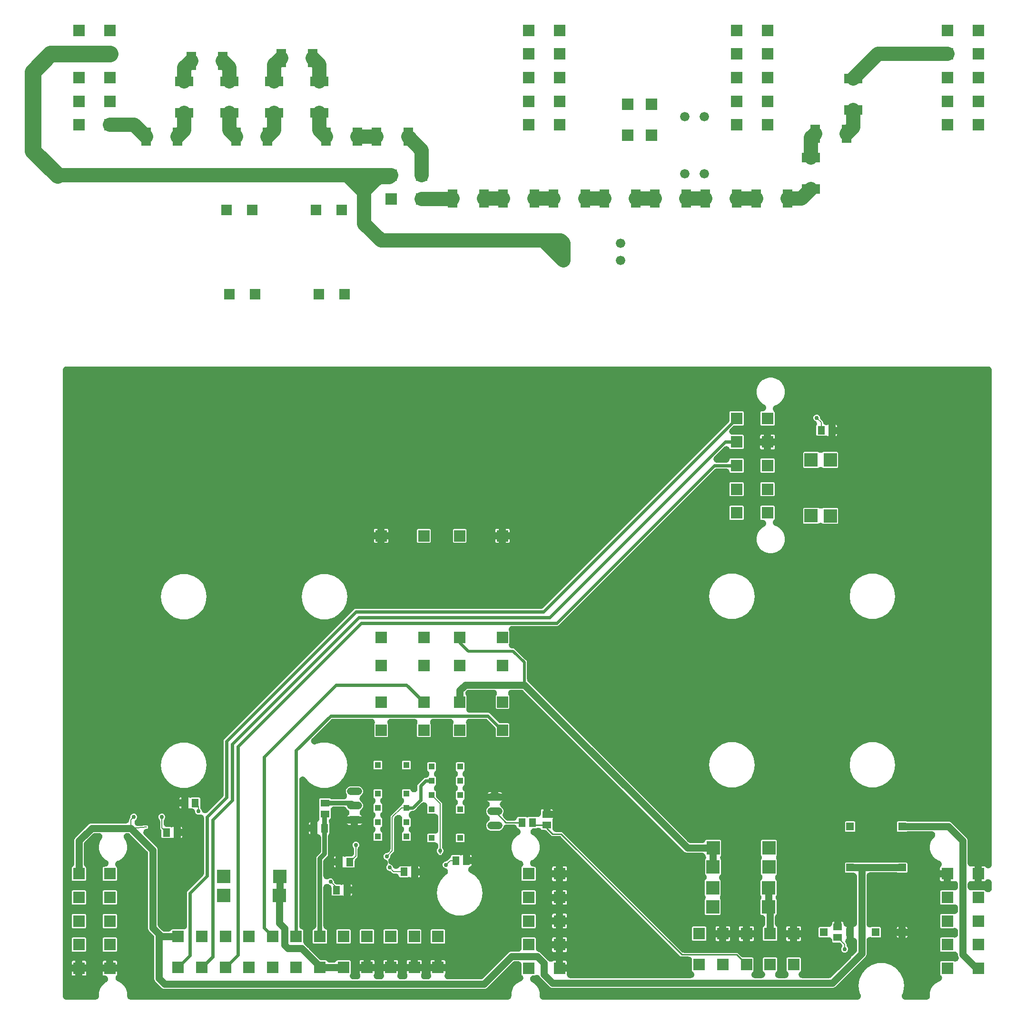
<source format=gbr>
G04 EAGLE Gerber RS-274X export*
G75*
%MOMM*%
%FSLAX34Y34*%
%LPD*%
%INBottom Copper*%
%IPPOS*%
%AMOC8*
5,1,8,0,0,1.08239X$1,22.5*%
G01*
%ADD10R,2.100000X2.100000*%
%ADD11R,1.300000X1.500000*%
%ADD12R,2.000000X2.000000*%
%ADD13R,1.108000X1.108000*%
%ADD14R,1.500000X1.300000*%
%ADD15R,2.400000X2.400000*%
%ADD16R,1.408000X1.408000*%
%ADD17R,1.300000X1.600000*%
%ADD18R,1.600000X1.300000*%
%ADD19C,1.320800*%
%ADD20R,1.800000X3.200000*%
%ADD21R,3.200000X1.800000*%
%ADD22R,1.950000X1.950000*%
%ADD23C,1.676400*%
%ADD24C,0.609600*%
%ADD25C,0.200000*%
%ADD26C,0.756400*%
%ADD27C,1.270000*%
%ADD28C,0.812800*%
%ADD29C,0.508000*%
%ADD30C,2.540000*%
%ADD31C,3.000000*%
%ADD32C,0.254000*%

G36*
X401593Y10161D02*
X401593Y10161D01*
X401596Y10161D01*
X401943Y10181D01*
X402301Y10201D01*
X402304Y10201D01*
X402307Y10201D01*
X402647Y10260D01*
X403004Y10320D01*
X403006Y10321D01*
X403009Y10321D01*
X403354Y10421D01*
X403688Y10517D01*
X403691Y10519D01*
X403694Y10519D01*
X404018Y10654D01*
X404346Y10790D01*
X404349Y10792D01*
X404351Y10793D01*
X404663Y10965D01*
X404970Y11135D01*
X404972Y11137D01*
X404975Y11138D01*
X405272Y11349D01*
X405551Y11547D01*
X405553Y11549D01*
X405555Y11551D01*
X405823Y11791D01*
X406082Y12022D01*
X406084Y12025D01*
X406086Y12026D01*
X406324Y12294D01*
X406556Y12554D01*
X406558Y12556D01*
X406560Y12558D01*
X406758Y12839D01*
X406968Y13135D01*
X406970Y13138D01*
X406971Y13140D01*
X407134Y13436D01*
X407312Y13759D01*
X407313Y13762D01*
X407315Y13764D01*
X407446Y14082D01*
X407584Y14417D01*
X407585Y14420D01*
X407586Y14423D01*
X407681Y14752D01*
X407781Y15102D01*
X407782Y15105D01*
X407782Y15107D01*
X407837Y15434D01*
X407900Y15804D01*
X407900Y15807D01*
X407901Y15810D01*
X407939Y16510D01*
X407939Y22312D01*
X409654Y28712D01*
X412966Y34449D01*
X417651Y39134D01*
X421077Y41111D01*
X421177Y41177D01*
X421282Y41235D01*
X421474Y41372D01*
X421673Y41502D01*
X421765Y41578D01*
X421863Y41648D01*
X422039Y41805D01*
X422221Y41956D01*
X422304Y42043D01*
X422394Y42122D01*
X422551Y42299D01*
X422715Y42469D01*
X422788Y42565D01*
X422868Y42654D01*
X423005Y42847D01*
X423149Y43035D01*
X423211Y43137D01*
X423280Y43235D01*
X423395Y43443D01*
X423516Y43645D01*
X423566Y43754D01*
X423624Y43859D01*
X423715Y44077D01*
X423813Y44293D01*
X423851Y44407D01*
X423896Y44517D01*
X423962Y44745D01*
X424036Y44969D01*
X424060Y45087D01*
X424093Y45202D01*
X424133Y45435D01*
X424181Y45667D01*
X424192Y45786D01*
X424212Y45904D01*
X424225Y46141D01*
X424247Y46376D01*
X424245Y46496D01*
X424251Y46616D01*
X424238Y46852D01*
X424233Y47089D01*
X424217Y47207D01*
X424211Y47327D01*
X424171Y47560D01*
X424140Y47795D01*
X424111Y47911D01*
X424091Y48029D01*
X424025Y48257D01*
X423968Y48486D01*
X423926Y48598D01*
X423893Y48714D01*
X423802Y48932D01*
X423719Y49154D01*
X423665Y49261D01*
X423619Y49371D01*
X423505Y49579D01*
X423398Y49790D01*
X423332Y49890D01*
X423274Y49995D01*
X423137Y50187D01*
X423007Y50385D01*
X422930Y50478D01*
X422861Y50575D01*
X422703Y50751D01*
X422552Y50933D01*
X422465Y51017D01*
X422386Y51106D01*
X422209Y51263D01*
X422038Y51427D01*
X421943Y51500D01*
X421854Y51580D01*
X421660Y51716D01*
X421473Y51860D01*
X421370Y51922D01*
X421272Y51991D01*
X421065Y52105D01*
X420862Y52227D01*
X420753Y52277D01*
X420648Y52335D01*
X420429Y52425D01*
X420214Y52523D01*
X420100Y52561D01*
X419989Y52606D01*
X419762Y52671D01*
X419537Y52745D01*
X419420Y52769D01*
X419305Y52802D01*
X419071Y52842D01*
X418839Y52890D01*
X418720Y52901D01*
X418602Y52921D01*
X418360Y52934D01*
X418130Y52955D01*
X418017Y52953D01*
X417902Y52959D01*
X416750Y52959D01*
X416259Y53057D01*
X415796Y53248D01*
X415380Y53527D01*
X415027Y53880D01*
X414748Y54296D01*
X414557Y54759D01*
X414459Y55250D01*
X414459Y59651D01*
X427500Y59651D01*
X440541Y59651D01*
X440541Y55250D01*
X440443Y54759D01*
X440252Y54296D01*
X439973Y53880D01*
X439332Y53238D01*
X439172Y53060D01*
X439006Y52887D01*
X438935Y52794D01*
X438857Y52707D01*
X438718Y52512D01*
X438573Y52322D01*
X438512Y52222D01*
X438445Y52126D01*
X438329Y51916D01*
X438205Y51711D01*
X438157Y51605D01*
X438100Y51503D01*
X438009Y51281D01*
X437909Y51063D01*
X437872Y50952D01*
X437828Y50844D01*
X437761Y50614D01*
X437687Y50386D01*
X437663Y50272D01*
X437631Y50160D01*
X437591Y49923D01*
X437542Y49689D01*
X437531Y49573D01*
X437512Y49457D01*
X437498Y49218D01*
X437476Y48980D01*
X437478Y48863D01*
X437472Y48746D01*
X437485Y48507D01*
X437490Y48267D01*
X437506Y48151D01*
X437512Y48035D01*
X437552Y47798D01*
X437584Y47561D01*
X437612Y47448D01*
X437632Y47332D01*
X437698Y47102D01*
X437756Y46870D01*
X437797Y46760D01*
X437830Y46648D01*
X437921Y46427D01*
X438005Y46202D01*
X438058Y46098D01*
X438103Y45990D01*
X438219Y45780D01*
X438327Y45567D01*
X438391Y45469D01*
X438448Y45367D01*
X438587Y45171D01*
X438718Y44971D01*
X438793Y44881D01*
X438860Y44786D01*
X439020Y44608D01*
X439173Y44423D01*
X439258Y44342D01*
X439336Y44255D01*
X439514Y44096D01*
X439687Y43930D01*
X439780Y43859D01*
X439867Y43781D01*
X440063Y43642D01*
X440253Y43497D01*
X440353Y43437D01*
X440449Y43369D01*
X440659Y43254D01*
X440864Y43130D01*
X440970Y43082D01*
X441073Y43025D01*
X441294Y42934D01*
X441512Y42834D01*
X441624Y42798D01*
X441731Y42753D01*
X441951Y42690D01*
X442178Y42616D01*
X442812Y42446D01*
X448549Y39134D01*
X453234Y34449D01*
X456546Y28712D01*
X458261Y22312D01*
X458261Y16510D01*
X458261Y16507D01*
X458261Y16504D01*
X458281Y16157D01*
X458301Y15799D01*
X458301Y15796D01*
X458301Y15793D01*
X458360Y15451D01*
X458420Y15096D01*
X458421Y15094D01*
X458421Y15091D01*
X458521Y14746D01*
X458617Y14412D01*
X458619Y14409D01*
X458619Y14406D01*
X458754Y14082D01*
X458890Y13754D01*
X458892Y13751D01*
X458893Y13749D01*
X459065Y13437D01*
X459235Y13130D01*
X459237Y13128D01*
X459238Y13125D01*
X459449Y12828D01*
X459647Y12549D01*
X459649Y12547D01*
X459651Y12545D01*
X459891Y12277D01*
X460122Y12018D01*
X460125Y12016D01*
X460126Y12014D01*
X460394Y11776D01*
X460654Y11544D01*
X460656Y11542D01*
X460658Y11540D01*
X460939Y11342D01*
X461235Y11132D01*
X461238Y11130D01*
X461240Y11129D01*
X461536Y10966D01*
X461859Y10788D01*
X461862Y10787D01*
X461864Y10785D01*
X462182Y10654D01*
X462517Y10516D01*
X462520Y10515D01*
X462523Y10514D01*
X462852Y10419D01*
X463202Y10319D01*
X463205Y10318D01*
X463207Y10318D01*
X463561Y10258D01*
X463904Y10200D01*
X463907Y10200D01*
X463910Y10199D01*
X464610Y10161D01*
X1135390Y10161D01*
X1135393Y10161D01*
X1135396Y10161D01*
X1135743Y10181D01*
X1136101Y10201D01*
X1136104Y10201D01*
X1136107Y10201D01*
X1136447Y10260D01*
X1136804Y10320D01*
X1136806Y10321D01*
X1136809Y10321D01*
X1137154Y10421D01*
X1137488Y10517D01*
X1137491Y10519D01*
X1137494Y10519D01*
X1137818Y10654D01*
X1138146Y10790D01*
X1138149Y10792D01*
X1138151Y10793D01*
X1138463Y10965D01*
X1138770Y11135D01*
X1138772Y11137D01*
X1138775Y11138D01*
X1139072Y11349D01*
X1139351Y11547D01*
X1139353Y11549D01*
X1139355Y11551D01*
X1139623Y11791D01*
X1139882Y12022D01*
X1139884Y12025D01*
X1139886Y12026D01*
X1140124Y12294D01*
X1140356Y12554D01*
X1140358Y12556D01*
X1140360Y12558D01*
X1140558Y12839D01*
X1140768Y13135D01*
X1140770Y13138D01*
X1140771Y13140D01*
X1140934Y13436D01*
X1141112Y13759D01*
X1141113Y13762D01*
X1141115Y13764D01*
X1141246Y14082D01*
X1141384Y14417D01*
X1141385Y14420D01*
X1141386Y14423D01*
X1141481Y14752D01*
X1141581Y15102D01*
X1141582Y15105D01*
X1141582Y15107D01*
X1141637Y15434D01*
X1141700Y15804D01*
X1141700Y15807D01*
X1141701Y15810D01*
X1141739Y16510D01*
X1141739Y22312D01*
X1143454Y28712D01*
X1146766Y34449D01*
X1151451Y39134D01*
X1157188Y42446D01*
X1158313Y42747D01*
X1158540Y42822D01*
X1158771Y42889D01*
X1158879Y42934D01*
X1158990Y42970D01*
X1159207Y43070D01*
X1159429Y43162D01*
X1159531Y43218D01*
X1159637Y43267D01*
X1159842Y43391D01*
X1160052Y43507D01*
X1160147Y43575D01*
X1160247Y43635D01*
X1160437Y43781D01*
X1160633Y43920D01*
X1160719Y43997D01*
X1160812Y44069D01*
X1160985Y44235D01*
X1161163Y44395D01*
X1161241Y44482D01*
X1161325Y44563D01*
X1161478Y44748D01*
X1161638Y44926D01*
X1161705Y45022D01*
X1161780Y45112D01*
X1161911Y45312D01*
X1162049Y45508D01*
X1162106Y45610D01*
X1162170Y45708D01*
X1162277Y45922D01*
X1162393Y46132D01*
X1162438Y46240D01*
X1162490Y46344D01*
X1162574Y46569D01*
X1162665Y46790D01*
X1162697Y46903D01*
X1162738Y47012D01*
X1162795Y47245D01*
X1162861Y47475D01*
X1162881Y47590D01*
X1162909Y47704D01*
X1162940Y47941D01*
X1162980Y48178D01*
X1162986Y48295D01*
X1163001Y48410D01*
X1163006Y48649D01*
X1163019Y48889D01*
X1163012Y49006D01*
X1163014Y49122D01*
X1162992Y49361D01*
X1162978Y49600D01*
X1162958Y49715D01*
X1162947Y49832D01*
X1162898Y50066D01*
X1162858Y50302D01*
X1162825Y50415D01*
X1162801Y50529D01*
X1162726Y50757D01*
X1162659Y50987D01*
X1162614Y51094D01*
X1162578Y51206D01*
X1162478Y51424D01*
X1162386Y51644D01*
X1162329Y51747D01*
X1162280Y51853D01*
X1162156Y52058D01*
X1162040Y52267D01*
X1161972Y52362D01*
X1161912Y52463D01*
X1161765Y52653D01*
X1161627Y52848D01*
X1161548Y52936D01*
X1161477Y53027D01*
X1161319Y53192D01*
X1161159Y53370D01*
X1160219Y54310D01*
X1159899Y55082D01*
X1159899Y72050D01*
X1159899Y72053D01*
X1159899Y72056D01*
X1159879Y72402D01*
X1159859Y72761D01*
X1159859Y72764D01*
X1159859Y72767D01*
X1159800Y73107D01*
X1159740Y73464D01*
X1159739Y73466D01*
X1159739Y73469D01*
X1159640Y73811D01*
X1159543Y74148D01*
X1159541Y74151D01*
X1159541Y74154D01*
X1159408Y74473D01*
X1159270Y74806D01*
X1159268Y74809D01*
X1159267Y74811D01*
X1159102Y75109D01*
X1158925Y75430D01*
X1158923Y75432D01*
X1158922Y75435D01*
X1158711Y75732D01*
X1158513Y76011D01*
X1158511Y76013D01*
X1158509Y76015D01*
X1158274Y76277D01*
X1158038Y76542D01*
X1158035Y76544D01*
X1158034Y76546D01*
X1157766Y76784D01*
X1157506Y77016D01*
X1157504Y77018D01*
X1157502Y77020D01*
X1157228Y77213D01*
X1156925Y77428D01*
X1156922Y77430D01*
X1156920Y77431D01*
X1156624Y77594D01*
X1156301Y77772D01*
X1156298Y77773D01*
X1156296Y77775D01*
X1155978Y77906D01*
X1155643Y78044D01*
X1155640Y78045D01*
X1155637Y78046D01*
X1155308Y78141D01*
X1154958Y78241D01*
X1154955Y78242D01*
X1154953Y78242D01*
X1154599Y78302D01*
X1154256Y78360D01*
X1154253Y78360D01*
X1154250Y78361D01*
X1153550Y78399D01*
X1147980Y78399D01*
X1147976Y78399D01*
X1147972Y78399D01*
X1147619Y78379D01*
X1147269Y78359D01*
X1147265Y78359D01*
X1147261Y78358D01*
X1146910Y78298D01*
X1146567Y78240D01*
X1146563Y78239D01*
X1146558Y78238D01*
X1146206Y78136D01*
X1145882Y78043D01*
X1145878Y78041D01*
X1145874Y78040D01*
X1145548Y77904D01*
X1145224Y77770D01*
X1145220Y77768D01*
X1145216Y77766D01*
X1144910Y77596D01*
X1144601Y77425D01*
X1144597Y77423D01*
X1144593Y77420D01*
X1144293Y77206D01*
X1144020Y77013D01*
X1144017Y77010D01*
X1144013Y77007D01*
X1143491Y76540D01*
X1097567Y30616D01*
X1094461Y29329D01*
X523319Y29329D01*
X520213Y30616D01*
X507836Y42993D01*
X506549Y46099D01*
X506549Y120370D01*
X506549Y120374D01*
X506549Y120378D01*
X506529Y120723D01*
X506509Y121081D01*
X506509Y121085D01*
X506508Y121090D01*
X506450Y121431D01*
X506390Y121783D01*
X506389Y121787D01*
X506388Y121792D01*
X506290Y122128D01*
X506193Y122468D01*
X506191Y122472D01*
X506190Y122476D01*
X506058Y122792D01*
X505920Y123126D01*
X505918Y123130D01*
X505916Y123134D01*
X505750Y123434D01*
X505575Y123749D01*
X505573Y123753D01*
X505570Y123757D01*
X505358Y124055D01*
X505163Y124330D01*
X505160Y124333D01*
X505157Y124337D01*
X504690Y124859D01*
X496836Y132713D01*
X495549Y135819D01*
X495549Y269870D01*
X495549Y269874D01*
X495549Y269878D01*
X495529Y270224D01*
X495509Y270581D01*
X495509Y270585D01*
X495508Y270589D01*
X495451Y270925D01*
X495390Y271283D01*
X495389Y271287D01*
X495388Y271292D01*
X495287Y271641D01*
X495193Y271968D01*
X495191Y271972D01*
X495190Y271976D01*
X495058Y272293D01*
X494920Y272626D01*
X494918Y272630D01*
X494916Y272634D01*
X494746Y272940D01*
X494575Y273249D01*
X494573Y273253D01*
X494570Y273257D01*
X494359Y273554D01*
X494163Y273830D01*
X494160Y273833D01*
X494157Y273837D01*
X493690Y274359D01*
X463359Y304690D01*
X463356Y304692D01*
X463353Y304696D01*
X463090Y304930D01*
X462828Y305164D01*
X462824Y305167D01*
X462821Y305170D01*
X462537Y305371D01*
X462247Y305577D01*
X462243Y305579D01*
X462240Y305581D01*
X461929Y305752D01*
X461623Y305921D01*
X461619Y305923D01*
X461616Y305925D01*
X461292Y306058D01*
X460965Y306194D01*
X460961Y306195D01*
X460957Y306196D01*
X460618Y306293D01*
X460280Y306391D01*
X460276Y306391D01*
X460272Y306392D01*
X459916Y306452D01*
X459578Y306510D01*
X459574Y306510D01*
X459570Y306511D01*
X458870Y306549D01*
X458399Y306549D01*
X458160Y306536D01*
X457921Y306531D01*
X457805Y306516D01*
X457688Y306509D01*
X457452Y306469D01*
X457215Y306438D01*
X457101Y306409D01*
X456986Y306390D01*
X456756Y306324D01*
X456523Y306266D01*
X456413Y306225D01*
X456301Y306193D01*
X456080Y306101D01*
X455856Y306017D01*
X455751Y305965D01*
X455643Y305920D01*
X455433Y305804D01*
X455220Y305696D01*
X455122Y305632D01*
X455020Y305575D01*
X454825Y305437D01*
X454624Y305305D01*
X454534Y305230D01*
X454439Y305163D01*
X454261Y305003D01*
X454076Y304850D01*
X453995Y304766D01*
X453908Y304688D01*
X453748Y304509D01*
X453582Y304336D01*
X453511Y304243D01*
X453433Y304156D01*
X453295Y303961D01*
X453149Y303771D01*
X453089Y303670D01*
X453021Y303575D01*
X452906Y303365D01*
X452782Y303160D01*
X452734Y303053D01*
X452677Y302951D01*
X452586Y302730D01*
X452486Y302512D01*
X452450Y302401D01*
X452405Y302293D01*
X452339Y302062D01*
X452264Y301835D01*
X452241Y301721D01*
X452208Y301608D01*
X452168Y301372D01*
X452120Y301137D01*
X452109Y301021D01*
X452090Y300906D01*
X452076Y300667D01*
X452054Y300428D01*
X452057Y300311D01*
X452050Y300194D01*
X452064Y299955D01*
X452069Y299716D01*
X452084Y299600D01*
X452091Y299483D01*
X452131Y299247D01*
X452163Y299010D01*
X452191Y298896D01*
X452211Y298781D01*
X452277Y298551D01*
X452335Y298318D01*
X452376Y298209D01*
X452409Y298096D01*
X452501Y297875D01*
X452584Y297651D01*
X452638Y297545D01*
X452682Y297439D01*
X452793Y297239D01*
X452901Y297025D01*
X456546Y290712D01*
X458261Y284312D01*
X458261Y277688D01*
X456546Y271288D01*
X453234Y265551D01*
X448549Y260866D01*
X442812Y257554D01*
X441687Y257253D01*
X441459Y257178D01*
X441230Y257111D01*
X441122Y257067D01*
X441010Y257030D01*
X440793Y256930D01*
X440572Y256838D01*
X440469Y256782D01*
X440363Y256733D01*
X440158Y256609D01*
X439948Y256493D01*
X439853Y256425D01*
X439753Y256365D01*
X439563Y256219D01*
X439368Y256080D01*
X439280Y256002D01*
X439188Y255931D01*
X439015Y255765D01*
X438837Y255605D01*
X438759Y255518D01*
X438675Y255437D01*
X438522Y255253D01*
X438363Y255074D01*
X438295Y254978D01*
X438220Y254888D01*
X438089Y254688D01*
X437951Y254492D01*
X437894Y254390D01*
X437830Y254292D01*
X437723Y254078D01*
X437607Y253868D01*
X437562Y253760D01*
X437510Y253656D01*
X437426Y253431D01*
X437335Y253210D01*
X437303Y253097D01*
X437262Y252988D01*
X437205Y252755D01*
X437139Y252525D01*
X437119Y252410D01*
X437091Y252296D01*
X437060Y252059D01*
X437020Y251822D01*
X437014Y251705D01*
X436999Y251590D01*
X436994Y251351D01*
X436981Y251111D01*
X436988Y250994D01*
X436986Y250877D01*
X437008Y250639D01*
X437022Y250400D01*
X437042Y250285D01*
X437053Y250168D01*
X437102Y249934D01*
X437142Y249698D01*
X437175Y249585D01*
X437199Y249471D01*
X437274Y249244D01*
X437341Y249013D01*
X437386Y248905D01*
X437422Y248794D01*
X437522Y248577D01*
X437614Y248356D01*
X437671Y248254D01*
X437720Y248147D01*
X437844Y247942D01*
X437960Y247733D01*
X438028Y247637D01*
X438088Y247537D01*
X438234Y247348D01*
X438373Y247152D01*
X438452Y247064D01*
X438523Y246973D01*
X438681Y246808D01*
X438841Y246630D01*
X439781Y245690D01*
X440101Y244918D01*
X440101Y223082D01*
X439781Y222310D01*
X439190Y221719D01*
X438418Y221399D01*
X416582Y221399D01*
X415810Y221719D01*
X415219Y222310D01*
X414899Y223082D01*
X414899Y244918D01*
X415219Y245690D01*
X415810Y246281D01*
X416582Y246601D01*
X418664Y246601D01*
X418784Y246607D01*
X418904Y246605D01*
X419139Y246627D01*
X419375Y246641D01*
X419493Y246661D01*
X419613Y246672D01*
X419845Y246720D01*
X420078Y246760D01*
X420193Y246793D01*
X420310Y246818D01*
X420535Y246892D01*
X420762Y246957D01*
X420873Y247003D01*
X420987Y247041D01*
X421202Y247140D01*
X421420Y247230D01*
X421525Y247288D01*
X421634Y247338D01*
X421837Y247461D01*
X422044Y247575D01*
X422141Y247644D01*
X422244Y247706D01*
X422432Y247851D01*
X422625Y247987D01*
X422714Y248067D01*
X422809Y248140D01*
X422979Y248305D01*
X423156Y248462D01*
X423236Y248552D01*
X423322Y248635D01*
X423472Y248817D01*
X423630Y248994D01*
X423700Y249092D01*
X423776Y249184D01*
X423905Y249382D01*
X424042Y249575D01*
X424100Y249680D01*
X424166Y249780D01*
X424272Y249991D01*
X424386Y250199D01*
X424432Y250310D01*
X424486Y250417D01*
X424568Y250638D01*
X424659Y250857D01*
X424692Y250972D01*
X424733Y251085D01*
X424790Y251314D01*
X424855Y251542D01*
X424875Y251660D01*
X424904Y251776D01*
X424935Y252011D01*
X424974Y252244D01*
X424981Y252364D01*
X424996Y252483D01*
X425000Y252719D01*
X425013Y252956D01*
X425007Y253076D01*
X425009Y253195D01*
X424986Y253431D01*
X424973Y253667D01*
X424953Y253785D01*
X424941Y253904D01*
X424893Y254136D01*
X424853Y254369D01*
X424819Y254484D01*
X424795Y254602D01*
X424720Y254827D01*
X424655Y255054D01*
X424609Y255164D01*
X424571Y255278D01*
X424472Y255493D01*
X424381Y255711D01*
X424323Y255816D01*
X424273Y255925D01*
X424151Y256128D01*
X424036Y256335D01*
X423967Y256432D01*
X423905Y256535D01*
X423760Y256723D01*
X423623Y256915D01*
X423543Y257004D01*
X423470Y257099D01*
X423305Y257269D01*
X423148Y257446D01*
X423058Y257525D01*
X422975Y257612D01*
X422792Y257762D01*
X422616Y257920D01*
X422518Y257989D01*
X422426Y258065D01*
X422222Y258198D01*
X422034Y258331D01*
X421936Y258385D01*
X421839Y258449D01*
X417651Y260866D01*
X412966Y265551D01*
X409654Y271288D01*
X407939Y277688D01*
X407939Y284312D01*
X409654Y290712D01*
X413299Y297025D01*
X413407Y297239D01*
X413523Y297449D01*
X413568Y297557D01*
X413620Y297661D01*
X413703Y297886D01*
X413795Y298107D01*
X413827Y298220D01*
X413868Y298329D01*
X413926Y298562D01*
X413992Y298792D01*
X414011Y298907D01*
X414039Y299021D01*
X414071Y299259D01*
X414110Y299494D01*
X414117Y299611D01*
X414132Y299727D01*
X414137Y299967D01*
X414150Y300206D01*
X414143Y300322D01*
X414145Y300439D01*
X414123Y300678D01*
X414109Y300917D01*
X414090Y301032D01*
X414079Y301149D01*
X414030Y301383D01*
X413989Y301619D01*
X413957Y301731D01*
X413933Y301846D01*
X413858Y302074D01*
X413791Y302304D01*
X413746Y302412D01*
X413710Y302523D01*
X413610Y302740D01*
X413518Y302961D01*
X413461Y303064D01*
X413412Y303170D01*
X413288Y303375D01*
X413173Y303585D01*
X413105Y303680D01*
X413044Y303780D01*
X412898Y303970D01*
X412760Y304165D01*
X412682Y304252D01*
X412610Y304345D01*
X412444Y304517D01*
X412284Y304696D01*
X412197Y304773D01*
X412116Y304858D01*
X411931Y305010D01*
X411752Y305170D01*
X411657Y305237D01*
X411567Y305312D01*
X411366Y305443D01*
X411171Y305581D01*
X411068Y305637D01*
X410970Y305701D01*
X410757Y305809D01*
X410547Y305925D01*
X410438Y305969D01*
X410334Y306022D01*
X410109Y306105D01*
X409888Y306196D01*
X409776Y306228D01*
X409666Y306269D01*
X409433Y306327D01*
X409203Y306392D01*
X409088Y306412D01*
X408974Y306440D01*
X408737Y306471D01*
X408501Y306511D01*
X408382Y306517D01*
X408268Y306532D01*
X408040Y306536D01*
X407801Y306549D01*
X401130Y306549D01*
X401126Y306549D01*
X401122Y306549D01*
X400769Y306529D01*
X400419Y306509D01*
X400415Y306509D01*
X400411Y306508D01*
X400060Y306448D01*
X399717Y306390D01*
X399713Y306389D01*
X399708Y306388D01*
X399356Y306286D01*
X399032Y306193D01*
X399028Y306191D01*
X399024Y306190D01*
X398698Y306054D01*
X398374Y305920D01*
X398370Y305918D01*
X398366Y305916D01*
X398060Y305746D01*
X397751Y305575D01*
X397747Y305573D01*
X397743Y305570D01*
X397441Y305355D01*
X397170Y305163D01*
X397167Y305160D01*
X397163Y305157D01*
X396641Y304690D01*
X382810Y290859D01*
X382808Y290856D01*
X382804Y290853D01*
X382570Y290590D01*
X382336Y290328D01*
X382333Y290324D01*
X382330Y290321D01*
X382127Y290034D01*
X381923Y289747D01*
X381921Y289743D01*
X381919Y289740D01*
X381743Y289421D01*
X381579Y289123D01*
X381577Y289119D01*
X381575Y289116D01*
X381440Y288789D01*
X381306Y288465D01*
X381305Y288461D01*
X381304Y288457D01*
X381207Y288118D01*
X381109Y287780D01*
X381109Y287776D01*
X381108Y287772D01*
X381047Y287409D01*
X380990Y287078D01*
X380990Y287074D01*
X380989Y287070D01*
X380951Y286370D01*
X380951Y251865D01*
X380961Y251684D01*
X380961Y251502D01*
X380981Y251328D01*
X380991Y251154D01*
X381021Y250975D01*
X381042Y250794D01*
X381081Y250624D01*
X381110Y250451D01*
X381160Y250277D01*
X381201Y250099D01*
X381259Y249934D01*
X381307Y249767D01*
X381377Y249599D01*
X381437Y249427D01*
X381513Y249270D01*
X381580Y249109D01*
X381668Y248949D01*
X381747Y248786D01*
X381841Y248638D01*
X381925Y248485D01*
X382030Y248337D01*
X382127Y248183D01*
X382237Y248047D01*
X382337Y247904D01*
X382459Y247769D01*
X382572Y247627D01*
X382696Y247504D01*
X382812Y247373D01*
X382948Y247252D01*
X383077Y247124D01*
X383213Y247015D01*
X383344Y246899D01*
X383492Y246794D01*
X383635Y246681D01*
X383782Y246588D01*
X383925Y246487D01*
X384056Y246415D01*
X384781Y245690D01*
X385101Y244918D01*
X385101Y223082D01*
X384781Y222310D01*
X384190Y221719D01*
X383418Y221399D01*
X361582Y221399D01*
X360810Y221719D01*
X360219Y222310D01*
X359899Y223082D01*
X359899Y244918D01*
X360219Y245690D01*
X360945Y246416D01*
X361085Y246493D01*
X361227Y246594D01*
X361375Y246687D01*
X361517Y246801D01*
X361665Y246906D01*
X361795Y247023D01*
X361932Y247132D01*
X362060Y247260D01*
X362196Y247382D01*
X362312Y247512D01*
X362435Y247635D01*
X362549Y247778D01*
X362670Y247913D01*
X362771Y248056D01*
X362879Y248193D01*
X362976Y248347D01*
X363081Y248495D01*
X363165Y248648D01*
X363258Y248796D01*
X363337Y248960D01*
X363425Y249119D01*
X363491Y249280D01*
X363567Y249438D01*
X363627Y249610D01*
X363696Y249778D01*
X363744Y249946D01*
X363802Y250110D01*
X363842Y250288D01*
X363892Y250463D01*
X363921Y250635D01*
X363960Y250805D01*
X363980Y250985D01*
X364011Y251165D01*
X364020Y251343D01*
X364039Y251513D01*
X364039Y251686D01*
X364049Y251865D01*
X364049Y294181D01*
X365336Y297287D01*
X390213Y322164D01*
X393319Y323451D01*
X455550Y323451D01*
X455553Y323451D01*
X455556Y323451D01*
X455903Y323471D01*
X456261Y323491D01*
X456264Y323491D01*
X456267Y323491D01*
X456607Y323550D01*
X456964Y323610D01*
X456966Y323611D01*
X456969Y323611D01*
X457310Y323710D01*
X457648Y323807D01*
X457651Y323809D01*
X457654Y323809D01*
X457978Y323944D01*
X458306Y324080D01*
X458309Y324082D01*
X458311Y324083D01*
X458623Y324255D01*
X458930Y324425D01*
X458932Y324427D01*
X458935Y324428D01*
X459229Y324637D01*
X459511Y324837D01*
X459513Y324839D01*
X459515Y324841D01*
X459776Y325075D01*
X460042Y325312D01*
X460044Y325315D01*
X460046Y325316D01*
X460280Y325579D01*
X460516Y325844D01*
X460518Y325846D01*
X460520Y325848D01*
X460710Y326118D01*
X460928Y326425D01*
X460930Y326428D01*
X460931Y326430D01*
X461089Y326717D01*
X461272Y327049D01*
X461273Y327052D01*
X461275Y327054D01*
X461406Y327372D01*
X461544Y327707D01*
X461545Y327710D01*
X461546Y327713D01*
X461639Y328036D01*
X461741Y328392D01*
X461742Y328395D01*
X461742Y328397D01*
X461802Y328749D01*
X461860Y329094D01*
X461860Y329097D01*
X461861Y329100D01*
X461899Y329800D01*
X461899Y330617D01*
X462382Y331781D01*
X462495Y331909D01*
X462732Y332174D01*
X462735Y332177D01*
X462738Y332181D01*
X462939Y332465D01*
X463145Y332755D01*
X463147Y332759D01*
X463149Y332762D01*
X463314Y333061D01*
X463489Y333379D01*
X463491Y333382D01*
X463493Y333386D01*
X463626Y333709D01*
X463762Y334037D01*
X463763Y334041D01*
X463764Y334045D01*
X463857Y334369D01*
X463959Y334721D01*
X463959Y334726D01*
X463960Y334730D01*
X464020Y335084D01*
X464078Y335424D01*
X464078Y335428D01*
X464079Y335432D01*
X464117Y336132D01*
X464117Y336170D01*
X465013Y338332D01*
X466668Y339987D01*
X468830Y340883D01*
X471170Y340883D01*
X473332Y339987D01*
X474987Y338332D01*
X475883Y336170D01*
X475883Y333830D01*
X474987Y331668D01*
X473106Y329786D01*
X472937Y329598D01*
X472763Y329415D01*
X472700Y329333D01*
X472631Y329255D01*
X472485Y329049D01*
X472332Y328848D01*
X472279Y328759D01*
X472219Y328674D01*
X472097Y328453D01*
X471967Y328236D01*
X471924Y328141D01*
X471874Y328050D01*
X471778Y327817D01*
X471673Y327587D01*
X471642Y327488D01*
X471602Y327392D01*
X471532Y327149D01*
X471454Y326909D01*
X471433Y326807D01*
X471405Y326708D01*
X471363Y326459D01*
X471312Y326211D01*
X471303Y326107D01*
X471286Y326005D01*
X471272Y325753D01*
X471249Y325501D01*
X471252Y325397D01*
X471246Y325294D01*
X471260Y325042D01*
X471266Y324789D01*
X471281Y324686D01*
X471286Y324583D01*
X471329Y324333D01*
X471363Y324083D01*
X471389Y323983D01*
X471406Y323880D01*
X471476Y323637D01*
X471538Y323392D01*
X471575Y323295D01*
X471604Y323196D01*
X471701Y322962D01*
X471790Y322726D01*
X471837Y322634D01*
X471877Y322538D01*
X471999Y322316D01*
X472115Y322092D01*
X472172Y322005D01*
X472222Y321915D01*
X472369Y321708D01*
X472508Y321498D01*
X472575Y321418D01*
X472635Y321334D01*
X472803Y321146D01*
X472966Y320952D01*
X473041Y320880D01*
X473110Y320803D01*
X473299Y320635D01*
X473482Y320460D01*
X473564Y320398D01*
X473641Y320329D01*
X473848Y320183D01*
X474049Y320030D01*
X474138Y319977D01*
X474223Y319917D01*
X474444Y319795D01*
X474662Y319666D01*
X474756Y319623D01*
X474847Y319573D01*
X475081Y319477D01*
X475311Y319373D01*
X475409Y319341D01*
X475505Y319301D01*
X475749Y319232D01*
X475989Y319154D01*
X476090Y319134D01*
X476190Y319105D01*
X476440Y319063D01*
X476687Y319013D01*
X476790Y319004D01*
X476893Y318987D01*
X477145Y318973D01*
X477397Y318951D01*
X477502Y318953D01*
X477604Y318948D01*
X477844Y318961D01*
X478098Y318967D01*
X492870Y320140D01*
X494043Y319759D01*
X494981Y318959D01*
X495542Y317860D01*
X495640Y316630D01*
X495259Y315457D01*
X494459Y314519D01*
X493360Y313958D01*
X492841Y313917D01*
X492735Y313902D01*
X492629Y313896D01*
X492382Y313854D01*
X492135Y313820D01*
X492032Y313794D01*
X491927Y313776D01*
X491687Y313707D01*
X491444Y313646D01*
X491344Y313608D01*
X491242Y313579D01*
X491011Y313483D01*
X490777Y313395D01*
X490683Y313347D01*
X490584Y313306D01*
X490366Y313185D01*
X490143Y313071D01*
X490054Y313012D01*
X489961Y312961D01*
X489758Y312816D01*
X489549Y312678D01*
X489467Y312610D01*
X489380Y312548D01*
X489194Y312381D01*
X489002Y312221D01*
X488929Y312144D01*
X488849Y312073D01*
X488683Y311886D01*
X488511Y311705D01*
X488446Y311621D01*
X488375Y311541D01*
X488231Y311337D01*
X488080Y311138D01*
X488025Y311047D01*
X487964Y310960D01*
X487843Y310741D01*
X487715Y310526D01*
X487671Y310429D01*
X487620Y310336D01*
X487524Y310104D01*
X487421Y309877D01*
X487388Y309776D01*
X487348Y309677D01*
X487279Y309437D01*
X487202Y309199D01*
X487181Y309095D01*
X487151Y308993D01*
X487110Y308746D01*
X487060Y308501D01*
X487051Y308395D01*
X487033Y308290D01*
X487019Y308040D01*
X486997Y307791D01*
X487000Y307685D01*
X486994Y307579D01*
X487008Y307329D01*
X487014Y307079D01*
X487029Y306974D01*
X487035Y306867D01*
X487077Y306621D01*
X487111Y306373D01*
X487137Y306270D01*
X487155Y306165D01*
X487225Y305925D01*
X487286Y305683D01*
X487324Y305583D01*
X487353Y305481D01*
X487450Y305250D01*
X487538Y305016D01*
X487586Y304922D01*
X487627Y304823D01*
X487748Y304604D01*
X487862Y304382D01*
X487921Y304294D01*
X487973Y304200D01*
X488118Y303996D01*
X488256Y303788D01*
X488324Y303707D01*
X488386Y303620D01*
X488557Y303429D01*
X488713Y303242D01*
X488786Y303173D01*
X488853Y303098D01*
X507894Y284057D01*
X511164Y280787D01*
X512451Y277681D01*
X512451Y143630D01*
X512451Y143626D01*
X512451Y143622D01*
X512472Y143249D01*
X512491Y142919D01*
X512491Y142915D01*
X512492Y142911D01*
X512552Y142556D01*
X512610Y142217D01*
X512611Y142213D01*
X512612Y142208D01*
X512717Y141845D01*
X512807Y141532D01*
X512809Y141528D01*
X512810Y141524D01*
X512949Y141192D01*
X513080Y140874D01*
X513082Y140870D01*
X513084Y140866D01*
X513257Y140555D01*
X513425Y140251D01*
X513427Y140247D01*
X513430Y140243D01*
X513643Y139943D01*
X513837Y139670D01*
X513840Y139667D01*
X513843Y139663D01*
X514310Y139141D01*
X520641Y132810D01*
X520644Y132808D01*
X520647Y132804D01*
X520918Y132563D01*
X521172Y132336D01*
X521175Y132333D01*
X521179Y132330D01*
X521472Y132123D01*
X521753Y131923D01*
X521757Y131921D01*
X521760Y131919D01*
X522072Y131747D01*
X522377Y131579D01*
X522381Y131577D01*
X522384Y131575D01*
X522701Y131445D01*
X523035Y131306D01*
X523039Y131305D01*
X523043Y131304D01*
X523375Y131209D01*
X523719Y131109D01*
X523724Y131109D01*
X523728Y131108D01*
X524082Y131048D01*
X524422Y130990D01*
X524426Y130990D01*
X524430Y130989D01*
X525130Y130951D01*
X531135Y130951D01*
X531316Y130961D01*
X531498Y130961D01*
X531672Y130981D01*
X531846Y130991D01*
X532025Y131021D01*
X532206Y131042D01*
X532376Y131081D01*
X532549Y131110D01*
X532723Y131160D01*
X532901Y131201D01*
X533066Y131259D01*
X533233Y131307D01*
X533401Y131377D01*
X533573Y131437D01*
X533730Y131513D01*
X533891Y131580D01*
X534051Y131668D01*
X534214Y131747D01*
X534362Y131841D01*
X534515Y131925D01*
X534663Y132030D01*
X534817Y132127D01*
X534953Y132237D01*
X535096Y132337D01*
X535231Y132459D01*
X535373Y132572D01*
X535496Y132696D01*
X535627Y132812D01*
X535748Y132948D01*
X535876Y133077D01*
X535985Y133213D01*
X536101Y133344D01*
X536206Y133492D01*
X536319Y133635D01*
X536412Y133782D01*
X536513Y133925D01*
X536585Y134056D01*
X537310Y134781D01*
X538082Y135101D01*
X558502Y135101D01*
X558505Y135101D01*
X558508Y135101D01*
X558855Y135121D01*
X559213Y135141D01*
X559216Y135141D01*
X559219Y135141D01*
X559559Y135200D01*
X559916Y135260D01*
X559918Y135261D01*
X559921Y135261D01*
X560266Y135361D01*
X560600Y135457D01*
X560603Y135459D01*
X560606Y135459D01*
X560930Y135594D01*
X561258Y135730D01*
X561261Y135732D01*
X561263Y135733D01*
X561575Y135905D01*
X561882Y136075D01*
X561884Y136077D01*
X561887Y136078D01*
X562172Y136281D01*
X562463Y136487D01*
X562465Y136489D01*
X562467Y136491D01*
X562727Y136724D01*
X562994Y136962D01*
X562996Y136965D01*
X562998Y136966D01*
X563236Y137234D01*
X563468Y137494D01*
X563470Y137496D01*
X563472Y137498D01*
X563664Y137770D01*
X563880Y138075D01*
X563882Y138078D01*
X563883Y138080D01*
X564043Y138371D01*
X564224Y138699D01*
X564225Y138702D01*
X564227Y138704D01*
X564355Y139016D01*
X564496Y139357D01*
X564497Y139360D01*
X564498Y139363D01*
X564590Y139681D01*
X564693Y140042D01*
X564694Y140045D01*
X564694Y140047D01*
X564753Y140394D01*
X564812Y140744D01*
X564812Y140747D01*
X564813Y140750D01*
X564851Y141450D01*
X564851Y201024D01*
X565635Y202917D01*
X567976Y205258D01*
X567977Y205258D01*
X584266Y221548D01*
X590615Y227897D01*
X590616Y227897D01*
X592992Y230273D01*
X592994Y230276D01*
X592998Y230279D01*
X593232Y230542D01*
X593466Y230804D01*
X593469Y230808D01*
X593472Y230811D01*
X593673Y231096D01*
X593879Y231385D01*
X593881Y231389D01*
X593883Y231393D01*
X594051Y231697D01*
X594223Y232009D01*
X594225Y232013D01*
X594227Y232017D01*
X594361Y232341D01*
X594496Y232667D01*
X594497Y232671D01*
X594498Y232675D01*
X594592Y233003D01*
X594693Y233352D01*
X594693Y233356D01*
X594694Y233360D01*
X594752Y233703D01*
X594812Y234054D01*
X594812Y234058D01*
X594813Y234063D01*
X594851Y234763D01*
X594851Y333211D01*
X594841Y333391D01*
X594841Y333571D01*
X594821Y333746D01*
X594811Y333922D01*
X594781Y334100D01*
X594761Y334279D01*
X594721Y334451D01*
X594692Y334624D01*
X594642Y334798D01*
X594602Y334974D01*
X594543Y335140D01*
X594495Y335309D01*
X594425Y335476D01*
X594366Y335646D01*
X594289Y335804D01*
X594222Y335967D01*
X594134Y336125D01*
X594056Y336288D01*
X593962Y336436D01*
X593877Y336591D01*
X593773Y336737D01*
X593676Y336890D01*
X593566Y337028D01*
X593465Y337171D01*
X593344Y337306D01*
X593232Y337447D01*
X593107Y337571D01*
X592990Y337702D01*
X592855Y337823D01*
X592727Y337950D01*
X592590Y338060D01*
X592458Y338177D01*
X592311Y338281D01*
X592170Y338394D01*
X592021Y338487D01*
X591877Y338589D01*
X591719Y338676D01*
X591566Y338772D01*
X591407Y338848D01*
X591253Y338933D01*
X591087Y339002D01*
X590924Y339080D01*
X590757Y339138D01*
X590595Y339205D01*
X590421Y339255D01*
X590251Y339314D01*
X590079Y339353D01*
X589910Y339402D01*
X589732Y339432D01*
X589556Y339472D01*
X589381Y339491D01*
X589208Y339521D01*
X589028Y339531D01*
X588848Y339551D01*
X588672Y339550D01*
X588496Y339560D01*
X588316Y339550D01*
X588136Y339549D01*
X587960Y339529D01*
X587785Y339519D01*
X587607Y339489D01*
X587428Y339469D01*
X587256Y339429D01*
X587083Y339399D01*
X586909Y339349D01*
X586734Y339309D01*
X586565Y339250D01*
X586398Y339201D01*
X586240Y339136D01*
X586188Y339117D01*
X583830Y339117D01*
X581668Y340013D01*
X580013Y341668D01*
X579117Y343830D01*
X579117Y344050D01*
X579117Y344053D01*
X579117Y344056D01*
X579099Y344384D01*
X579077Y344761D01*
X579077Y344764D01*
X579077Y344767D01*
X579018Y345107D01*
X578958Y345464D01*
X578957Y345466D01*
X578957Y345469D01*
X578858Y345811D01*
X578761Y346148D01*
X578759Y346151D01*
X578759Y346154D01*
X578626Y346472D01*
X578488Y346806D01*
X578486Y346809D01*
X578485Y346811D01*
X578319Y347111D01*
X578143Y347430D01*
X578141Y347432D01*
X578140Y347435D01*
X577932Y347726D01*
X577731Y348011D01*
X577729Y348013D01*
X577727Y348015D01*
X577491Y348278D01*
X577256Y348542D01*
X577253Y348544D01*
X577252Y348546D01*
X576984Y348784D01*
X576724Y349016D01*
X576722Y349018D01*
X576720Y349020D01*
X576439Y349218D01*
X576143Y349428D01*
X576140Y349430D01*
X576138Y349431D01*
X575842Y349594D01*
X575519Y349772D01*
X575516Y349773D01*
X575514Y349775D01*
X575197Y349906D01*
X574861Y350044D01*
X574858Y350045D01*
X574855Y350046D01*
X574526Y350141D01*
X574176Y350241D01*
X574173Y350242D01*
X574171Y350242D01*
X573817Y350302D01*
X573474Y350360D01*
X573471Y350360D01*
X573468Y350361D01*
X572768Y350399D01*
X572505Y350399D01*
X572332Y350460D01*
X572328Y350461D01*
X572324Y350462D01*
X571984Y350539D01*
X571638Y350618D01*
X571633Y350618D01*
X571629Y350619D01*
X571278Y350659D01*
X570930Y350698D01*
X570925Y350698D01*
X570921Y350698D01*
X570564Y350698D01*
X570217Y350698D01*
X570213Y350697D01*
X570209Y350697D01*
X569849Y350656D01*
X569509Y350618D01*
X569505Y350617D01*
X569501Y350616D01*
X569154Y350536D01*
X568815Y350459D01*
X568811Y350457D01*
X568806Y350456D01*
X568145Y350224D01*
X567741Y350057D01*
X567250Y349959D01*
X566849Y349959D01*
X566849Y360000D01*
X566849Y370041D01*
X567250Y370041D01*
X567741Y369943D01*
X568145Y369776D01*
X568149Y369774D01*
X568153Y369772D01*
X568485Y369657D01*
X568817Y369540D01*
X568822Y369539D01*
X568826Y369538D01*
X569166Y369461D01*
X569512Y369382D01*
X569516Y369382D01*
X569521Y369381D01*
X569872Y369341D01*
X570220Y369302D01*
X570224Y369302D01*
X570229Y369302D01*
X570575Y369302D01*
X570932Y369302D01*
X570937Y369303D01*
X570941Y369303D01*
X571277Y369341D01*
X571640Y369382D01*
X571645Y369383D01*
X571649Y369384D01*
X571985Y369461D01*
X572335Y369541D01*
X572339Y369543D01*
X572343Y369544D01*
X572506Y369601D01*
X586418Y369601D01*
X587190Y369281D01*
X587781Y368690D01*
X588101Y367918D01*
X588101Y352849D01*
X588101Y352844D01*
X588101Y352840D01*
X588122Y352474D01*
X588141Y352137D01*
X588141Y352133D01*
X588142Y352129D01*
X588203Y351768D01*
X588260Y351435D01*
X588261Y351431D01*
X588262Y351427D01*
X588364Y351074D01*
X588457Y350750D01*
X588459Y350747D01*
X588460Y350742D01*
X588602Y350402D01*
X588730Y350092D01*
X588732Y350088D01*
X588734Y350085D01*
X588913Y349763D01*
X589075Y349469D01*
X589077Y349466D01*
X589080Y349462D01*
X589292Y349163D01*
X589487Y348888D01*
X589490Y348885D01*
X589493Y348881D01*
X589960Y348359D01*
X589987Y348332D01*
X591056Y345752D01*
X591134Y345590D01*
X591203Y345423D01*
X591288Y345269D01*
X591365Y345111D01*
X591461Y344958D01*
X591548Y344800D01*
X591650Y344657D01*
X591744Y344507D01*
X591857Y344366D01*
X591961Y344219D01*
X592078Y344088D01*
X592188Y343951D01*
X592316Y343823D01*
X592436Y343689D01*
X592568Y343571D01*
X592692Y343447D01*
X592833Y343334D01*
X592968Y343214D01*
X593112Y343113D01*
X593249Y343003D01*
X593402Y342907D01*
X593549Y342803D01*
X593704Y342718D01*
X593853Y342624D01*
X594015Y342546D01*
X594173Y342459D01*
X594336Y342391D01*
X594495Y342315D01*
X594665Y342256D01*
X594832Y342187D01*
X595001Y342138D01*
X595167Y342080D01*
X595343Y342040D01*
X595516Y341990D01*
X595690Y341961D01*
X595862Y341922D01*
X596041Y341902D01*
X596219Y341872D01*
X596395Y341862D01*
X596570Y341843D01*
X596750Y341843D01*
X596930Y341833D01*
X597106Y341843D01*
X597282Y341843D01*
X597461Y341864D01*
X597641Y341874D01*
X597815Y341904D01*
X597990Y341924D01*
X598166Y341964D01*
X598344Y341994D01*
X598513Y342043D01*
X598684Y342083D01*
X598854Y342142D01*
X599028Y342193D01*
X599191Y342260D01*
X599357Y342318D01*
X599519Y342397D01*
X599686Y342466D01*
X599840Y342552D01*
X599998Y342628D01*
X600151Y342724D01*
X600309Y342812D01*
X600452Y342914D01*
X600601Y343008D01*
X600742Y343120D01*
X600889Y343225D01*
X601022Y343345D01*
X601158Y343453D01*
X601279Y343574D01*
X601411Y343693D01*
X618950Y361231D01*
X625299Y367580D01*
X625299Y367581D01*
X627992Y370273D01*
X627994Y370276D01*
X627998Y370279D01*
X628224Y370533D01*
X628466Y370804D01*
X628469Y370808D01*
X628472Y370811D01*
X628672Y371094D01*
X628879Y371385D01*
X628881Y371389D01*
X628883Y371393D01*
X629052Y371699D01*
X629223Y372009D01*
X629225Y372013D01*
X629227Y372017D01*
X629359Y372336D01*
X629496Y372667D01*
X629497Y372671D01*
X629498Y372675D01*
X629592Y373001D01*
X629693Y373352D01*
X629693Y373356D01*
X629694Y373360D01*
X629750Y373694D01*
X629812Y374054D01*
X629812Y374058D01*
X629813Y374063D01*
X629851Y374763D01*
X629851Y471024D01*
X630635Y472917D01*
X862083Y704365D01*
X863976Y705149D01*
X1193737Y705149D01*
X1193742Y705149D01*
X1193746Y705149D01*
X1194099Y705169D01*
X1194449Y705189D01*
X1194453Y705189D01*
X1194457Y705190D01*
X1194808Y705250D01*
X1195151Y705308D01*
X1195155Y705309D01*
X1195159Y705310D01*
X1195512Y705412D01*
X1195836Y705505D01*
X1195839Y705507D01*
X1195844Y705508D01*
X1196170Y705644D01*
X1196494Y705778D01*
X1196498Y705780D01*
X1196501Y705782D01*
X1196808Y705952D01*
X1197117Y706123D01*
X1197120Y706125D01*
X1197124Y706128D01*
X1197423Y706340D01*
X1197698Y706535D01*
X1197701Y706538D01*
X1197705Y706541D01*
X1198227Y707008D01*
X1201658Y710440D01*
X1201659Y710440D01*
X1208008Y716789D01*
X1214357Y723138D01*
X1214357Y723139D01*
X1220706Y729487D01*
X1220706Y729488D01*
X1220707Y729488D01*
X1227055Y735837D01*
X1227056Y735837D01*
X1233405Y742186D01*
X1239754Y748535D01*
X1239754Y748536D01*
X1246103Y754884D01*
X1246103Y754885D01*
X1246104Y754885D01*
X1252452Y761234D01*
X1252453Y761234D01*
X1258802Y767583D01*
X1265151Y773932D01*
X1271500Y780282D01*
X1277849Y786631D01*
X1277850Y786631D01*
X1284199Y792980D01*
X1290548Y799329D01*
X1290548Y799330D01*
X1296897Y805678D01*
X1296897Y805679D01*
X1303246Y812028D01*
X1309596Y818377D01*
X1315945Y824726D01*
X1315945Y824727D01*
X1322294Y831076D01*
X1328643Y837425D01*
X1328644Y837425D01*
X1334993Y843774D01*
X1347691Y856473D01*
X1354040Y862822D01*
X1354041Y862822D01*
X1360390Y869171D01*
X1528040Y1036821D01*
X1528042Y1036824D01*
X1528046Y1036827D01*
X1528279Y1037089D01*
X1528514Y1037352D01*
X1528517Y1037356D01*
X1528520Y1037359D01*
X1528721Y1037644D01*
X1528927Y1037933D01*
X1528929Y1037937D01*
X1528931Y1037941D01*
X1529102Y1038251D01*
X1529271Y1038557D01*
X1529273Y1038561D01*
X1529275Y1038565D01*
X1529407Y1038884D01*
X1529544Y1039215D01*
X1529545Y1039219D01*
X1529546Y1039223D01*
X1529643Y1039562D01*
X1529741Y1039900D01*
X1529741Y1039904D01*
X1529742Y1039908D01*
X1529802Y1040264D01*
X1529860Y1040602D01*
X1529860Y1040606D01*
X1529861Y1040611D01*
X1529899Y1041311D01*
X1529899Y1054918D01*
X1530219Y1055690D01*
X1530810Y1056281D01*
X1531582Y1056601D01*
X1553418Y1056601D01*
X1554190Y1056281D01*
X1554781Y1055690D01*
X1555101Y1054918D01*
X1555101Y1033082D01*
X1554781Y1032310D01*
X1554190Y1031719D01*
X1553418Y1031399D01*
X1539811Y1031399D01*
X1539806Y1031399D01*
X1539802Y1031399D01*
X1539449Y1031379D01*
X1539099Y1031359D01*
X1539095Y1031359D01*
X1539091Y1031358D01*
X1538740Y1031298D01*
X1538397Y1031240D01*
X1538393Y1031239D01*
X1538389Y1031238D01*
X1538036Y1031136D01*
X1537712Y1031043D01*
X1537709Y1031041D01*
X1537704Y1031040D01*
X1537378Y1030904D01*
X1537054Y1030770D01*
X1537050Y1030768D01*
X1537047Y1030766D01*
X1536740Y1030596D01*
X1536431Y1030425D01*
X1536427Y1030423D01*
X1536424Y1030420D01*
X1536125Y1030208D01*
X1535850Y1030013D01*
X1535847Y1030010D01*
X1535843Y1030007D01*
X1535321Y1029540D01*
X1531221Y1025440D01*
X1531220Y1025439D01*
X1531219Y1025438D01*
X1530987Y1025177D01*
X1530746Y1024908D01*
X1530745Y1024907D01*
X1530744Y1024906D01*
X1530530Y1024603D01*
X1530334Y1024327D01*
X1530333Y1024326D01*
X1530333Y1024325D01*
X1530142Y1023979D01*
X1529990Y1023704D01*
X1529989Y1023703D01*
X1529988Y1023701D01*
X1529841Y1023345D01*
X1529717Y1023045D01*
X1529717Y1023044D01*
X1529716Y1023043D01*
X1529611Y1022678D01*
X1529520Y1022361D01*
X1529520Y1022360D01*
X1529519Y1022358D01*
X1529452Y1021957D01*
X1529401Y1021658D01*
X1529401Y1021657D01*
X1529401Y1021656D01*
X1529379Y1021270D01*
X1529361Y1020947D01*
X1529361Y1020946D01*
X1529361Y1020944D01*
X1529380Y1020611D01*
X1529402Y1020236D01*
X1529402Y1020234D01*
X1529402Y1020233D01*
X1529455Y1019922D01*
X1529521Y1019534D01*
X1529522Y1019532D01*
X1529522Y1019531D01*
X1529618Y1019200D01*
X1529719Y1018849D01*
X1529719Y1018848D01*
X1529720Y1018846D01*
X1529861Y1018506D01*
X1529992Y1018191D01*
X1529993Y1018190D01*
X1529993Y1018189D01*
X1530171Y1017867D01*
X1530337Y1017568D01*
X1530338Y1017567D01*
X1530339Y1017565D01*
X1530549Y1017270D01*
X1530750Y1016987D01*
X1530751Y1016986D01*
X1530752Y1016985D01*
X1531008Y1016699D01*
X1531225Y1016456D01*
X1531226Y1016455D01*
X1531227Y1016454D01*
X1531498Y1016213D01*
X1531757Y1015982D01*
X1531758Y1015981D01*
X1531759Y1015980D01*
X1532045Y1015778D01*
X1532338Y1015570D01*
X1532339Y1015570D01*
X1532341Y1015569D01*
X1532641Y1015403D01*
X1532962Y1015226D01*
X1532963Y1015226D01*
X1532965Y1015225D01*
X1533257Y1015105D01*
X1533620Y1014955D01*
X1533622Y1014954D01*
X1533623Y1014954D01*
X1533950Y1014860D01*
X1534305Y1014758D01*
X1534307Y1014758D01*
X1534308Y1014758D01*
X1534647Y1014701D01*
X1535008Y1014640D01*
X1535009Y1014640D01*
X1535011Y1014639D01*
X1535711Y1014601D01*
X1553418Y1014601D01*
X1554190Y1014281D01*
X1554781Y1013690D01*
X1555101Y1012918D01*
X1555101Y991082D01*
X1554781Y990310D01*
X1554190Y989719D01*
X1553418Y989399D01*
X1531582Y989399D01*
X1530810Y989719D01*
X1530219Y990310D01*
X1530157Y990460D01*
X1530079Y990623D01*
X1530010Y990789D01*
X1529924Y990943D01*
X1529848Y991102D01*
X1529752Y991255D01*
X1529664Y991413D01*
X1529562Y991556D01*
X1529469Y991705D01*
X1529356Y991846D01*
X1529252Y991993D01*
X1529134Y992125D01*
X1529025Y992262D01*
X1528897Y992390D01*
X1528777Y992524D01*
X1528645Y992641D01*
X1528521Y992766D01*
X1528380Y992878D01*
X1528245Y992998D01*
X1528101Y993100D01*
X1527964Y993210D01*
X1527811Y993306D01*
X1527663Y993410D01*
X1527509Y993495D01*
X1527360Y993589D01*
X1527197Y993667D01*
X1527040Y993754D01*
X1526877Y993821D01*
X1526718Y993897D01*
X1526548Y993957D01*
X1526381Y994026D01*
X1526212Y994074D01*
X1526046Y994132D01*
X1525870Y994172D01*
X1525696Y994222D01*
X1525522Y994252D01*
X1525351Y994291D01*
X1525172Y994311D01*
X1524994Y994341D01*
X1524817Y994350D01*
X1524643Y994370D01*
X1524463Y994370D01*
X1524282Y994380D01*
X1524106Y994370D01*
X1523931Y994369D01*
X1523751Y994349D01*
X1523571Y994339D01*
X1523398Y994309D01*
X1523223Y994289D01*
X1523047Y994249D01*
X1522869Y994218D01*
X1522700Y994169D01*
X1522528Y994130D01*
X1522358Y994070D01*
X1522185Y994020D01*
X1522022Y993952D01*
X1521856Y993894D01*
X1521694Y993816D01*
X1521527Y993746D01*
X1521373Y993661D01*
X1521214Y993584D01*
X1521062Y993488D01*
X1520904Y993401D01*
X1520761Y993299D01*
X1520612Y993205D01*
X1520471Y993092D01*
X1520324Y992988D01*
X1520191Y992868D01*
X1520055Y992760D01*
X1519933Y992638D01*
X1519801Y992520D01*
X1519714Y992433D01*
X1513365Y986084D01*
X1513365Y986083D01*
X1503269Y975988D01*
X1503268Y975987D01*
X1503267Y975986D01*
X1503019Y975708D01*
X1502794Y975456D01*
X1502794Y975455D01*
X1502792Y975454D01*
X1502565Y975133D01*
X1502382Y974875D01*
X1502381Y974874D01*
X1502381Y974873D01*
X1502197Y974541D01*
X1502038Y974252D01*
X1502037Y974250D01*
X1502036Y974249D01*
X1501905Y973931D01*
X1501765Y973593D01*
X1501765Y973592D01*
X1501764Y973591D01*
X1501659Y973225D01*
X1501568Y972909D01*
X1501568Y972908D01*
X1501567Y972906D01*
X1501498Y972496D01*
X1501449Y972206D01*
X1501449Y972205D01*
X1501449Y972204D01*
X1501428Y971835D01*
X1501409Y971495D01*
X1501409Y971494D01*
X1501409Y971492D01*
X1501430Y971127D01*
X1501450Y970784D01*
X1501450Y970782D01*
X1501450Y970781D01*
X1501511Y970421D01*
X1501569Y970082D01*
X1501570Y970080D01*
X1501570Y970079D01*
X1501667Y969743D01*
X1501767Y969397D01*
X1501767Y969396D01*
X1501768Y969394D01*
X1501909Y969054D01*
X1502040Y968739D01*
X1502041Y968738D01*
X1502041Y968737D01*
X1502208Y968436D01*
X1502385Y968116D01*
X1502386Y968115D01*
X1502387Y968113D01*
X1502565Y967863D01*
X1502798Y967535D01*
X1502799Y967534D01*
X1502800Y967533D01*
X1503013Y967294D01*
X1503273Y967004D01*
X1503274Y967003D01*
X1503275Y967002D01*
X1503557Y966751D01*
X1503805Y966530D01*
X1503806Y966529D01*
X1503807Y966528D01*
X1504115Y966310D01*
X1504386Y966118D01*
X1504387Y966118D01*
X1504389Y966117D01*
X1504707Y965942D01*
X1505010Y965775D01*
X1505011Y965774D01*
X1505013Y965773D01*
X1505336Y965640D01*
X1505668Y965503D01*
X1505670Y965502D01*
X1505671Y965502D01*
X1505998Y965408D01*
X1506353Y965306D01*
X1506355Y965306D01*
X1506356Y965306D01*
X1506695Y965249D01*
X1507056Y965188D01*
X1507057Y965188D01*
X1507059Y965187D01*
X1507759Y965149D01*
X1523550Y965149D01*
X1523553Y965149D01*
X1523556Y965149D01*
X1523903Y965169D01*
X1524261Y965189D01*
X1524264Y965189D01*
X1524267Y965189D01*
X1524607Y965248D01*
X1524964Y965308D01*
X1524966Y965309D01*
X1524969Y965309D01*
X1525314Y965409D01*
X1525648Y965505D01*
X1525651Y965507D01*
X1525654Y965507D01*
X1525978Y965642D01*
X1526306Y965778D01*
X1526309Y965780D01*
X1526311Y965781D01*
X1526623Y965953D01*
X1526930Y966123D01*
X1526932Y966125D01*
X1526935Y966126D01*
X1527232Y966337D01*
X1527511Y966535D01*
X1527513Y966537D01*
X1527515Y966539D01*
X1527783Y966779D01*
X1528042Y967010D01*
X1528044Y967013D01*
X1528046Y967014D01*
X1528284Y967282D01*
X1528516Y967542D01*
X1528518Y967544D01*
X1528520Y967546D01*
X1528718Y967827D01*
X1528928Y968123D01*
X1528930Y968126D01*
X1528931Y968128D01*
X1529094Y968424D01*
X1529272Y968747D01*
X1529273Y968750D01*
X1529275Y968752D01*
X1529400Y969057D01*
X1529544Y969405D01*
X1529545Y969408D01*
X1529546Y969411D01*
X1529641Y969740D01*
X1529741Y970090D01*
X1529742Y970093D01*
X1529742Y970095D01*
X1529802Y970449D01*
X1529860Y970792D01*
X1529860Y970795D01*
X1529861Y970798D01*
X1529862Y970829D01*
X1530219Y971690D01*
X1530810Y972281D01*
X1531582Y972601D01*
X1553418Y972601D01*
X1554190Y972281D01*
X1554781Y971690D01*
X1555101Y970918D01*
X1555101Y949082D01*
X1554781Y948310D01*
X1554190Y947719D01*
X1553418Y947399D01*
X1531582Y947399D01*
X1530810Y947719D01*
X1530219Y948310D01*
X1529862Y949173D01*
X1529859Y949213D01*
X1529859Y949216D01*
X1529859Y949219D01*
X1529801Y949556D01*
X1529740Y949916D01*
X1529739Y949918D01*
X1529739Y949921D01*
X1529642Y950256D01*
X1529543Y950600D01*
X1529541Y950603D01*
X1529541Y950606D01*
X1529406Y950930D01*
X1529270Y951258D01*
X1529268Y951261D01*
X1529267Y951263D01*
X1529105Y951556D01*
X1528925Y951882D01*
X1528923Y951884D01*
X1528922Y951887D01*
X1528711Y952184D01*
X1528513Y952463D01*
X1528511Y952465D01*
X1528509Y952467D01*
X1528269Y952735D01*
X1528038Y952994D01*
X1528035Y952996D01*
X1528034Y952998D01*
X1527771Y953232D01*
X1527506Y953468D01*
X1527504Y953470D01*
X1527502Y953472D01*
X1527221Y953670D01*
X1526925Y953880D01*
X1526922Y953882D01*
X1526920Y953883D01*
X1526625Y954046D01*
X1526301Y954224D01*
X1526298Y954225D01*
X1526296Y954227D01*
X1525978Y954358D01*
X1525643Y954496D01*
X1525640Y954497D01*
X1525637Y954498D01*
X1525308Y954593D01*
X1524958Y954693D01*
X1524955Y954694D01*
X1524953Y954694D01*
X1524599Y954754D01*
X1524256Y954812D01*
X1524253Y954812D01*
X1524250Y954813D01*
X1523550Y954851D01*
X1507263Y954851D01*
X1507258Y954851D01*
X1507254Y954851D01*
X1506901Y954831D01*
X1506551Y954811D01*
X1506547Y954811D01*
X1506543Y954810D01*
X1506192Y954750D01*
X1505849Y954692D01*
X1505845Y954691D01*
X1505841Y954690D01*
X1505488Y954588D01*
X1505164Y954495D01*
X1505161Y954493D01*
X1505156Y954492D01*
X1504830Y954356D01*
X1504506Y954222D01*
X1504502Y954220D01*
X1504499Y954218D01*
X1504192Y954048D01*
X1503883Y953877D01*
X1503880Y953875D01*
X1503876Y953872D01*
X1503577Y953660D01*
X1503302Y953465D01*
X1503299Y953462D01*
X1503295Y953459D01*
X1502773Y952992D01*
X1225417Y675635D01*
X1223524Y674851D01*
X1143488Y674851D01*
X1143308Y674841D01*
X1143128Y674841D01*
X1142953Y674821D01*
X1142777Y674811D01*
X1142600Y674781D01*
X1142420Y674761D01*
X1142248Y674721D01*
X1142075Y674692D01*
X1141902Y674642D01*
X1141726Y674602D01*
X1141559Y674543D01*
X1141390Y674495D01*
X1141224Y674425D01*
X1141053Y674366D01*
X1140895Y674289D01*
X1140732Y674222D01*
X1140574Y674134D01*
X1140412Y674056D01*
X1140263Y673962D01*
X1140109Y673877D01*
X1139962Y673773D01*
X1139809Y673676D01*
X1139671Y673566D01*
X1139528Y673465D01*
X1139394Y673345D01*
X1139252Y673232D01*
X1139128Y673107D01*
X1138997Y672990D01*
X1138877Y672855D01*
X1138749Y672727D01*
X1138640Y672590D01*
X1138522Y672458D01*
X1138418Y672311D01*
X1138306Y672170D01*
X1138213Y672021D01*
X1138110Y671877D01*
X1138023Y671719D01*
X1137927Y671566D01*
X1137851Y671407D01*
X1137766Y671253D01*
X1137697Y671086D01*
X1137619Y670924D01*
X1137561Y670758D01*
X1137494Y670595D01*
X1137444Y670421D01*
X1137385Y670251D01*
X1137346Y670080D01*
X1137297Y669910D01*
X1137267Y669732D01*
X1137227Y669556D01*
X1137208Y669381D01*
X1137179Y669208D01*
X1137169Y669028D01*
X1137149Y668848D01*
X1137149Y668672D01*
X1137139Y668496D01*
X1137150Y668316D01*
X1137150Y668136D01*
X1137170Y667960D01*
X1137180Y667785D01*
X1137210Y667608D01*
X1137231Y667428D01*
X1137270Y667256D01*
X1137300Y667083D01*
X1137350Y666910D01*
X1137390Y666734D01*
X1137450Y666565D01*
X1137498Y666398D01*
X1137564Y666240D01*
X1137623Y666072D01*
X1138101Y664918D01*
X1138101Y644082D01*
X1137826Y643420D01*
X1137767Y643249D01*
X1137698Y643083D01*
X1137649Y642914D01*
X1137591Y642747D01*
X1137551Y642571D01*
X1137501Y642398D01*
X1137472Y642224D01*
X1137433Y642053D01*
X1137412Y641874D01*
X1137382Y641696D01*
X1137373Y641520D01*
X1137353Y641345D01*
X1137353Y641165D01*
X1137343Y640984D01*
X1137353Y640808D01*
X1137353Y640632D01*
X1137373Y640453D01*
X1137384Y640273D01*
X1137413Y640100D01*
X1137433Y639924D01*
X1137473Y639748D01*
X1137504Y639571D01*
X1137553Y639402D01*
X1137592Y639230D01*
X1137652Y639060D01*
X1137702Y638886D01*
X1137769Y638724D01*
X1137827Y638558D01*
X1137906Y638395D01*
X1137975Y638229D01*
X1138060Y638074D01*
X1138137Y637916D01*
X1138233Y637763D01*
X1138320Y637605D01*
X1138422Y637462D01*
X1138516Y637313D01*
X1138629Y637172D01*
X1138733Y637025D01*
X1138851Y636894D01*
X1138961Y636756D01*
X1139088Y636629D01*
X1139209Y636494D01*
X1139340Y636377D01*
X1139465Y636253D01*
X1139606Y636140D01*
X1139741Y636020D01*
X1139885Y635919D01*
X1140022Y635809D01*
X1140175Y635713D01*
X1140322Y635609D01*
X1140477Y635524D01*
X1140626Y635430D01*
X1140788Y635352D01*
X1140946Y635265D01*
X1141109Y635198D01*
X1141268Y635122D01*
X1141438Y635062D01*
X1141605Y634994D01*
X1141774Y634945D01*
X1141940Y634887D01*
X1142116Y634847D01*
X1142290Y634798D01*
X1142463Y634768D01*
X1142635Y634729D01*
X1142814Y634709D01*
X1142992Y634679D01*
X1143171Y634670D01*
X1143343Y634650D01*
X1143515Y634651D01*
X1143692Y634641D01*
X1145923Y634641D01*
X1147629Y633934D01*
X1149827Y631736D01*
X1166736Y614827D01*
X1166741Y614822D01*
X1166742Y614821D01*
X1168934Y612629D01*
X1169641Y610923D01*
X1169641Y579940D01*
X1169641Y579936D01*
X1169641Y579932D01*
X1169661Y579579D01*
X1169681Y579229D01*
X1169681Y579225D01*
X1169682Y579221D01*
X1169742Y578870D01*
X1169800Y578527D01*
X1169801Y578523D01*
X1169802Y578518D01*
X1169904Y578166D01*
X1169997Y577842D01*
X1169999Y577838D01*
X1170000Y577834D01*
X1170136Y577508D01*
X1170270Y577184D01*
X1170272Y577180D01*
X1170274Y577176D01*
X1170444Y576870D01*
X1170615Y576561D01*
X1170617Y576557D01*
X1170620Y576553D01*
X1170832Y576255D01*
X1171027Y575980D01*
X1171030Y575977D01*
X1171033Y575973D01*
X1171500Y575451D01*
X1456641Y290310D01*
X1456644Y290308D01*
X1456647Y290304D01*
X1456910Y290070D01*
X1457172Y289836D01*
X1457176Y289833D01*
X1457179Y289830D01*
X1457463Y289629D01*
X1457753Y289423D01*
X1457757Y289421D01*
X1457760Y289419D01*
X1458072Y289247D01*
X1458377Y289079D01*
X1458381Y289077D01*
X1458384Y289075D01*
X1458710Y288941D01*
X1459035Y288806D01*
X1459039Y288805D01*
X1459043Y288804D01*
X1459382Y288707D01*
X1459720Y288609D01*
X1459724Y288609D01*
X1459728Y288608D01*
X1460084Y288548D01*
X1460422Y288490D01*
X1460426Y288490D01*
X1460430Y288489D01*
X1461130Y288451D01*
X1480814Y288451D01*
X1480995Y288461D01*
X1481177Y288461D01*
X1481351Y288481D01*
X1481525Y288491D01*
X1481704Y288521D01*
X1481885Y288542D01*
X1482055Y288581D01*
X1482227Y288610D01*
X1482402Y288660D01*
X1482579Y288701D01*
X1482744Y288759D01*
X1482912Y288807D01*
X1483080Y288877D01*
X1483251Y288937D01*
X1483408Y289013D01*
X1483570Y289080D01*
X1483729Y289168D01*
X1483893Y289247D01*
X1484040Y289340D01*
X1484193Y289425D01*
X1484342Y289530D01*
X1484495Y289627D01*
X1484632Y289736D01*
X1484774Y289837D01*
X1484910Y289959D01*
X1485052Y290072D01*
X1485175Y290196D01*
X1485305Y290312D01*
X1485426Y290448D01*
X1485555Y290577D01*
X1485663Y290714D01*
X1485780Y290844D01*
X1485885Y290992D01*
X1485998Y291135D01*
X1486091Y291283D01*
X1486192Y291425D01*
X1486279Y291584D01*
X1486376Y291738D01*
X1486453Y291898D01*
X1486536Y292049D01*
X1486602Y292209D01*
X1486680Y292370D01*
X1487019Y293190D01*
X1487610Y293781D01*
X1488382Y294101D01*
X1513218Y294101D01*
X1513990Y293781D01*
X1514581Y293190D01*
X1514901Y292418D01*
X1514901Y267582D01*
X1514482Y266571D01*
X1514274Y266277D01*
X1514272Y266274D01*
X1514270Y266272D01*
X1514092Y265948D01*
X1513929Y265654D01*
X1513928Y265651D01*
X1513926Y265648D01*
X1513789Y265314D01*
X1513657Y264995D01*
X1513656Y264992D01*
X1513654Y264989D01*
X1513555Y264641D01*
X1513460Y264311D01*
X1513459Y264308D01*
X1513458Y264304D01*
X1513396Y263935D01*
X1513340Y263608D01*
X1513340Y263605D01*
X1513340Y263602D01*
X1513319Y263225D01*
X1513301Y262897D01*
X1513301Y262894D01*
X1513301Y262891D01*
X1513321Y262538D01*
X1513341Y262186D01*
X1513342Y262183D01*
X1513342Y262179D01*
X1513402Y261828D01*
X1513461Y261484D01*
X1513462Y261480D01*
X1513462Y261477D01*
X1513563Y261128D01*
X1513658Y260799D01*
X1513660Y260796D01*
X1513661Y260793D01*
X1513799Y260460D01*
X1513932Y260141D01*
X1513933Y260138D01*
X1513934Y260135D01*
X1514105Y259828D01*
X1514152Y259744D01*
X1514701Y258418D01*
X1514701Y233582D01*
X1514381Y232810D01*
X1513260Y231690D01*
X1513259Y231687D01*
X1513256Y231685D01*
X1513018Y231418D01*
X1512786Y231158D01*
X1512784Y231156D01*
X1512782Y231154D01*
X1512586Y230877D01*
X1512374Y230577D01*
X1512372Y230575D01*
X1512371Y230572D01*
X1512198Y230260D01*
X1512029Y229954D01*
X1512028Y229951D01*
X1512027Y229948D01*
X1511886Y229607D01*
X1511757Y229295D01*
X1511756Y229293D01*
X1511755Y229290D01*
X1511651Y228929D01*
X1511560Y228611D01*
X1511559Y228608D01*
X1511558Y228605D01*
X1511494Y228225D01*
X1511440Y227908D01*
X1511440Y227906D01*
X1511440Y227903D01*
X1511420Y227536D01*
X1511401Y227197D01*
X1511401Y227194D01*
X1511401Y227191D01*
X1511421Y226834D01*
X1511441Y226486D01*
X1511442Y226483D01*
X1511442Y226480D01*
X1511500Y226139D01*
X1511561Y225784D01*
X1511562Y225781D01*
X1511562Y225778D01*
X1511660Y225439D01*
X1511758Y225099D01*
X1511760Y225097D01*
X1511760Y225094D01*
X1511900Y224759D01*
X1512032Y224441D01*
X1512033Y224438D01*
X1512034Y224436D01*
X1512210Y224119D01*
X1512377Y223818D01*
X1512378Y223815D01*
X1512380Y223813D01*
X1512592Y223515D01*
X1512789Y223237D01*
X1512791Y223235D01*
X1512793Y223233D01*
X1513261Y222710D01*
X1513781Y222190D01*
X1514101Y221418D01*
X1514101Y196582D01*
X1513641Y195473D01*
X1513574Y195378D01*
X1513572Y195375D01*
X1513571Y195372D01*
X1513391Y195046D01*
X1513229Y194754D01*
X1513228Y194751D01*
X1513227Y194749D01*
X1513087Y194410D01*
X1512957Y194096D01*
X1512956Y194093D01*
X1512955Y194090D01*
X1512857Y193749D01*
X1512760Y193411D01*
X1512759Y193408D01*
X1512758Y193405D01*
X1512696Y193038D01*
X1512641Y192709D01*
X1512640Y192706D01*
X1512640Y192703D01*
X1512620Y192347D01*
X1512601Y191998D01*
X1512601Y191995D01*
X1512601Y191991D01*
X1512622Y191631D01*
X1512641Y191286D01*
X1512642Y191283D01*
X1512642Y191280D01*
X1512706Y190907D01*
X1512761Y190584D01*
X1512762Y190581D01*
X1512762Y190578D01*
X1512871Y190203D01*
X1512958Y189900D01*
X1512959Y189897D01*
X1512960Y189894D01*
X1513100Y189559D01*
X1513231Y189242D01*
X1513233Y189239D01*
X1513234Y189236D01*
X1513416Y188908D01*
X1513576Y188618D01*
X1513578Y188616D01*
X1513580Y188613D01*
X1513642Y188526D01*
X1514101Y187418D01*
X1514101Y162582D01*
X1513781Y161810D01*
X1513190Y161219D01*
X1512418Y160899D01*
X1487582Y160899D01*
X1486810Y161219D01*
X1486219Y161810D01*
X1485899Y162582D01*
X1485899Y187418D01*
X1486359Y188527D01*
X1486426Y188623D01*
X1486428Y188625D01*
X1486430Y188628D01*
X1486597Y188931D01*
X1486771Y189246D01*
X1486772Y189249D01*
X1486774Y189252D01*
X1486911Y189585D01*
X1487043Y189905D01*
X1487044Y189907D01*
X1487045Y189910D01*
X1487140Y190242D01*
X1487240Y190589D01*
X1487241Y190592D01*
X1487242Y190595D01*
X1487301Y190944D01*
X1487360Y191292D01*
X1487360Y191295D01*
X1487360Y191298D01*
X1487379Y191637D01*
X1487399Y192003D01*
X1487399Y192006D01*
X1487399Y192009D01*
X1487379Y192354D01*
X1487359Y192714D01*
X1487358Y192717D01*
X1487358Y192720D01*
X1487301Y193054D01*
X1487239Y193416D01*
X1487238Y193419D01*
X1487238Y193422D01*
X1487137Y193769D01*
X1487042Y194101D01*
X1487040Y194104D01*
X1487039Y194107D01*
X1486900Y194442D01*
X1486768Y194759D01*
X1486767Y194762D01*
X1486766Y194764D01*
X1486600Y195064D01*
X1486423Y195382D01*
X1486422Y195385D01*
X1486420Y195387D01*
X1486358Y195474D01*
X1485899Y196582D01*
X1485899Y221418D01*
X1486219Y222190D01*
X1487339Y223310D01*
X1487341Y223312D01*
X1487344Y223314D01*
X1487580Y223579D01*
X1487814Y223842D01*
X1487816Y223844D01*
X1487818Y223846D01*
X1488022Y224135D01*
X1488226Y224423D01*
X1488228Y224425D01*
X1488229Y224428D01*
X1488393Y224724D01*
X1488571Y225046D01*
X1488572Y225049D01*
X1488573Y225051D01*
X1488705Y225370D01*
X1488843Y225704D01*
X1488844Y225707D01*
X1488845Y225710D01*
X1488944Y226053D01*
X1489040Y226389D01*
X1489041Y226392D01*
X1489042Y226395D01*
X1489100Y226740D01*
X1489160Y227091D01*
X1489160Y227094D01*
X1489160Y227097D01*
X1489179Y227443D01*
X1489199Y227803D01*
X1489199Y227806D01*
X1489199Y227809D01*
X1489180Y228148D01*
X1489159Y228514D01*
X1489158Y228517D01*
X1489158Y228520D01*
X1489099Y228867D01*
X1489039Y229216D01*
X1489038Y229219D01*
X1489038Y229222D01*
X1488939Y229563D01*
X1488842Y229901D01*
X1488840Y229903D01*
X1488840Y229906D01*
X1488709Y230221D01*
X1488568Y230559D01*
X1488567Y230562D01*
X1488566Y230564D01*
X1488407Y230851D01*
X1488223Y231182D01*
X1488222Y231184D01*
X1488220Y231187D01*
X1488027Y231459D01*
X1487811Y231763D01*
X1487809Y231765D01*
X1487807Y231767D01*
X1487340Y232290D01*
X1486819Y232810D01*
X1486499Y233582D01*
X1486499Y258418D01*
X1486918Y259429D01*
X1487126Y259722D01*
X1487128Y259725D01*
X1487129Y259728D01*
X1487293Y260024D01*
X1487471Y260346D01*
X1487472Y260349D01*
X1487473Y260351D01*
X1487612Y260686D01*
X1487743Y261004D01*
X1487744Y261007D01*
X1487745Y261010D01*
X1487845Y261357D01*
X1487940Y261689D01*
X1487941Y261692D01*
X1487942Y261695D01*
X1488000Y262038D01*
X1488059Y262391D01*
X1488060Y262394D01*
X1488060Y262397D01*
X1488080Y262758D01*
X1488099Y263103D01*
X1488099Y263105D01*
X1488099Y263109D01*
X1488080Y263445D01*
X1488059Y263814D01*
X1488058Y263817D01*
X1488058Y263820D01*
X1488000Y264160D01*
X1487939Y264516D01*
X1487938Y264519D01*
X1487938Y264522D01*
X1487847Y264836D01*
X1487742Y265201D01*
X1487740Y265203D01*
X1487740Y265206D01*
X1487607Y265525D01*
X1487469Y265859D01*
X1487467Y265861D01*
X1487466Y265864D01*
X1487299Y266164D01*
X1487249Y266256D01*
X1486680Y267630D01*
X1486601Y267794D01*
X1486531Y267961D01*
X1486446Y268114D01*
X1486370Y268272D01*
X1486274Y268426D01*
X1486186Y268585D01*
X1486084Y268727D01*
X1485991Y268875D01*
X1485878Y269017D01*
X1485773Y269165D01*
X1485656Y269295D01*
X1485547Y269432D01*
X1485418Y269560D01*
X1485297Y269696D01*
X1485167Y269812D01*
X1485043Y269935D01*
X1484901Y270049D01*
X1484765Y270170D01*
X1484622Y270271D01*
X1484486Y270379D01*
X1484332Y270476D01*
X1484184Y270581D01*
X1484031Y270665D01*
X1483883Y270758D01*
X1483719Y270837D01*
X1483560Y270925D01*
X1483398Y270991D01*
X1483241Y271067D01*
X1483069Y271127D01*
X1482901Y271196D01*
X1482733Y271244D01*
X1482568Y271302D01*
X1482391Y271342D01*
X1482216Y271392D01*
X1482044Y271421D01*
X1481874Y271460D01*
X1481693Y271480D01*
X1481514Y271511D01*
X1481336Y271520D01*
X1481166Y271540D01*
X1480992Y271539D01*
X1480814Y271549D01*
X1453319Y271549D01*
X1450213Y272836D01*
X1163359Y559690D01*
X1163356Y559692D01*
X1163353Y559696D01*
X1163090Y559930D01*
X1162828Y560164D01*
X1162824Y560167D01*
X1162821Y560170D01*
X1162537Y560371D01*
X1162247Y560577D01*
X1162243Y560579D01*
X1162240Y560581D01*
X1161929Y560752D01*
X1161623Y560921D01*
X1161619Y560923D01*
X1161616Y560925D01*
X1161291Y561059D01*
X1160965Y561194D01*
X1160961Y561195D01*
X1160957Y561196D01*
X1160618Y561293D01*
X1160280Y561391D01*
X1160276Y561391D01*
X1160272Y561392D01*
X1159916Y561452D01*
X1159578Y561510D01*
X1159574Y561510D01*
X1159570Y561511D01*
X1158870Y561549D01*
X1142250Y561549D01*
X1142249Y561549D01*
X1142247Y561549D01*
X1141902Y561530D01*
X1141539Y561509D01*
X1141537Y561509D01*
X1141536Y561509D01*
X1141186Y561449D01*
X1140836Y561390D01*
X1140835Y561389D01*
X1140834Y561389D01*
X1140477Y561286D01*
X1140152Y561193D01*
X1140151Y561192D01*
X1140149Y561192D01*
X1139843Y561065D01*
X1139494Y560920D01*
X1139492Y560919D01*
X1139491Y560918D01*
X1139185Y560749D01*
X1138870Y560575D01*
X1138869Y560574D01*
X1138868Y560573D01*
X1138539Y560339D01*
X1138289Y560163D01*
X1138288Y560162D01*
X1138287Y560161D01*
X1138004Y559907D01*
X1137758Y559688D01*
X1137757Y559686D01*
X1137756Y559685D01*
X1137517Y559418D01*
X1137284Y559156D01*
X1137283Y559155D01*
X1137282Y559154D01*
X1137089Y558881D01*
X1136872Y558575D01*
X1136871Y558573D01*
X1136870Y558572D01*
X1136714Y558289D01*
X1136528Y557951D01*
X1136527Y557950D01*
X1136527Y557948D01*
X1136389Y557615D01*
X1136256Y557293D01*
X1136255Y557291D01*
X1136255Y557290D01*
X1136162Y556966D01*
X1136059Y556608D01*
X1136059Y556607D01*
X1136058Y556605D01*
X1135996Y556235D01*
X1135940Y555906D01*
X1135940Y555904D01*
X1135940Y555903D01*
X1135919Y555531D01*
X1135901Y555194D01*
X1135901Y555193D01*
X1135901Y555191D01*
X1135923Y554805D01*
X1135941Y554483D01*
X1135942Y554482D01*
X1135942Y554480D01*
X1136008Y554093D01*
X1136061Y553781D01*
X1136062Y553779D01*
X1136062Y553778D01*
X1136162Y553435D01*
X1136259Y553096D01*
X1136260Y553095D01*
X1136260Y553094D01*
X1136394Y552773D01*
X1136533Y552439D01*
X1136533Y552437D01*
X1136534Y552436D01*
X1136707Y552124D01*
X1136878Y551815D01*
X1136879Y551814D01*
X1136880Y551813D01*
X1137103Y551499D01*
X1137291Y551235D01*
X1137292Y551234D01*
X1137293Y551233D01*
X1137761Y550710D01*
X1137781Y550690D01*
X1138101Y549918D01*
X1138101Y529082D01*
X1137781Y528310D01*
X1137190Y527719D01*
X1136418Y527399D01*
X1115582Y527399D01*
X1114810Y527719D01*
X1114219Y528310D01*
X1113899Y529082D01*
X1113899Y549918D01*
X1114219Y550690D01*
X1114239Y550710D01*
X1114241Y550712D01*
X1114242Y550712D01*
X1114465Y550962D01*
X1114714Y551242D01*
X1114715Y551243D01*
X1114716Y551244D01*
X1114939Y551559D01*
X1115126Y551823D01*
X1115127Y551824D01*
X1115128Y551825D01*
X1115304Y552144D01*
X1115471Y552446D01*
X1115472Y552448D01*
X1115472Y552449D01*
X1115598Y552754D01*
X1115743Y553104D01*
X1115744Y553106D01*
X1115744Y553107D01*
X1115837Y553429D01*
X1115940Y553789D01*
X1115941Y553791D01*
X1115941Y553792D01*
X1115994Y554103D01*
X1116060Y554491D01*
X1116060Y554493D01*
X1116060Y554494D01*
X1116078Y554817D01*
X1116099Y555203D01*
X1116099Y555204D01*
X1116099Y555206D01*
X1116079Y555552D01*
X1116059Y555914D01*
X1116059Y555916D01*
X1116059Y555917D01*
X1116010Y556202D01*
X1115939Y556616D01*
X1115939Y556618D01*
X1115939Y556619D01*
X1115854Y556913D01*
X1115742Y557301D01*
X1115741Y557302D01*
X1115741Y557304D01*
X1115596Y557651D01*
X1115469Y557959D01*
X1115468Y557960D01*
X1115467Y557961D01*
X1115286Y558289D01*
X1115123Y558582D01*
X1115123Y558583D01*
X1115122Y558585D01*
X1114923Y558864D01*
X1114711Y559163D01*
X1114710Y559164D01*
X1114709Y559165D01*
X1114485Y559415D01*
X1114236Y559694D01*
X1114234Y559695D01*
X1114233Y559696D01*
X1113961Y559938D01*
X1113704Y560168D01*
X1113703Y560169D01*
X1113702Y560170D01*
X1113399Y560384D01*
X1113123Y560579D01*
X1113121Y560580D01*
X1113120Y560581D01*
X1112810Y560752D01*
X1112499Y560923D01*
X1112497Y560924D01*
X1112496Y560925D01*
X1112186Y561053D01*
X1111840Y561195D01*
X1111839Y561196D01*
X1111837Y561196D01*
X1111501Y561293D01*
X1111155Y561392D01*
X1111154Y561392D01*
X1111152Y561392D01*
X1110780Y561455D01*
X1110453Y561510D01*
X1110452Y561510D01*
X1110450Y561511D01*
X1109750Y561549D01*
X1066250Y561549D01*
X1066249Y561549D01*
X1066247Y561549D01*
X1065902Y561530D01*
X1065539Y561509D01*
X1065537Y561509D01*
X1065536Y561509D01*
X1065186Y561449D01*
X1064836Y561390D01*
X1064835Y561389D01*
X1064834Y561389D01*
X1064477Y561286D01*
X1064152Y561193D01*
X1064151Y561192D01*
X1064149Y561192D01*
X1063843Y561065D01*
X1063494Y560920D01*
X1063492Y560919D01*
X1063491Y560918D01*
X1063185Y560749D01*
X1062870Y560575D01*
X1062869Y560574D01*
X1062868Y560573D01*
X1062539Y560339D01*
X1062289Y560163D01*
X1062288Y560162D01*
X1062287Y560161D01*
X1062004Y559907D01*
X1061758Y559688D01*
X1061757Y559686D01*
X1061756Y559685D01*
X1061517Y559418D01*
X1061284Y559156D01*
X1061283Y559155D01*
X1061282Y559154D01*
X1061089Y558881D01*
X1060872Y558575D01*
X1060871Y558573D01*
X1060870Y558572D01*
X1060714Y558289D01*
X1060528Y557951D01*
X1060527Y557950D01*
X1060527Y557948D01*
X1060389Y557615D01*
X1060256Y557293D01*
X1060255Y557291D01*
X1060255Y557290D01*
X1060162Y556966D01*
X1060059Y556608D01*
X1060059Y556607D01*
X1060058Y556605D01*
X1059996Y556235D01*
X1059940Y555906D01*
X1059940Y555904D01*
X1059940Y555903D01*
X1059919Y555531D01*
X1059901Y555194D01*
X1059901Y555193D01*
X1059901Y555191D01*
X1059923Y554805D01*
X1059941Y554483D01*
X1059942Y554482D01*
X1059942Y554480D01*
X1060008Y554093D01*
X1060061Y553781D01*
X1060062Y553779D01*
X1060062Y553778D01*
X1060162Y553435D01*
X1060259Y553096D01*
X1060260Y553095D01*
X1060260Y553094D01*
X1060394Y552773D01*
X1060533Y552439D01*
X1060533Y552437D01*
X1060534Y552436D01*
X1060707Y552124D01*
X1060878Y551815D01*
X1060879Y551814D01*
X1060880Y551813D01*
X1061103Y551499D01*
X1061291Y551235D01*
X1061292Y551234D01*
X1061293Y551233D01*
X1061761Y550710D01*
X1061781Y550690D01*
X1062101Y549918D01*
X1062101Y529082D01*
X1062037Y528928D01*
X1061977Y528758D01*
X1061908Y528591D01*
X1061860Y528421D01*
X1061802Y528255D01*
X1061761Y528080D01*
X1061712Y527906D01*
X1061682Y527732D01*
X1061643Y527561D01*
X1061623Y527381D01*
X1061593Y527204D01*
X1061583Y527028D01*
X1061563Y526853D01*
X1061563Y526673D01*
X1061553Y526492D01*
X1061563Y526317D01*
X1061564Y526140D01*
X1061584Y525961D01*
X1061594Y525781D01*
X1061624Y525608D01*
X1061643Y525433D01*
X1061684Y525256D01*
X1061714Y525079D01*
X1061763Y524910D01*
X1061802Y524738D01*
X1061862Y524568D01*
X1061912Y524394D01*
X1061980Y524232D01*
X1062038Y524066D01*
X1062116Y523903D01*
X1062185Y523737D01*
X1062271Y523583D01*
X1062347Y523424D01*
X1062443Y523271D01*
X1062531Y523113D01*
X1062633Y522970D01*
X1062727Y522821D01*
X1062839Y522680D01*
X1062944Y522533D01*
X1063061Y522402D01*
X1063171Y522264D01*
X1063299Y522137D01*
X1063419Y522002D01*
X1063551Y521885D01*
X1063675Y521761D01*
X1063816Y521648D01*
X1063951Y521528D01*
X1064095Y521427D01*
X1064232Y521317D01*
X1064385Y521221D01*
X1064533Y521117D01*
X1064687Y521032D01*
X1064836Y520938D01*
X1064999Y520860D01*
X1065157Y520773D01*
X1065319Y520706D01*
X1065478Y520630D01*
X1065649Y520570D01*
X1065815Y520502D01*
X1065984Y520453D01*
X1066151Y520395D01*
X1066327Y520355D01*
X1066500Y520306D01*
X1066674Y520276D01*
X1066845Y520237D01*
X1067025Y520217D01*
X1067203Y520187D01*
X1067381Y520178D01*
X1067554Y520158D01*
X1067726Y520159D01*
X1067903Y520149D01*
X1101024Y520149D01*
X1102917Y519365D01*
X1118821Y503460D01*
X1118824Y503458D01*
X1118827Y503454D01*
X1119090Y503220D01*
X1119352Y502986D01*
X1119356Y502983D01*
X1119359Y502980D01*
X1119644Y502779D01*
X1119933Y502573D01*
X1119937Y502571D01*
X1119941Y502569D01*
X1120251Y502398D01*
X1120557Y502229D01*
X1120561Y502227D01*
X1120565Y502225D01*
X1120890Y502091D01*
X1121215Y501956D01*
X1121219Y501955D01*
X1121223Y501954D01*
X1121562Y501857D01*
X1121900Y501759D01*
X1121904Y501759D01*
X1121908Y501758D01*
X1122264Y501698D01*
X1122602Y501640D01*
X1122606Y501640D01*
X1122611Y501639D01*
X1123311Y501601D01*
X1136418Y501601D01*
X1137190Y501281D01*
X1137781Y500690D01*
X1138101Y499918D01*
X1138101Y479082D01*
X1137781Y478310D01*
X1137190Y477719D01*
X1136418Y477399D01*
X1115582Y477399D01*
X1114810Y477719D01*
X1114219Y478310D01*
X1113899Y479082D01*
X1113899Y491189D01*
X1113899Y491194D01*
X1113899Y491198D01*
X1113879Y491551D01*
X1113859Y491901D01*
X1113859Y491905D01*
X1113858Y491909D01*
X1113798Y492260D01*
X1113740Y492603D01*
X1113739Y492607D01*
X1113738Y492611D01*
X1113636Y492964D01*
X1113543Y493288D01*
X1113541Y493291D01*
X1113540Y493296D01*
X1113404Y493622D01*
X1113270Y493946D01*
X1113268Y493950D01*
X1113266Y493953D01*
X1113096Y494260D01*
X1112925Y494569D01*
X1112923Y494572D01*
X1112920Y494576D01*
X1112708Y494875D01*
X1112513Y495150D01*
X1112510Y495153D01*
X1112507Y495157D01*
X1112040Y495679D01*
X1099727Y507992D01*
X1099724Y507994D01*
X1099721Y507998D01*
X1099460Y508230D01*
X1099196Y508466D01*
X1099192Y508469D01*
X1099189Y508472D01*
X1098904Y508673D01*
X1098615Y508879D01*
X1098611Y508881D01*
X1098607Y508883D01*
X1098297Y509054D01*
X1097991Y509223D01*
X1097987Y509225D01*
X1097983Y509227D01*
X1097659Y509361D01*
X1097333Y509496D01*
X1097329Y509497D01*
X1097325Y509498D01*
X1096986Y509595D01*
X1096648Y509693D01*
X1096644Y509693D01*
X1096640Y509694D01*
X1096284Y509754D01*
X1095946Y509812D01*
X1095942Y509812D01*
X1095937Y509813D01*
X1095237Y509851D01*
X1067488Y509851D01*
X1067308Y509841D01*
X1067128Y509841D01*
X1066953Y509821D01*
X1066777Y509811D01*
X1066600Y509781D01*
X1066420Y509761D01*
X1066248Y509721D01*
X1066075Y509692D01*
X1065902Y509642D01*
X1065726Y509602D01*
X1065559Y509543D01*
X1065390Y509495D01*
X1065224Y509425D01*
X1065053Y509366D01*
X1064895Y509289D01*
X1064732Y509222D01*
X1064574Y509134D01*
X1064412Y509056D01*
X1064263Y508962D01*
X1064109Y508877D01*
X1063962Y508773D01*
X1063809Y508676D01*
X1063671Y508566D01*
X1063528Y508465D01*
X1063394Y508345D01*
X1063252Y508232D01*
X1063128Y508107D01*
X1062997Y507990D01*
X1062877Y507855D01*
X1062749Y507727D01*
X1062640Y507590D01*
X1062522Y507458D01*
X1062418Y507311D01*
X1062306Y507170D01*
X1062213Y507021D01*
X1062110Y506877D01*
X1062023Y506719D01*
X1061927Y506566D01*
X1061851Y506407D01*
X1061766Y506253D01*
X1061697Y506086D01*
X1061619Y505924D01*
X1061561Y505758D01*
X1061494Y505595D01*
X1061444Y505421D01*
X1061385Y505251D01*
X1061346Y505080D01*
X1061297Y504910D01*
X1061267Y504732D01*
X1061227Y504556D01*
X1061208Y504381D01*
X1061179Y504208D01*
X1061169Y504028D01*
X1061149Y503848D01*
X1061149Y503672D01*
X1061139Y503496D01*
X1061150Y503316D01*
X1061150Y503136D01*
X1061170Y502960D01*
X1061180Y502785D01*
X1061210Y502608D01*
X1061231Y502428D01*
X1061270Y502256D01*
X1061300Y502083D01*
X1061350Y501910D01*
X1061390Y501734D01*
X1061450Y501565D01*
X1061498Y501398D01*
X1061564Y501240D01*
X1061623Y501072D01*
X1062101Y499918D01*
X1062101Y479082D01*
X1061781Y478310D01*
X1061190Y477719D01*
X1060418Y477399D01*
X1039582Y477399D01*
X1038810Y477719D01*
X1038219Y478310D01*
X1037899Y479082D01*
X1037899Y499918D01*
X1038377Y501072D01*
X1038437Y501242D01*
X1038506Y501409D01*
X1038555Y501579D01*
X1038613Y501745D01*
X1038653Y501920D01*
X1038703Y502094D01*
X1038732Y502268D01*
X1038771Y502439D01*
X1038791Y502618D01*
X1038821Y502796D01*
X1038831Y502972D01*
X1038851Y503147D01*
X1038851Y503327D01*
X1038861Y503508D01*
X1038851Y503683D01*
X1038851Y503860D01*
X1038830Y504039D01*
X1038820Y504219D01*
X1038791Y504392D01*
X1038771Y504567D01*
X1038730Y504744D01*
X1038700Y504921D01*
X1038651Y505090D01*
X1038612Y505262D01*
X1038552Y505432D01*
X1038502Y505606D01*
X1038435Y505768D01*
X1038376Y505934D01*
X1038298Y506097D01*
X1038229Y506263D01*
X1038143Y506418D01*
X1038067Y506576D01*
X1037971Y506729D01*
X1037883Y506887D01*
X1037781Y507030D01*
X1037688Y507179D01*
X1037575Y507320D01*
X1037470Y507467D01*
X1037353Y507598D01*
X1037243Y507736D01*
X1037115Y507863D01*
X1036995Y507998D01*
X1036864Y508115D01*
X1036739Y508239D01*
X1036598Y508352D01*
X1036463Y508472D01*
X1036319Y508573D01*
X1036182Y508683D01*
X1036029Y508779D01*
X1035882Y508883D01*
X1035727Y508968D01*
X1035578Y509062D01*
X1035416Y509140D01*
X1035258Y509227D01*
X1035095Y509294D01*
X1034936Y509370D01*
X1034766Y509430D01*
X1034599Y509498D01*
X1034430Y509547D01*
X1034263Y509605D01*
X1034087Y509645D01*
X1033914Y509694D01*
X1033740Y509724D01*
X1033569Y509763D01*
X1033389Y509783D01*
X1033211Y509813D01*
X1033033Y509822D01*
X1032861Y509842D01*
X1032689Y509841D01*
X1032512Y509851D01*
X1003488Y509851D01*
X1003308Y509841D01*
X1003128Y509841D01*
X1002953Y509821D01*
X1002777Y509811D01*
X1002600Y509781D01*
X1002420Y509761D01*
X1002248Y509721D01*
X1002075Y509692D01*
X1001902Y509642D01*
X1001726Y509602D01*
X1001559Y509543D01*
X1001390Y509495D01*
X1001224Y509425D01*
X1001053Y509366D01*
X1000895Y509289D01*
X1000732Y509222D01*
X1000574Y509134D01*
X1000412Y509056D01*
X1000263Y508962D01*
X1000109Y508877D01*
X999962Y508773D01*
X999809Y508676D01*
X999671Y508566D01*
X999528Y508465D01*
X999394Y508345D01*
X999252Y508232D01*
X999128Y508107D01*
X998997Y507990D01*
X998877Y507855D01*
X998749Y507727D01*
X998640Y507590D01*
X998522Y507458D01*
X998418Y507311D01*
X998306Y507170D01*
X998213Y507021D01*
X998110Y506877D01*
X998023Y506719D01*
X997927Y506566D01*
X997851Y506407D01*
X997766Y506253D01*
X997697Y506086D01*
X997619Y505924D01*
X997561Y505758D01*
X997494Y505595D01*
X997444Y505421D01*
X997385Y505251D01*
X997346Y505080D01*
X997297Y504910D01*
X997267Y504732D01*
X997227Y504556D01*
X997208Y504381D01*
X997179Y504208D01*
X997169Y504028D01*
X997149Y503848D01*
X997149Y503672D01*
X997139Y503496D01*
X997150Y503316D01*
X997150Y503136D01*
X997170Y502960D01*
X997180Y502785D01*
X997210Y502608D01*
X997231Y502428D01*
X997270Y502256D01*
X997300Y502083D01*
X997350Y501910D01*
X997390Y501734D01*
X997450Y501565D01*
X997498Y501398D01*
X997564Y501240D01*
X997623Y501072D01*
X998101Y499918D01*
X998101Y479082D01*
X997781Y478310D01*
X997190Y477719D01*
X996418Y477399D01*
X975582Y477399D01*
X974810Y477719D01*
X974219Y478310D01*
X973899Y479082D01*
X973899Y499918D01*
X974377Y501072D01*
X974437Y501242D01*
X974506Y501409D01*
X974555Y501579D01*
X974613Y501745D01*
X974653Y501920D01*
X974703Y502094D01*
X974732Y502268D01*
X974771Y502439D01*
X974791Y502618D01*
X974821Y502796D01*
X974831Y502972D01*
X974851Y503147D01*
X974851Y503327D01*
X974861Y503508D01*
X974851Y503683D01*
X974851Y503860D01*
X974830Y504039D01*
X974820Y504219D01*
X974791Y504392D01*
X974771Y504567D01*
X974730Y504744D01*
X974700Y504921D01*
X974651Y505090D01*
X974612Y505262D01*
X974552Y505432D01*
X974502Y505606D01*
X974435Y505768D01*
X974376Y505934D01*
X974298Y506097D01*
X974229Y506263D01*
X974143Y506418D01*
X974067Y506576D01*
X973971Y506729D01*
X973883Y506887D01*
X973781Y507030D01*
X973688Y507179D01*
X973575Y507320D01*
X973470Y507467D01*
X973353Y507598D01*
X973243Y507736D01*
X973115Y507863D01*
X972995Y507998D01*
X972864Y508115D01*
X972739Y508239D01*
X972598Y508352D01*
X972463Y508472D01*
X972319Y508573D01*
X972182Y508683D01*
X972029Y508779D01*
X971882Y508883D01*
X971727Y508968D01*
X971578Y509062D01*
X971416Y509140D01*
X971258Y509227D01*
X971095Y509294D01*
X970936Y509370D01*
X970766Y509430D01*
X970599Y509498D01*
X970430Y509547D01*
X970263Y509605D01*
X970087Y509645D01*
X969914Y509694D01*
X969740Y509724D01*
X969569Y509763D01*
X969389Y509783D01*
X969211Y509813D01*
X969033Y509822D01*
X968861Y509842D01*
X968689Y509841D01*
X968512Y509851D01*
X927488Y509851D01*
X927308Y509841D01*
X927128Y509841D01*
X926953Y509821D01*
X926777Y509811D01*
X926600Y509781D01*
X926420Y509761D01*
X926248Y509721D01*
X926075Y509692D01*
X925902Y509642D01*
X925726Y509602D01*
X925559Y509543D01*
X925390Y509495D01*
X925224Y509425D01*
X925053Y509366D01*
X924895Y509289D01*
X924732Y509222D01*
X924574Y509134D01*
X924412Y509056D01*
X924263Y508962D01*
X924109Y508877D01*
X923962Y508773D01*
X923809Y508676D01*
X923671Y508566D01*
X923528Y508465D01*
X923394Y508345D01*
X923252Y508232D01*
X923128Y508107D01*
X922997Y507990D01*
X922877Y507855D01*
X922749Y507727D01*
X922640Y507590D01*
X922522Y507458D01*
X922418Y507311D01*
X922306Y507170D01*
X922213Y507021D01*
X922110Y506877D01*
X922023Y506719D01*
X921927Y506566D01*
X921851Y506407D01*
X921766Y506253D01*
X921697Y506086D01*
X921619Y505924D01*
X921561Y505758D01*
X921494Y505595D01*
X921444Y505421D01*
X921385Y505251D01*
X921346Y505080D01*
X921297Y504910D01*
X921267Y504732D01*
X921227Y504556D01*
X921208Y504381D01*
X921179Y504208D01*
X921169Y504028D01*
X921149Y503848D01*
X921149Y503672D01*
X921139Y503496D01*
X921150Y503316D01*
X921150Y503136D01*
X921170Y502960D01*
X921180Y502785D01*
X921210Y502608D01*
X921231Y502428D01*
X921270Y502256D01*
X921300Y502083D01*
X921350Y501910D01*
X921390Y501734D01*
X921450Y501565D01*
X921498Y501398D01*
X921564Y501240D01*
X921623Y501072D01*
X922101Y499918D01*
X922101Y479082D01*
X921781Y478310D01*
X921190Y477719D01*
X920418Y477399D01*
X899582Y477399D01*
X898810Y477719D01*
X898219Y478310D01*
X897899Y479082D01*
X897899Y499918D01*
X898377Y501072D01*
X898437Y501242D01*
X898506Y501409D01*
X898555Y501579D01*
X898613Y501745D01*
X898653Y501920D01*
X898703Y502094D01*
X898732Y502268D01*
X898771Y502439D01*
X898791Y502618D01*
X898821Y502796D01*
X898831Y502972D01*
X898851Y503147D01*
X898851Y503327D01*
X898861Y503508D01*
X898851Y503683D01*
X898851Y503860D01*
X898830Y504039D01*
X898820Y504219D01*
X898791Y504392D01*
X898771Y504567D01*
X898730Y504744D01*
X898700Y504921D01*
X898651Y505090D01*
X898612Y505262D01*
X898552Y505432D01*
X898502Y505606D01*
X898435Y505768D01*
X898376Y505934D01*
X898298Y506097D01*
X898229Y506263D01*
X898143Y506418D01*
X898067Y506576D01*
X897971Y506729D01*
X897883Y506887D01*
X897781Y507030D01*
X897688Y507179D01*
X897575Y507320D01*
X897470Y507467D01*
X897353Y507598D01*
X897243Y507736D01*
X897115Y507863D01*
X896995Y507998D01*
X896864Y508115D01*
X896739Y508239D01*
X896598Y508352D01*
X896463Y508472D01*
X896319Y508573D01*
X896182Y508683D01*
X896029Y508779D01*
X895882Y508883D01*
X895727Y508968D01*
X895578Y509062D01*
X895416Y509140D01*
X895258Y509227D01*
X895095Y509294D01*
X894936Y509370D01*
X894766Y509430D01*
X894599Y509498D01*
X894430Y509547D01*
X894263Y509605D01*
X894087Y509645D01*
X893914Y509694D01*
X893740Y509724D01*
X893569Y509763D01*
X893389Y509783D01*
X893211Y509813D01*
X893033Y509822D01*
X892861Y509842D01*
X892689Y509841D01*
X892512Y509851D01*
X824763Y509851D01*
X824758Y509851D01*
X824754Y509851D01*
X824401Y509831D01*
X824051Y509811D01*
X824047Y509811D01*
X824043Y509810D01*
X823692Y509750D01*
X823349Y509692D01*
X823345Y509691D01*
X823341Y509690D01*
X822988Y509588D01*
X822664Y509495D01*
X822661Y509493D01*
X822656Y509492D01*
X822330Y509356D01*
X822006Y509222D01*
X822002Y509220D01*
X821999Y509218D01*
X821692Y509048D01*
X821383Y508877D01*
X821380Y508875D01*
X821376Y508872D01*
X821071Y508656D01*
X820802Y508465D01*
X820799Y508462D01*
X820795Y508459D01*
X820273Y507992D01*
X787107Y474825D01*
X786977Y474680D01*
X786839Y474541D01*
X786739Y474414D01*
X786632Y474294D01*
X786519Y474135D01*
X786398Y473981D01*
X786313Y473845D01*
X786220Y473713D01*
X786125Y473542D01*
X786022Y473376D01*
X785953Y473230D01*
X785875Y473089D01*
X785801Y472909D01*
X785717Y472733D01*
X785664Y472580D01*
X785603Y472431D01*
X785549Y472244D01*
X785485Y472059D01*
X785450Y471901D01*
X785406Y471747D01*
X785373Y471554D01*
X785331Y471363D01*
X785314Y471203D01*
X785287Y471044D01*
X785276Y470849D01*
X785255Y470655D01*
X785256Y470494D01*
X785247Y470333D01*
X785258Y470138D01*
X785259Y469942D01*
X785278Y469783D01*
X785287Y469622D01*
X785320Y469429D01*
X785343Y469235D01*
X785380Y469078D01*
X785407Y468919D01*
X785461Y468731D01*
X785506Y468541D01*
X785560Y468390D01*
X785605Y468235D01*
X785680Y468054D01*
X785745Y467870D01*
X785816Y467726D01*
X785878Y467577D01*
X785973Y467406D01*
X786058Y467230D01*
X786145Y467095D01*
X786223Y466954D01*
X786336Y466794D01*
X786441Y466630D01*
X786542Y466504D01*
X786636Y466373D01*
X786766Y466227D01*
X786889Y466075D01*
X787003Y465962D01*
X787111Y465842D01*
X787257Y465712D01*
X787396Y465575D01*
X787522Y465475D01*
X787642Y465368D01*
X787802Y465255D01*
X787955Y465134D01*
X788092Y465049D01*
X788224Y464956D01*
X788395Y464862D01*
X788561Y464759D01*
X788707Y464690D01*
X788848Y464612D01*
X789028Y464538D01*
X789205Y464454D01*
X789357Y464402D01*
X789506Y464340D01*
X789694Y464286D01*
X789879Y464223D01*
X790036Y464188D01*
X790191Y464144D01*
X790384Y464111D01*
X790574Y464069D01*
X790734Y464052D01*
X790894Y464025D01*
X791089Y464015D01*
X791283Y463994D01*
X791444Y463995D01*
X791605Y463986D01*
X791800Y463998D01*
X791995Y463999D01*
X792155Y464018D01*
X792316Y464027D01*
X792509Y464060D01*
X792703Y464084D01*
X792862Y464121D01*
X793018Y464148D01*
X793197Y464200D01*
X793385Y464244D01*
X803326Y467162D01*
X814875Y467162D01*
X825956Y463909D01*
X835671Y457665D01*
X843234Y448937D01*
X848032Y438431D01*
X849675Y427000D01*
X848032Y415569D01*
X843234Y405063D01*
X835671Y396335D01*
X825956Y390091D01*
X814875Y386838D01*
X803325Y386838D01*
X792244Y390091D01*
X782529Y396335D01*
X775296Y404682D01*
X775137Y404846D01*
X774986Y405015D01*
X774890Y405101D01*
X774800Y405193D01*
X774624Y405338D01*
X774454Y405490D01*
X774349Y405564D01*
X774250Y405646D01*
X774059Y405770D01*
X773873Y405902D01*
X773760Y405964D01*
X773653Y406034D01*
X773449Y406136D01*
X773249Y406246D01*
X773130Y406295D01*
X773016Y406353D01*
X772802Y406431D01*
X772591Y406518D01*
X772467Y406554D01*
X772347Y406598D01*
X772125Y406652D01*
X771906Y406715D01*
X771779Y406736D01*
X771655Y406767D01*
X771429Y406796D01*
X771204Y406834D01*
X771076Y406841D01*
X770948Y406857D01*
X770720Y406860D01*
X770492Y406873D01*
X770364Y406866D01*
X770236Y406868D01*
X770008Y406845D01*
X769781Y406832D01*
X769655Y406811D01*
X769527Y406798D01*
X769303Y406751D01*
X769079Y406712D01*
X768956Y406677D01*
X768830Y406650D01*
X768613Y406578D01*
X768394Y406514D01*
X768276Y406465D01*
X768154Y406425D01*
X767947Y406329D01*
X767737Y406241D01*
X767624Y406179D01*
X767508Y406125D01*
X767313Y406006D01*
X767113Y405896D01*
X767009Y405821D01*
X766899Y405755D01*
X766718Y405615D01*
X766533Y405483D01*
X766438Y405397D01*
X766336Y405319D01*
X766172Y405159D01*
X766002Y405007D01*
X765917Y404912D01*
X765825Y404822D01*
X765680Y404646D01*
X765528Y404475D01*
X765454Y404371D01*
X765373Y404271D01*
X765249Y404080D01*
X765117Y403894D01*
X765055Y403781D01*
X764985Y403674D01*
X764883Y403469D01*
X764773Y403270D01*
X764724Y403151D01*
X764667Y403036D01*
X764589Y402822D01*
X764502Y402611D01*
X764466Y402488D01*
X764422Y402367D01*
X764368Y402145D01*
X764306Y401926D01*
X764284Y401800D01*
X764254Y401675D01*
X764225Y401449D01*
X764187Y401224D01*
X764180Y401094D01*
X764164Y400968D01*
X764161Y400751D01*
X764149Y400524D01*
X764149Y141450D01*
X764149Y141447D01*
X764149Y141444D01*
X764169Y141094D01*
X764189Y140739D01*
X764189Y140736D01*
X764189Y140733D01*
X764249Y140386D01*
X764308Y140036D01*
X764309Y140034D01*
X764309Y140031D01*
X764411Y139681D01*
X764505Y139352D01*
X764507Y139349D01*
X764507Y139346D01*
X764647Y139011D01*
X764778Y138694D01*
X764780Y138691D01*
X764781Y138689D01*
X764957Y138371D01*
X765123Y138070D01*
X765125Y138068D01*
X765126Y138065D01*
X765338Y137768D01*
X765535Y137489D01*
X765537Y137487D01*
X765539Y137485D01*
X765781Y137215D01*
X766010Y136958D01*
X766013Y136956D01*
X766014Y136954D01*
X766287Y136712D01*
X766542Y136484D01*
X766544Y136482D01*
X766546Y136480D01*
X766828Y136281D01*
X767123Y136072D01*
X767126Y136070D01*
X767128Y136069D01*
X767424Y135906D01*
X767747Y135728D01*
X767750Y135727D01*
X767752Y135725D01*
X768081Y135590D01*
X768405Y135456D01*
X768408Y135455D01*
X768411Y135454D01*
X768742Y135359D01*
X769090Y135259D01*
X769093Y135258D01*
X769095Y135258D01*
X769449Y135198D01*
X769792Y135140D01*
X769795Y135140D01*
X769798Y135139D01*
X769829Y135138D01*
X770690Y134781D01*
X771281Y134190D01*
X771601Y133418D01*
X771601Y112980D01*
X771601Y112976D01*
X771601Y112972D01*
X771621Y112618D01*
X771641Y112269D01*
X771641Y112265D01*
X771642Y112261D01*
X771702Y111908D01*
X771760Y111567D01*
X771761Y111563D01*
X771762Y111558D01*
X771867Y111197D01*
X771957Y110882D01*
X771959Y110878D01*
X771960Y110874D01*
X772097Y110545D01*
X772230Y110224D01*
X772232Y110220D01*
X772234Y110216D01*
X772407Y109904D01*
X772575Y109601D01*
X772577Y109597D01*
X772580Y109593D01*
X772792Y109295D01*
X772987Y109020D01*
X772990Y109017D01*
X772993Y109013D01*
X773460Y108491D01*
X778578Y103373D01*
X778711Y103254D01*
X778838Y103127D01*
X778977Y103017D01*
X779109Y102899D01*
X779255Y102795D01*
X779395Y102683D01*
X779545Y102589D01*
X779690Y102486D01*
X779847Y102400D01*
X779998Y102305D01*
X780159Y102228D01*
X780314Y102142D01*
X780479Y102073D01*
X780542Y102043D01*
X780578Y101969D01*
X780647Y101803D01*
X780733Y101648D01*
X780810Y101488D01*
X780906Y101337D01*
X780992Y101180D01*
X781095Y101036D01*
X781190Y100886D01*
X781302Y100746D01*
X781406Y100600D01*
X781526Y100466D01*
X781635Y100329D01*
X781756Y100209D01*
X781873Y100078D01*
X799991Y81960D01*
X799994Y81958D01*
X799997Y81954D01*
X800268Y81713D01*
X800522Y81486D01*
X800525Y81483D01*
X800529Y81480D01*
X800815Y81278D01*
X801103Y81073D01*
X801107Y81071D01*
X801110Y81069D01*
X801427Y80894D01*
X801727Y80729D01*
X801731Y80727D01*
X801734Y80725D01*
X802059Y80591D01*
X802385Y80456D01*
X802389Y80455D01*
X802393Y80454D01*
X802733Y80356D01*
X803069Y80259D01*
X803074Y80259D01*
X803078Y80258D01*
X803434Y80198D01*
X803772Y80140D01*
X803776Y80140D01*
X803780Y80139D01*
X804480Y80101D01*
X811918Y80101D01*
X812690Y79781D01*
X813416Y79055D01*
X813493Y78915D01*
X813594Y78773D01*
X813687Y78625D01*
X813801Y78483D01*
X813906Y78335D01*
X814023Y78205D01*
X814132Y78068D01*
X814260Y77940D01*
X814382Y77804D01*
X814512Y77688D01*
X814635Y77565D01*
X814778Y77451D01*
X814913Y77330D01*
X815056Y77229D01*
X815193Y77121D01*
X815347Y77024D01*
X815495Y76919D01*
X815648Y76835D01*
X815796Y76742D01*
X815960Y76663D01*
X816119Y76575D01*
X816280Y76509D01*
X816438Y76433D01*
X816610Y76373D01*
X816778Y76304D01*
X816946Y76256D01*
X817110Y76198D01*
X817288Y76158D01*
X817463Y76108D01*
X817635Y76079D01*
X817805Y76040D01*
X817985Y76020D01*
X818165Y75989D01*
X818343Y75980D01*
X818513Y75961D01*
X818686Y75961D01*
X818865Y75951D01*
X825135Y75951D01*
X825316Y75961D01*
X825498Y75961D01*
X825672Y75981D01*
X825846Y75991D01*
X826025Y76021D01*
X826206Y76042D01*
X826376Y76081D01*
X826549Y76110D01*
X826723Y76160D01*
X826901Y76201D01*
X827066Y76259D01*
X827233Y76307D01*
X827401Y76377D01*
X827573Y76437D01*
X827730Y76513D01*
X827891Y76580D01*
X828051Y76668D01*
X828214Y76747D01*
X828362Y76841D01*
X828515Y76925D01*
X828663Y77030D01*
X828817Y77127D01*
X828953Y77237D01*
X829096Y77337D01*
X829231Y77459D01*
X829373Y77572D01*
X829496Y77696D01*
X829627Y77812D01*
X829748Y77948D01*
X829876Y78077D01*
X829985Y78213D01*
X830101Y78344D01*
X830206Y78492D01*
X830319Y78635D01*
X830412Y78782D01*
X830513Y78925D01*
X830585Y79056D01*
X831310Y79781D01*
X832082Y80101D01*
X853918Y80101D01*
X854690Y79781D01*
X855281Y79190D01*
X855601Y78418D01*
X855601Y56582D01*
X854949Y55010D01*
X854890Y54839D01*
X854821Y54673D01*
X854772Y54504D01*
X854714Y54337D01*
X854674Y54161D01*
X854624Y53988D01*
X854595Y53815D01*
X854556Y53643D01*
X854535Y53463D01*
X854505Y53286D01*
X854496Y53110D01*
X854476Y52935D01*
X854476Y52754D01*
X854466Y52574D01*
X854476Y52398D01*
X854476Y52222D01*
X854496Y52043D01*
X854507Y51863D01*
X854536Y51690D01*
X854556Y51514D01*
X854596Y51338D01*
X854627Y51161D01*
X854676Y50992D01*
X854715Y50820D01*
X854775Y50649D01*
X854825Y50476D01*
X854892Y50314D01*
X854950Y50148D01*
X855029Y49985D01*
X855098Y49819D01*
X855184Y49664D01*
X855260Y49506D01*
X855356Y49353D01*
X855443Y49195D01*
X855545Y49052D01*
X855639Y48903D01*
X855752Y48762D01*
X855856Y48615D01*
X855974Y48484D01*
X856084Y48346D01*
X856211Y48219D01*
X856332Y48084D01*
X856463Y47967D01*
X856588Y47843D01*
X856729Y47730D01*
X856864Y47610D01*
X857007Y47509D01*
X857145Y47399D01*
X857298Y47303D01*
X857445Y47199D01*
X857600Y47114D01*
X857749Y47020D01*
X857911Y46942D01*
X858069Y46855D01*
X858232Y46788D01*
X858391Y46712D01*
X858561Y46652D01*
X858728Y46584D01*
X858897Y46535D01*
X859064Y46477D01*
X859239Y46437D01*
X859413Y46388D01*
X859587Y46358D01*
X859758Y46319D01*
X859937Y46299D01*
X860115Y46269D01*
X860294Y46260D01*
X860466Y46240D01*
X860638Y46241D01*
X860815Y46231D01*
X866761Y46231D01*
X866853Y46236D01*
X866944Y46233D01*
X867208Y46256D01*
X867473Y46271D01*
X867563Y46286D01*
X867653Y46294D01*
X867914Y46346D01*
X868175Y46390D01*
X868263Y46415D01*
X868352Y46433D01*
X868605Y46514D01*
X868860Y46587D01*
X868944Y46622D01*
X869031Y46650D01*
X869272Y46759D01*
X869518Y46860D01*
X869598Y46904D01*
X869681Y46942D01*
X869909Y47076D01*
X870141Y47205D01*
X870216Y47258D01*
X870294Y47304D01*
X870506Y47464D01*
X870722Y47617D01*
X870790Y47678D01*
X870863Y47733D01*
X871056Y47916D01*
X871253Y48092D01*
X871314Y48160D01*
X871380Y48223D01*
X871551Y48426D01*
X871728Y48624D01*
X871780Y48698D01*
X871839Y48768D01*
X871986Y48988D01*
X872140Y49205D01*
X872184Y49285D01*
X872234Y49361D01*
X872355Y49596D01*
X872484Y49829D01*
X872519Y49913D01*
X872560Y49994D01*
X872654Y50242D01*
X872756Y50487D01*
X872781Y50575D01*
X872813Y50660D01*
X872879Y50917D01*
X872953Y51172D01*
X872968Y51262D01*
X872990Y51350D01*
X873027Y51613D01*
X873071Y51874D01*
X873076Y51965D01*
X873089Y52056D01*
X873096Y52321D01*
X873111Y52586D01*
X873106Y52677D01*
X873108Y52768D01*
X873085Y53032D01*
X873070Y53297D01*
X873055Y53387D01*
X873047Y53478D01*
X872995Y53738D01*
X872950Y53999D01*
X872925Y54087D01*
X872907Y54176D01*
X872826Y54429D01*
X872752Y54684D01*
X872717Y54768D01*
X872689Y54855D01*
X872581Y55096D01*
X872479Y55341D01*
X872435Y55421D01*
X872397Y55504D01*
X872305Y55661D01*
X872057Y56259D01*
X871959Y56750D01*
X871959Y61151D01*
X885000Y61151D01*
X898041Y61151D01*
X898041Y56750D01*
X897943Y56259D01*
X897694Y55658D01*
X897598Y55494D01*
X897560Y55411D01*
X897516Y55331D01*
X897415Y55086D01*
X897307Y54844D01*
X897279Y54757D01*
X897244Y54673D01*
X897171Y54418D01*
X897090Y54165D01*
X897073Y54076D01*
X897047Y53988D01*
X897003Y53727D01*
X896951Y53466D01*
X896944Y53375D01*
X896929Y53286D01*
X896914Y53021D01*
X896892Y52756D01*
X896894Y52665D01*
X896889Y52574D01*
X896904Y52309D01*
X896912Y52044D01*
X896925Y51954D01*
X896930Y51863D01*
X896975Y51602D01*
X897012Y51339D01*
X897035Y51251D01*
X897050Y51161D01*
X897124Y50906D01*
X897190Y50649D01*
X897223Y50564D01*
X897248Y50476D01*
X897350Y50231D01*
X897444Y49984D01*
X897486Y49903D01*
X897521Y49819D01*
X897650Y49587D01*
X897772Y49351D01*
X897822Y49275D01*
X897867Y49195D01*
X898020Y48979D01*
X898168Y48759D01*
X898227Y48689D01*
X898280Y48615D01*
X898456Y48418D01*
X898628Y48215D01*
X898694Y48152D01*
X898755Y48084D01*
X898953Y47908D01*
X899146Y47726D01*
X899219Y47671D01*
X899287Y47610D01*
X899504Y47457D01*
X899716Y47298D01*
X899794Y47252D01*
X899868Y47199D01*
X900101Y47071D01*
X900329Y46936D01*
X900413Y46899D01*
X900493Y46855D01*
X900738Y46754D01*
X900980Y46646D01*
X901067Y46618D01*
X901151Y46584D01*
X901406Y46511D01*
X901659Y46430D01*
X901749Y46413D01*
X901836Y46388D01*
X902097Y46344D01*
X902358Y46292D01*
X902449Y46285D01*
X902539Y46269D01*
X902812Y46254D01*
X903068Y46233D01*
X903152Y46235D01*
X903239Y46231D01*
X908762Y46231D01*
X908853Y46236D01*
X908944Y46233D01*
X909208Y46256D01*
X909473Y46271D01*
X909563Y46286D01*
X909654Y46294D01*
X909914Y46346D01*
X910175Y46390D01*
X910263Y46415D01*
X910353Y46433D01*
X910605Y46514D01*
X910860Y46587D01*
X910944Y46622D01*
X911031Y46650D01*
X911273Y46759D01*
X911518Y46860D01*
X911598Y46905D01*
X911681Y46942D01*
X911910Y47077D01*
X912141Y47205D01*
X912216Y47258D01*
X912295Y47305D01*
X912507Y47464D01*
X912722Y47617D01*
X912790Y47678D01*
X912863Y47734D01*
X913056Y47916D01*
X913253Y48092D01*
X913314Y48161D01*
X913380Y48224D01*
X913551Y48426D01*
X913728Y48624D01*
X913781Y48699D01*
X913839Y48768D01*
X913986Y48988D01*
X914140Y49205D01*
X914184Y49285D01*
X914234Y49361D01*
X914356Y49597D01*
X914484Y49829D01*
X914519Y49913D01*
X914561Y49995D01*
X914654Y50242D01*
X914756Y50487D01*
X914781Y50575D01*
X914814Y50661D01*
X914879Y50917D01*
X914953Y51172D01*
X914968Y51262D01*
X914991Y51351D01*
X915027Y51614D01*
X915071Y51874D01*
X915076Y51965D01*
X915089Y52056D01*
X915096Y52321D01*
X915111Y52586D01*
X915106Y52677D01*
X915108Y52768D01*
X915085Y53032D01*
X915070Y53297D01*
X915055Y53387D01*
X915047Y53478D01*
X914995Y53738D01*
X914950Y53999D01*
X914925Y54087D01*
X914907Y54177D01*
X914826Y54429D01*
X914752Y54684D01*
X914717Y54768D01*
X914689Y54855D01*
X914580Y55097D01*
X914479Y55341D01*
X914434Y55421D01*
X914397Y55505D01*
X914304Y55661D01*
X914057Y56259D01*
X913959Y56750D01*
X913959Y61151D01*
X927000Y61151D01*
X940041Y61151D01*
X940041Y56750D01*
X939943Y56259D01*
X939694Y55658D01*
X939598Y55495D01*
X939560Y55411D01*
X939516Y55331D01*
X939415Y55086D01*
X939307Y54844D01*
X939279Y54757D01*
X939244Y54673D01*
X939171Y54418D01*
X939090Y54166D01*
X939073Y54076D01*
X939047Y53988D01*
X939003Y53727D01*
X938951Y53467D01*
X938944Y53376D01*
X938929Y53286D01*
X938914Y53021D01*
X938892Y52757D01*
X938894Y52666D01*
X938889Y52574D01*
X938904Y52310D01*
X938912Y52045D01*
X938925Y51954D01*
X938930Y51863D01*
X938974Y51602D01*
X939012Y51340D01*
X939035Y51251D01*
X939050Y51161D01*
X939123Y50906D01*
X939190Y50650D01*
X939222Y50564D01*
X939248Y50476D01*
X939349Y50232D01*
X939444Y49984D01*
X939486Y49903D01*
X939521Y49819D01*
X939650Y49587D01*
X939771Y49351D01*
X939822Y49276D01*
X939867Y49195D01*
X940020Y48980D01*
X940167Y48759D01*
X940227Y48689D01*
X940280Y48615D01*
X940456Y48418D01*
X940627Y48215D01*
X940694Y48152D01*
X940755Y48084D01*
X940952Y47908D01*
X941145Y47726D01*
X941219Y47671D01*
X941287Y47610D01*
X941503Y47457D01*
X941715Y47298D01*
X941794Y47252D01*
X941868Y47199D01*
X942100Y47071D01*
X942329Y46937D01*
X942412Y46899D01*
X942492Y46855D01*
X942737Y46754D01*
X942979Y46646D01*
X943067Y46619D01*
X943151Y46584D01*
X943406Y46511D01*
X943658Y46431D01*
X943748Y46413D01*
X943836Y46388D01*
X944098Y46344D01*
X944357Y46292D01*
X944448Y46285D01*
X944539Y46269D01*
X944812Y46254D01*
X945067Y46233D01*
X945152Y46236D01*
X945238Y46231D01*
X950761Y46231D01*
X950853Y46236D01*
X950944Y46233D01*
X951208Y46256D01*
X951473Y46271D01*
X951563Y46286D01*
X951653Y46294D01*
X951914Y46346D01*
X952175Y46390D01*
X952263Y46415D01*
X952352Y46433D01*
X952605Y46514D01*
X952860Y46587D01*
X952944Y46622D01*
X953031Y46650D01*
X953272Y46759D01*
X953518Y46860D01*
X953598Y46904D01*
X953681Y46942D01*
X953909Y47076D01*
X954141Y47205D01*
X954216Y47258D01*
X954294Y47304D01*
X954506Y47464D01*
X954722Y47617D01*
X954790Y47678D01*
X954863Y47733D01*
X955056Y47916D01*
X955253Y48092D01*
X955314Y48160D01*
X955380Y48223D01*
X955551Y48426D01*
X955728Y48624D01*
X955780Y48698D01*
X955839Y48768D01*
X955986Y48988D01*
X956140Y49205D01*
X956184Y49285D01*
X956234Y49361D01*
X956355Y49596D01*
X956484Y49829D01*
X956519Y49913D01*
X956560Y49994D01*
X956654Y50242D01*
X956756Y50487D01*
X956781Y50575D01*
X956813Y50660D01*
X956879Y50917D01*
X956953Y51172D01*
X956968Y51262D01*
X956990Y51350D01*
X957027Y51613D01*
X957071Y51874D01*
X957076Y51965D01*
X957089Y52056D01*
X957096Y52321D01*
X957111Y52586D01*
X957106Y52677D01*
X957108Y52768D01*
X957085Y53032D01*
X957070Y53297D01*
X957055Y53387D01*
X957047Y53478D01*
X956995Y53738D01*
X956950Y53999D01*
X956925Y54087D01*
X956907Y54176D01*
X956826Y54429D01*
X956752Y54684D01*
X956717Y54768D01*
X956689Y54855D01*
X956581Y55096D01*
X956479Y55341D01*
X956435Y55421D01*
X956397Y55504D01*
X956305Y55661D01*
X956057Y56259D01*
X955959Y56750D01*
X955959Y61151D01*
X969000Y61151D01*
X982041Y61151D01*
X982041Y56750D01*
X981943Y56259D01*
X981694Y55658D01*
X981598Y55494D01*
X981560Y55411D01*
X981516Y55331D01*
X981415Y55086D01*
X981307Y54844D01*
X981279Y54757D01*
X981244Y54673D01*
X981171Y54418D01*
X981090Y54165D01*
X981073Y54076D01*
X981047Y53988D01*
X981003Y53727D01*
X980951Y53466D01*
X980944Y53375D01*
X980929Y53286D01*
X980914Y53021D01*
X980892Y52756D01*
X980894Y52665D01*
X980889Y52574D01*
X980904Y52309D01*
X980912Y52044D01*
X980925Y51954D01*
X980930Y51863D01*
X980975Y51602D01*
X981012Y51339D01*
X981035Y51251D01*
X981050Y51161D01*
X981124Y50906D01*
X981190Y50649D01*
X981223Y50564D01*
X981248Y50476D01*
X981350Y50231D01*
X981444Y49984D01*
X981486Y49903D01*
X981521Y49819D01*
X981650Y49587D01*
X981772Y49351D01*
X981822Y49275D01*
X981867Y49195D01*
X982020Y48979D01*
X982168Y48759D01*
X982227Y48689D01*
X982280Y48615D01*
X982456Y48418D01*
X982628Y48215D01*
X982694Y48152D01*
X982755Y48084D01*
X982953Y47908D01*
X983146Y47726D01*
X983219Y47671D01*
X983287Y47610D01*
X983504Y47457D01*
X983716Y47298D01*
X983794Y47252D01*
X983868Y47199D01*
X984101Y47071D01*
X984329Y46936D01*
X984413Y46899D01*
X984493Y46855D01*
X984738Y46754D01*
X984980Y46646D01*
X985067Y46618D01*
X985151Y46584D01*
X985406Y46511D01*
X985659Y46430D01*
X985749Y46413D01*
X985836Y46388D01*
X986097Y46344D01*
X986358Y46292D01*
X986449Y46285D01*
X986539Y46269D01*
X986812Y46254D01*
X987068Y46233D01*
X987152Y46235D01*
X987239Y46231D01*
X992761Y46231D01*
X992853Y46236D01*
X992944Y46233D01*
X993208Y46256D01*
X993473Y46271D01*
X993563Y46286D01*
X993653Y46294D01*
X993914Y46346D01*
X994175Y46390D01*
X994263Y46415D01*
X994352Y46433D01*
X994605Y46514D01*
X994860Y46587D01*
X994944Y46622D01*
X995031Y46650D01*
X995272Y46759D01*
X995518Y46860D01*
X995598Y46904D01*
X995681Y46942D01*
X995909Y47076D01*
X996141Y47205D01*
X996216Y47258D01*
X996294Y47304D01*
X996506Y47464D01*
X996722Y47617D01*
X996790Y47678D01*
X996863Y47733D01*
X997056Y47916D01*
X997253Y48092D01*
X997314Y48160D01*
X997380Y48223D01*
X997551Y48426D01*
X997728Y48624D01*
X997780Y48698D01*
X997839Y48768D01*
X997986Y48988D01*
X998140Y49205D01*
X998184Y49285D01*
X998234Y49361D01*
X998355Y49596D01*
X998484Y49829D01*
X998519Y49913D01*
X998560Y49994D01*
X998654Y50242D01*
X998756Y50487D01*
X998781Y50575D01*
X998813Y50660D01*
X998879Y50917D01*
X998953Y51172D01*
X998968Y51262D01*
X998990Y51350D01*
X999027Y51613D01*
X999071Y51874D01*
X999076Y51965D01*
X999089Y52056D01*
X999096Y52321D01*
X999111Y52586D01*
X999106Y52677D01*
X999108Y52768D01*
X999085Y53032D01*
X999070Y53297D01*
X999055Y53387D01*
X999047Y53478D01*
X998995Y53738D01*
X998950Y53999D01*
X998925Y54087D01*
X998907Y54176D01*
X998826Y54429D01*
X998752Y54684D01*
X998717Y54768D01*
X998689Y54855D01*
X998581Y55096D01*
X998479Y55341D01*
X998435Y55421D01*
X998397Y55504D01*
X998305Y55661D01*
X998057Y56259D01*
X997959Y56750D01*
X997959Y61151D01*
X1011000Y61151D01*
X1024041Y61151D01*
X1024041Y56750D01*
X1023943Y56259D01*
X1023694Y55658D01*
X1023598Y55494D01*
X1023560Y55411D01*
X1023516Y55331D01*
X1023415Y55086D01*
X1023307Y54844D01*
X1023279Y54757D01*
X1023244Y54673D01*
X1023171Y54418D01*
X1023090Y54165D01*
X1023073Y54076D01*
X1023047Y53988D01*
X1023003Y53727D01*
X1022951Y53466D01*
X1022944Y53375D01*
X1022929Y53286D01*
X1022914Y53021D01*
X1022892Y52756D01*
X1022894Y52665D01*
X1022889Y52574D01*
X1022904Y52309D01*
X1022912Y52044D01*
X1022925Y51954D01*
X1022930Y51863D01*
X1022975Y51602D01*
X1023012Y51339D01*
X1023035Y51251D01*
X1023050Y51161D01*
X1023124Y50906D01*
X1023190Y50649D01*
X1023223Y50564D01*
X1023248Y50476D01*
X1023350Y50231D01*
X1023444Y49984D01*
X1023486Y49903D01*
X1023521Y49819D01*
X1023650Y49587D01*
X1023772Y49351D01*
X1023822Y49275D01*
X1023867Y49195D01*
X1024020Y48979D01*
X1024168Y48759D01*
X1024227Y48689D01*
X1024280Y48615D01*
X1024456Y48418D01*
X1024628Y48215D01*
X1024694Y48152D01*
X1024755Y48084D01*
X1024953Y47908D01*
X1025146Y47726D01*
X1025219Y47671D01*
X1025287Y47610D01*
X1025504Y47457D01*
X1025716Y47298D01*
X1025794Y47252D01*
X1025868Y47199D01*
X1026101Y47071D01*
X1026329Y46936D01*
X1026413Y46899D01*
X1026493Y46855D01*
X1026738Y46754D01*
X1026980Y46646D01*
X1027067Y46618D01*
X1027151Y46584D01*
X1027406Y46511D01*
X1027659Y46430D01*
X1027749Y46413D01*
X1027836Y46388D01*
X1028097Y46344D01*
X1028358Y46292D01*
X1028449Y46285D01*
X1028539Y46269D01*
X1028812Y46254D01*
X1029068Y46233D01*
X1029152Y46235D01*
X1029239Y46231D01*
X1086650Y46231D01*
X1086654Y46231D01*
X1086658Y46231D01*
X1087011Y46251D01*
X1087361Y46271D01*
X1087365Y46271D01*
X1087369Y46272D01*
X1087720Y46332D01*
X1088063Y46390D01*
X1088067Y46391D01*
X1088072Y46392D01*
X1088423Y46494D01*
X1088748Y46587D01*
X1088752Y46589D01*
X1088756Y46590D01*
X1089082Y46726D01*
X1089406Y46860D01*
X1089410Y46862D01*
X1089414Y46864D01*
X1089720Y47034D01*
X1090029Y47205D01*
X1090033Y47207D01*
X1090037Y47210D01*
X1090335Y47422D01*
X1090610Y47617D01*
X1090613Y47620D01*
X1090617Y47623D01*
X1091139Y48090D01*
X1137063Y94014D01*
X1140169Y95301D01*
X1153550Y95301D01*
X1153553Y95301D01*
X1153556Y95301D01*
X1153903Y95321D01*
X1154261Y95341D01*
X1154264Y95341D01*
X1154267Y95341D01*
X1154606Y95399D01*
X1154964Y95460D01*
X1154966Y95461D01*
X1154969Y95461D01*
X1155314Y95561D01*
X1155648Y95657D01*
X1155651Y95659D01*
X1155654Y95659D01*
X1155978Y95794D01*
X1156306Y95930D01*
X1156309Y95932D01*
X1156311Y95933D01*
X1156623Y96105D01*
X1156930Y96275D01*
X1156932Y96277D01*
X1156935Y96278D01*
X1157230Y96488D01*
X1157511Y96687D01*
X1157513Y96689D01*
X1157515Y96691D01*
X1157779Y96928D01*
X1158042Y97162D01*
X1158044Y97165D01*
X1158046Y97166D01*
X1158284Y97434D01*
X1158516Y97694D01*
X1158518Y97696D01*
X1158520Y97698D01*
X1158717Y97978D01*
X1158928Y98275D01*
X1158930Y98278D01*
X1158931Y98280D01*
X1159088Y98565D01*
X1159272Y98899D01*
X1159273Y98901D01*
X1159275Y98904D01*
X1159401Y99211D01*
X1159544Y99557D01*
X1159545Y99560D01*
X1159546Y99563D01*
X1159637Y99880D01*
X1159741Y100242D01*
X1159742Y100245D01*
X1159742Y100247D01*
X1159801Y100598D01*
X1159860Y100944D01*
X1159860Y100947D01*
X1159861Y100950D01*
X1159899Y101650D01*
X1159899Y118918D01*
X1160219Y119690D01*
X1160810Y120281D01*
X1161582Y120601D01*
X1183418Y120601D01*
X1184190Y120281D01*
X1184781Y119690D01*
X1185101Y118918D01*
X1185101Y101502D01*
X1185111Y101321D01*
X1185111Y101139D01*
X1185131Y100966D01*
X1185141Y100791D01*
X1185171Y100612D01*
X1185192Y100431D01*
X1185231Y100261D01*
X1185260Y100089D01*
X1185310Y99914D01*
X1185351Y99737D01*
X1185409Y99572D01*
X1185457Y99404D01*
X1185527Y99237D01*
X1185587Y99065D01*
X1185663Y98908D01*
X1185730Y98746D01*
X1185818Y98587D01*
X1185897Y98423D01*
X1185991Y98276D01*
X1186075Y98123D01*
X1186180Y97975D01*
X1186277Y97821D01*
X1186387Y97684D01*
X1186487Y97542D01*
X1186608Y97407D01*
X1186722Y97264D01*
X1186846Y97141D01*
X1186962Y97011D01*
X1187098Y96890D01*
X1187227Y96761D01*
X1187364Y96653D01*
X1187494Y96536D01*
X1187642Y96431D01*
X1187785Y96318D01*
X1187932Y96226D01*
X1188075Y96124D01*
X1188234Y96036D01*
X1188388Y95940D01*
X1188548Y95863D01*
X1188699Y95780D01*
X1188859Y95714D01*
X1189020Y95637D01*
X1192937Y94014D01*
X1196207Y90744D01*
X1203894Y83057D01*
X1207558Y79393D01*
X1207627Y79332D01*
X1207690Y79265D01*
X1207892Y79095D01*
X1208089Y78918D01*
X1208165Y78865D01*
X1208235Y78805D01*
X1208455Y78659D01*
X1208670Y78506D01*
X1208751Y78462D01*
X1208828Y78410D01*
X1209063Y78289D01*
X1209294Y78162D01*
X1209379Y78126D01*
X1209461Y78084D01*
X1209708Y77990D01*
X1209952Y77889D01*
X1210041Y77864D01*
X1210127Y77831D01*
X1210383Y77765D01*
X1210637Y77692D01*
X1210728Y77677D01*
X1210817Y77654D01*
X1211079Y77617D01*
X1211339Y77573D01*
X1211431Y77568D01*
X1211523Y77555D01*
X1211787Y77548D01*
X1212050Y77534D01*
X1212143Y77539D01*
X1212235Y77536D01*
X1212498Y77559D01*
X1212762Y77574D01*
X1212853Y77589D01*
X1212945Y77597D01*
X1213204Y77649D01*
X1213464Y77694D01*
X1213553Y77719D01*
X1213643Y77737D01*
X1213894Y77818D01*
X1214148Y77891D01*
X1214234Y77927D01*
X1214322Y77955D01*
X1214562Y78063D01*
X1214806Y78164D01*
X1214887Y78209D01*
X1214972Y78247D01*
X1215206Y78385D01*
X1215430Y78509D01*
X1215500Y78559D01*
X1215575Y78604D01*
X1215796Y78752D01*
X1216259Y78943D01*
X1216750Y79041D01*
X1221151Y79041D01*
X1221151Y66000D01*
X1221151Y65997D01*
X1221151Y65995D01*
X1221170Y65647D01*
X1221191Y65289D01*
X1221191Y65286D01*
X1221191Y65283D01*
X1221249Y64943D01*
X1221310Y64587D01*
X1221311Y64584D01*
X1221311Y64581D01*
X1221411Y64236D01*
X1221507Y63902D01*
X1221508Y63900D01*
X1221509Y63897D01*
X1221648Y63563D01*
X1221780Y63244D01*
X1221781Y63241D01*
X1221783Y63239D01*
X1221955Y62927D01*
X1222125Y62621D01*
X1222126Y62618D01*
X1222128Y62616D01*
X1222339Y62319D01*
X1222537Y62040D01*
X1222539Y62038D01*
X1222541Y62035D01*
X1222786Y61762D01*
X1223012Y61509D01*
X1223013Y61508D01*
X1223015Y61507D01*
X1223016Y61505D01*
X1223017Y61504D01*
X1223284Y61266D01*
X1223544Y61034D01*
X1223547Y61032D01*
X1223549Y61030D01*
X1223829Y60832D01*
X1224125Y60622D01*
X1224128Y60620D01*
X1224130Y60619D01*
X1224427Y60456D01*
X1224749Y60278D01*
X1224752Y60276D01*
X1224754Y60275D01*
X1225073Y60144D01*
X1225408Y60005D01*
X1225410Y60005D01*
X1225413Y60004D01*
X1225742Y59909D01*
X1226092Y59809D01*
X1226095Y59808D01*
X1226098Y59807D01*
X1226452Y59748D01*
X1226795Y59690D01*
X1226797Y59690D01*
X1226800Y59689D01*
X1227500Y59651D01*
X1240541Y59651D01*
X1240541Y54800D01*
X1240541Y54797D01*
X1240541Y54794D01*
X1240561Y54441D01*
X1240581Y54089D01*
X1240581Y54086D01*
X1240581Y54083D01*
X1240642Y53725D01*
X1240700Y53386D01*
X1240701Y53384D01*
X1240701Y53381D01*
X1240804Y53027D01*
X1240897Y52702D01*
X1240899Y52699D01*
X1240899Y52696D01*
X1241034Y52372D01*
X1241170Y52044D01*
X1241172Y52041D01*
X1241173Y52039D01*
X1241345Y51727D01*
X1241515Y51420D01*
X1241517Y51418D01*
X1241518Y51415D01*
X1241735Y51111D01*
X1241927Y50839D01*
X1241929Y50837D01*
X1241931Y50835D01*
X1242173Y50565D01*
X1242402Y50308D01*
X1242405Y50306D01*
X1242406Y50304D01*
X1242679Y50062D01*
X1242934Y49834D01*
X1242936Y49832D01*
X1242938Y49830D01*
X1243219Y49632D01*
X1243515Y49422D01*
X1243518Y49420D01*
X1243520Y49419D01*
X1243822Y49252D01*
X1244139Y49078D01*
X1244142Y49077D01*
X1244144Y49075D01*
X1244468Y48942D01*
X1244797Y48806D01*
X1244800Y48805D01*
X1244803Y48804D01*
X1245132Y48709D01*
X1245482Y48609D01*
X1245485Y48608D01*
X1245487Y48608D01*
X1245841Y48548D01*
X1246184Y48490D01*
X1246187Y48490D01*
X1246190Y48489D01*
X1246890Y48451D01*
X1460802Y48451D01*
X1460981Y48461D01*
X1461160Y48461D01*
X1461336Y48481D01*
X1461513Y48491D01*
X1461690Y48521D01*
X1461868Y48541D01*
X1462041Y48580D01*
X1462215Y48610D01*
X1462388Y48660D01*
X1462563Y48700D01*
X1462730Y48758D01*
X1462900Y48807D01*
X1463066Y48876D01*
X1463235Y48936D01*
X1463394Y49012D01*
X1463558Y49080D01*
X1463715Y49167D01*
X1463877Y49245D01*
X1464027Y49340D01*
X1464181Y49425D01*
X1464327Y49529D01*
X1464480Y49625D01*
X1464618Y49735D01*
X1464762Y49837D01*
X1464896Y49957D01*
X1465036Y50069D01*
X1465162Y50195D01*
X1465293Y50312D01*
X1465413Y50446D01*
X1465540Y50573D01*
X1465650Y50712D01*
X1465768Y50844D01*
X1465871Y50990D01*
X1465983Y51131D01*
X1466077Y51281D01*
X1466180Y51425D01*
X1466267Y51583D01*
X1466362Y51735D01*
X1466438Y51894D01*
X1466524Y52049D01*
X1466592Y52215D01*
X1466670Y52377D01*
X1466728Y52544D01*
X1466796Y52707D01*
X1466846Y52880D01*
X1466905Y53049D01*
X1466944Y53222D01*
X1466993Y53392D01*
X1467023Y53569D01*
X1467062Y53744D01*
X1467082Y53920D01*
X1467111Y54094D01*
X1467121Y54274D01*
X1467141Y54452D01*
X1467141Y54629D01*
X1467151Y54806D01*
X1467141Y54985D01*
X1467140Y55165D01*
X1467120Y55341D01*
X1467110Y55517D01*
X1467080Y55694D01*
X1467060Y55872D01*
X1467020Y56045D01*
X1466990Y56219D01*
X1466940Y56392D01*
X1466900Y56567D01*
X1466841Y56734D01*
X1466792Y56904D01*
X1466723Y57069D01*
X1466664Y57239D01*
X1466587Y57398D01*
X1466519Y57561D01*
X1466432Y57719D01*
X1466354Y57880D01*
X1466259Y58030D01*
X1466173Y58185D01*
X1466069Y58331D01*
X1465974Y58483D01*
X1465863Y58621D01*
X1465760Y58765D01*
X1465641Y58899D01*
X1465528Y59039D01*
X1465403Y59164D01*
X1465285Y59296D01*
X1465151Y59415D01*
X1465024Y59542D01*
X1464885Y59652D01*
X1464811Y59718D01*
X1463719Y60810D01*
X1463399Y61582D01*
X1463399Y80280D01*
X1463399Y80283D01*
X1463399Y80286D01*
X1463380Y80627D01*
X1463359Y80991D01*
X1463359Y80994D01*
X1463359Y80997D01*
X1463301Y81334D01*
X1463240Y81694D01*
X1463239Y81696D01*
X1463239Y81699D01*
X1463139Y82044D01*
X1463043Y82378D01*
X1463041Y82381D01*
X1463041Y82384D01*
X1462910Y82697D01*
X1462770Y83036D01*
X1462768Y83039D01*
X1462767Y83041D01*
X1462595Y83353D01*
X1462425Y83660D01*
X1462423Y83662D01*
X1462422Y83665D01*
X1462212Y83960D01*
X1462013Y84241D01*
X1462011Y84243D01*
X1462009Y84245D01*
X1461782Y84498D01*
X1461538Y84772D01*
X1461535Y84774D01*
X1461534Y84776D01*
X1461269Y85011D01*
X1461006Y85246D01*
X1461004Y85248D01*
X1461002Y85250D01*
X1460724Y85446D01*
X1460425Y85658D01*
X1460422Y85660D01*
X1460420Y85661D01*
X1460124Y85824D01*
X1459801Y86002D01*
X1459798Y86003D01*
X1459796Y86005D01*
X1459482Y86134D01*
X1459143Y86274D01*
X1459140Y86275D01*
X1459137Y86276D01*
X1458813Y86369D01*
X1458458Y86471D01*
X1458455Y86472D01*
X1458453Y86472D01*
X1458099Y86532D01*
X1457756Y86590D01*
X1457753Y86590D01*
X1457750Y86591D01*
X1457050Y86629D01*
X1444330Y86629D01*
X1443091Y87142D01*
X1230463Y299770D01*
X1230460Y299772D01*
X1230457Y299776D01*
X1230195Y300010D01*
X1229932Y300244D01*
X1229929Y300247D01*
X1229926Y300250D01*
X1229641Y300451D01*
X1229351Y300657D01*
X1229347Y300659D01*
X1229344Y300661D01*
X1229033Y300832D01*
X1228728Y301001D01*
X1228724Y301003D01*
X1228720Y301005D01*
X1228395Y301139D01*
X1228069Y301274D01*
X1228065Y301275D01*
X1228061Y301276D01*
X1227723Y301373D01*
X1227385Y301471D01*
X1227381Y301471D01*
X1227376Y301472D01*
X1227020Y301532D01*
X1226682Y301590D01*
X1226678Y301590D01*
X1226674Y301591D01*
X1225974Y301629D01*
X1214330Y301629D01*
X1213091Y302142D01*
X1205193Y310040D01*
X1205190Y310042D01*
X1205187Y310046D01*
X1204925Y310280D01*
X1204662Y310514D01*
X1204659Y310517D01*
X1204656Y310520D01*
X1204379Y310715D01*
X1204081Y310927D01*
X1204077Y310929D01*
X1204074Y310931D01*
X1203765Y311101D01*
X1203458Y311271D01*
X1203454Y311273D01*
X1203450Y311275D01*
X1203125Y311409D01*
X1202799Y311544D01*
X1202795Y311545D01*
X1202791Y311546D01*
X1202454Y311643D01*
X1202115Y311741D01*
X1202111Y311741D01*
X1202106Y311742D01*
X1201750Y311802D01*
X1201412Y311860D01*
X1201408Y311860D01*
X1201404Y311861D01*
X1200704Y311899D01*
X1196582Y311899D01*
X1195810Y312219D01*
X1194888Y313141D01*
X1194715Y313358D01*
X1194489Y313641D01*
X1194487Y313643D01*
X1194485Y313645D01*
X1194244Y313885D01*
X1193985Y314145D01*
X1193983Y314146D01*
X1193981Y314149D01*
X1193710Y314364D01*
X1193428Y314589D01*
X1193425Y314590D01*
X1193423Y314592D01*
X1193117Y314784D01*
X1192825Y314967D01*
X1192822Y314969D01*
X1192819Y314970D01*
X1192491Y315128D01*
X1192183Y315276D01*
X1192180Y315277D01*
X1192177Y315279D01*
X1191848Y315393D01*
X1191510Y315511D01*
X1191507Y315512D01*
X1191504Y315513D01*
X1191167Y315589D01*
X1190815Y315669D01*
X1190812Y315670D01*
X1190810Y315670D01*
X1190454Y315710D01*
X1190108Y315749D01*
X1190105Y315749D01*
X1190101Y315749D01*
X1189741Y315749D01*
X1189395Y315748D01*
X1189392Y315748D01*
X1189389Y315748D01*
X1189024Y315706D01*
X1188687Y315668D01*
X1188684Y315667D01*
X1188681Y315667D01*
X1188316Y315583D01*
X1187993Y315509D01*
X1187990Y315508D01*
X1187987Y315507D01*
X1187326Y315275D01*
X1187321Y315273D01*
X1187320Y315273D01*
X1186418Y314899D01*
X1182202Y314899D01*
X1182082Y314893D01*
X1181962Y314895D01*
X1181727Y314873D01*
X1181491Y314859D01*
X1181373Y314839D01*
X1181253Y314828D01*
X1181021Y314780D01*
X1180788Y314740D01*
X1180673Y314707D01*
X1180556Y314682D01*
X1180331Y314608D01*
X1180104Y314543D01*
X1179993Y314497D01*
X1179879Y314459D01*
X1179664Y314360D01*
X1179446Y314270D01*
X1179341Y314212D01*
X1179232Y314162D01*
X1179029Y314039D01*
X1178822Y313925D01*
X1178725Y313856D01*
X1178622Y313794D01*
X1178434Y313649D01*
X1178241Y313513D01*
X1178152Y313433D01*
X1178057Y313360D01*
X1177887Y313195D01*
X1177710Y313038D01*
X1177630Y312948D01*
X1177544Y312865D01*
X1177394Y312683D01*
X1177236Y312506D01*
X1177166Y312408D01*
X1177090Y312316D01*
X1176961Y312118D01*
X1176824Y311925D01*
X1176766Y311820D01*
X1176700Y311720D01*
X1176594Y311509D01*
X1176480Y311301D01*
X1176434Y311190D01*
X1176380Y311083D01*
X1176298Y310862D01*
X1176207Y310643D01*
X1176174Y310528D01*
X1176133Y310415D01*
X1176076Y310186D01*
X1176011Y309958D01*
X1175991Y309840D01*
X1175962Y309724D01*
X1175931Y309489D01*
X1175892Y309256D01*
X1175885Y309136D01*
X1175870Y309017D01*
X1175866Y308781D01*
X1175853Y308544D01*
X1175860Y308424D01*
X1175857Y308305D01*
X1175880Y308069D01*
X1175893Y307833D01*
X1175913Y307715D01*
X1175925Y307596D01*
X1175974Y307363D01*
X1176013Y307131D01*
X1176047Y307016D01*
X1176071Y306898D01*
X1176146Y306673D01*
X1176211Y306446D01*
X1176257Y306336D01*
X1176295Y306222D01*
X1176394Y306007D01*
X1176485Y305789D01*
X1176543Y305684D01*
X1176593Y305575D01*
X1176715Y305372D01*
X1176830Y305165D01*
X1176899Y305068D01*
X1176961Y304965D01*
X1177106Y304777D01*
X1177243Y304585D01*
X1177323Y304496D01*
X1177396Y304401D01*
X1177561Y304230D01*
X1177718Y304054D01*
X1177808Y303975D01*
X1177891Y303888D01*
X1178074Y303738D01*
X1178250Y303580D01*
X1178348Y303511D01*
X1178440Y303435D01*
X1178644Y303302D01*
X1178832Y303169D01*
X1178930Y303115D01*
X1179027Y303051D01*
X1182349Y301134D01*
X1187034Y296449D01*
X1190346Y290712D01*
X1192061Y284312D01*
X1192061Y277688D01*
X1190346Y271288D01*
X1187034Y265551D01*
X1182349Y260866D01*
X1178161Y258449D01*
X1178061Y258383D01*
X1177956Y258325D01*
X1177763Y258188D01*
X1177565Y258058D01*
X1177473Y257982D01*
X1177375Y257912D01*
X1177199Y257755D01*
X1177017Y257604D01*
X1176933Y257517D01*
X1176844Y257438D01*
X1176687Y257261D01*
X1176523Y257091D01*
X1176450Y256995D01*
X1176370Y256906D01*
X1176233Y256713D01*
X1176089Y256525D01*
X1176027Y256423D01*
X1175958Y256325D01*
X1175843Y256117D01*
X1175721Y255915D01*
X1175672Y255806D01*
X1175614Y255701D01*
X1175523Y255482D01*
X1175425Y255267D01*
X1175387Y255153D01*
X1175341Y255043D01*
X1175276Y254815D01*
X1175202Y254591D01*
X1175178Y254473D01*
X1175145Y254358D01*
X1175105Y254125D01*
X1175057Y253893D01*
X1175046Y253774D01*
X1175026Y253656D01*
X1175013Y253419D01*
X1174991Y253184D01*
X1174993Y253064D01*
X1174987Y252944D01*
X1175000Y252708D01*
X1175005Y252471D01*
X1175020Y252353D01*
X1175027Y252233D01*
X1175067Y252000D01*
X1175098Y251765D01*
X1175127Y251649D01*
X1175147Y251531D01*
X1175213Y251303D01*
X1175270Y251074D01*
X1175312Y250962D01*
X1175345Y250846D01*
X1175436Y250628D01*
X1175519Y250406D01*
X1175573Y250299D01*
X1175619Y250189D01*
X1175733Y249981D01*
X1175840Y249770D01*
X1175906Y249670D01*
X1175964Y249565D01*
X1176101Y249373D01*
X1176231Y249175D01*
X1176308Y249082D01*
X1176377Y248985D01*
X1176535Y248809D01*
X1176686Y248627D01*
X1176773Y248543D01*
X1176852Y248454D01*
X1177029Y248297D01*
X1177200Y248133D01*
X1177295Y248060D01*
X1177384Y247980D01*
X1177578Y247844D01*
X1177765Y247700D01*
X1177868Y247638D01*
X1177966Y247569D01*
X1178173Y247455D01*
X1178376Y247333D01*
X1178485Y247283D01*
X1178590Y247225D01*
X1178808Y247135D01*
X1179024Y247037D01*
X1179138Y246999D01*
X1179249Y246954D01*
X1179476Y246889D01*
X1179701Y246815D01*
X1179818Y246791D01*
X1179933Y246758D01*
X1180167Y246718D01*
X1180398Y246670D01*
X1180518Y246659D01*
X1180636Y246639D01*
X1180878Y246626D01*
X1181108Y246605D01*
X1181221Y246607D01*
X1181336Y246601D01*
X1183418Y246601D01*
X1184190Y246281D01*
X1184781Y245690D01*
X1185101Y244918D01*
X1185101Y223082D01*
X1184781Y222310D01*
X1184190Y221719D01*
X1183418Y221399D01*
X1161582Y221399D01*
X1160810Y221719D01*
X1160219Y222310D01*
X1159899Y223082D01*
X1159899Y244918D01*
X1160219Y245690D01*
X1161159Y246630D01*
X1161319Y246809D01*
X1161485Y246981D01*
X1161556Y247074D01*
X1161634Y247161D01*
X1161773Y247357D01*
X1161918Y247547D01*
X1161978Y247647D01*
X1162046Y247742D01*
X1162162Y247952D01*
X1162285Y248157D01*
X1162334Y248264D01*
X1162391Y248366D01*
X1162482Y248587D01*
X1162582Y248805D01*
X1162618Y248916D01*
X1162663Y249024D01*
X1162729Y249254D01*
X1162804Y249482D01*
X1162828Y249597D01*
X1162860Y249709D01*
X1162900Y249945D01*
X1162949Y250180D01*
X1162960Y250296D01*
X1162979Y250411D01*
X1162993Y250650D01*
X1163015Y250889D01*
X1163012Y251006D01*
X1163019Y251123D01*
X1163005Y251362D01*
X1163001Y251601D01*
X1162985Y251717D01*
X1162979Y251834D01*
X1162938Y252070D01*
X1162907Y252307D01*
X1162879Y252421D01*
X1162859Y252536D01*
X1162792Y252767D01*
X1162734Y252999D01*
X1162694Y253108D01*
X1162661Y253221D01*
X1162570Y253442D01*
X1162486Y253666D01*
X1162433Y253771D01*
X1162388Y253879D01*
X1162272Y254088D01*
X1162164Y254302D01*
X1162100Y254399D01*
X1162043Y254502D01*
X1161904Y254697D01*
X1161773Y254897D01*
X1161698Y254987D01*
X1161630Y255083D01*
X1161471Y255261D01*
X1161317Y255445D01*
X1161233Y255526D01*
X1161155Y255613D01*
X1160976Y255773D01*
X1160804Y255939D01*
X1160711Y256010D01*
X1160624Y256088D01*
X1160428Y256226D01*
X1160238Y256371D01*
X1160137Y256432D01*
X1160042Y256499D01*
X1159832Y256615D01*
X1159627Y256738D01*
X1159521Y256787D01*
X1159418Y256843D01*
X1159197Y256935D01*
X1158979Y257034D01*
X1158867Y257071D01*
X1158760Y257115D01*
X1158540Y257178D01*
X1158313Y257253D01*
X1157188Y257554D01*
X1151451Y260866D01*
X1146766Y265551D01*
X1143454Y271288D01*
X1141739Y277688D01*
X1141739Y284312D01*
X1143454Y290712D01*
X1146766Y296449D01*
X1151451Y301134D01*
X1155074Y303225D01*
X1155324Y303389D01*
X1155576Y303548D01*
X1155621Y303584D01*
X1155670Y303616D01*
X1155900Y303806D01*
X1156133Y303992D01*
X1156174Y304033D01*
X1156218Y304070D01*
X1156426Y304285D01*
X1156637Y304496D01*
X1156673Y304542D01*
X1156713Y304583D01*
X1156895Y304821D01*
X1157080Y305054D01*
X1157111Y305103D01*
X1157146Y305149D01*
X1157301Y305405D01*
X1157459Y305657D01*
X1157484Y305709D01*
X1157514Y305759D01*
X1157638Y306030D01*
X1157767Y306299D01*
X1157786Y306354D01*
X1157811Y306407D01*
X1157904Y306690D01*
X1158002Y306972D01*
X1158015Y307028D01*
X1158033Y307083D01*
X1158094Y307375D01*
X1158160Y307667D01*
X1158166Y307724D01*
X1158178Y307781D01*
X1158206Y308078D01*
X1158239Y308375D01*
X1158239Y308433D01*
X1158244Y308490D01*
X1158239Y308788D01*
X1158238Y309087D01*
X1158232Y309145D01*
X1158231Y309202D01*
X1158191Y309498D01*
X1158158Y309795D01*
X1158145Y309852D01*
X1158137Y309909D01*
X1158065Y310197D01*
X1157998Y310489D01*
X1157979Y310544D01*
X1157965Y310600D01*
X1157861Y310879D01*
X1157762Y311162D01*
X1157737Y311214D01*
X1157717Y311268D01*
X1157582Y311535D01*
X1157452Y311803D01*
X1157421Y311852D01*
X1157395Y311903D01*
X1157231Y312154D01*
X1157072Y312406D01*
X1157036Y312451D01*
X1157004Y312499D01*
X1156814Y312729D01*
X1156627Y312962D01*
X1156586Y313003D01*
X1156549Y313047D01*
X1156334Y313254D01*
X1156123Y313465D01*
X1156077Y313501D01*
X1156036Y313541D01*
X1155799Y313722D01*
X1155565Y313908D01*
X1155516Y313939D01*
X1155470Y313974D01*
X1155214Y314128D01*
X1154961Y314286D01*
X1154908Y314312D01*
X1154859Y314341D01*
X1154606Y314457D01*
X1154329Y314590D01*
X1152810Y315219D01*
X1152219Y315810D01*
X1151432Y317710D01*
X1151353Y317874D01*
X1151284Y318041D01*
X1151199Y318194D01*
X1151123Y318352D01*
X1151026Y318506D01*
X1150938Y318665D01*
X1150837Y318807D01*
X1150744Y318955D01*
X1150630Y319097D01*
X1150525Y319245D01*
X1150409Y319375D01*
X1150300Y319512D01*
X1150171Y319640D01*
X1150050Y319776D01*
X1149919Y319892D01*
X1149796Y320015D01*
X1149654Y320129D01*
X1149518Y320250D01*
X1149375Y320351D01*
X1149239Y320459D01*
X1149085Y320556D01*
X1148936Y320661D01*
X1148783Y320745D01*
X1148635Y320838D01*
X1148471Y320917D01*
X1148312Y321005D01*
X1148151Y321071D01*
X1147993Y321147D01*
X1147822Y321207D01*
X1147654Y321276D01*
X1147486Y321324D01*
X1147321Y321382D01*
X1147144Y321422D01*
X1146969Y321472D01*
X1146796Y321501D01*
X1146626Y321540D01*
X1146446Y321560D01*
X1146266Y321591D01*
X1146089Y321600D01*
X1145918Y321620D01*
X1145745Y321619D01*
X1145566Y321629D01*
X1133409Y321629D01*
X1133227Y321619D01*
X1133046Y321619D01*
X1132872Y321599D01*
X1132698Y321589D01*
X1132518Y321559D01*
X1132338Y321538D01*
X1132167Y321499D01*
X1131995Y321470D01*
X1131821Y321420D01*
X1131643Y321379D01*
X1131478Y321321D01*
X1131311Y321273D01*
X1131143Y321203D01*
X1130971Y321143D01*
X1130814Y321067D01*
X1130653Y321000D01*
X1130493Y320912D01*
X1130330Y320833D01*
X1130182Y320739D01*
X1130029Y320655D01*
X1129881Y320550D01*
X1129727Y320453D01*
X1129590Y320343D01*
X1129448Y320243D01*
X1129313Y320122D01*
X1129171Y320008D01*
X1129047Y319884D01*
X1128917Y319768D01*
X1128796Y319632D01*
X1128668Y319503D01*
X1128559Y319366D01*
X1128443Y319236D01*
X1128338Y319088D01*
X1128225Y318945D01*
X1128132Y318798D01*
X1128031Y318655D01*
X1127943Y318495D01*
X1127847Y318342D01*
X1127770Y318182D01*
X1127687Y318031D01*
X1127620Y317871D01*
X1127543Y317710D01*
X1126284Y314669D01*
X1123835Y312220D01*
X1120635Y310895D01*
X1103965Y310895D01*
X1100765Y312220D01*
X1098316Y314669D01*
X1096991Y317869D01*
X1096991Y321331D01*
X1098316Y324531D01*
X1101596Y327810D01*
X1101598Y327813D01*
X1101600Y327814D01*
X1101830Y328072D01*
X1102071Y328342D01*
X1102072Y328344D01*
X1102074Y328346D01*
X1102270Y328623D01*
X1102483Y328923D01*
X1102484Y328925D01*
X1102486Y328928D01*
X1102652Y329229D01*
X1102827Y329546D01*
X1102829Y329549D01*
X1102830Y329551D01*
X1102970Y329889D01*
X1103100Y330204D01*
X1103101Y330207D01*
X1103102Y330210D01*
X1103199Y330550D01*
X1103297Y330889D01*
X1103297Y330892D01*
X1103298Y330895D01*
X1103358Y331249D01*
X1103416Y331592D01*
X1103416Y331594D01*
X1103417Y331597D01*
X1103436Y331953D01*
X1103456Y332303D01*
X1103456Y332306D01*
X1103456Y332309D01*
X1103436Y332657D01*
X1103415Y333014D01*
X1103415Y333017D01*
X1103415Y333020D01*
X1103359Y333347D01*
X1103296Y333716D01*
X1103295Y333719D01*
X1103294Y333722D01*
X1103194Y334068D01*
X1103098Y334401D01*
X1103097Y334403D01*
X1103096Y334406D01*
X1102956Y334744D01*
X1102825Y335059D01*
X1102824Y335061D01*
X1102823Y335064D01*
X1102656Y335365D01*
X1102480Y335682D01*
X1102478Y335684D01*
X1102477Y335687D01*
X1102268Y335980D01*
X1102067Y336263D01*
X1102065Y336265D01*
X1102064Y336267D01*
X1101596Y336790D01*
X1098316Y340069D01*
X1096991Y343269D01*
X1096991Y346731D01*
X1098316Y349931D01*
X1101474Y353088D01*
X1101571Y353197D01*
X1101674Y353298D01*
X1101808Y353462D01*
X1101949Y353619D01*
X1102033Y353738D01*
X1102124Y353850D01*
X1102238Y354028D01*
X1102361Y354200D01*
X1102431Y354328D01*
X1102510Y354450D01*
X1102603Y354639D01*
X1102705Y354824D01*
X1102761Y354958D01*
X1102825Y355088D01*
X1102897Y355287D01*
X1102978Y355482D01*
X1103018Y355622D01*
X1103067Y355758D01*
X1103116Y355964D01*
X1103175Y356167D01*
X1103199Y356310D01*
X1103233Y356451D01*
X1103259Y356661D01*
X1103294Y356869D01*
X1103302Y357014D01*
X1103320Y357158D01*
X1103322Y357370D01*
X1103334Y357581D01*
X1103325Y357725D01*
X1103327Y357871D01*
X1103305Y358081D01*
X1103293Y358292D01*
X1103269Y358435D01*
X1103254Y358579D01*
X1103209Y358786D01*
X1103174Y358994D01*
X1103133Y359134D01*
X1103102Y359276D01*
X1103034Y359476D01*
X1102976Y359679D01*
X1102920Y359812D01*
X1102874Y359950D01*
X1102784Y360142D01*
X1102703Y360337D01*
X1102633Y360464D01*
X1102571Y360595D01*
X1102460Y360775D01*
X1102358Y360960D01*
X1102274Y361078D01*
X1102198Y361202D01*
X1102067Y361368D01*
X1101945Y361541D01*
X1101848Y361649D01*
X1101759Y361763D01*
X1101611Y361914D01*
X1101470Y362071D01*
X1101362Y362168D01*
X1101260Y362272D01*
X1101093Y362408D01*
X1100938Y362546D01*
X1100826Y362625D01*
X1100716Y362714D01*
X1099739Y363425D01*
X1099113Y364051D01*
X1112300Y364051D01*
X1125487Y364051D01*
X1124861Y363425D01*
X1123884Y362714D01*
X1123771Y362623D01*
X1123653Y362539D01*
X1123495Y362398D01*
X1123332Y362264D01*
X1123230Y362160D01*
X1123122Y362063D01*
X1122981Y361906D01*
X1122834Y361755D01*
X1122745Y361640D01*
X1122648Y361532D01*
X1122526Y361359D01*
X1122396Y361193D01*
X1122320Y361069D01*
X1122236Y360950D01*
X1122134Y360765D01*
X1122024Y360585D01*
X1121962Y360454D01*
X1121892Y360326D01*
X1121812Y360131D01*
X1121722Y359940D01*
X1121676Y359802D01*
X1121620Y359668D01*
X1121562Y359465D01*
X1121495Y359265D01*
X1121464Y359123D01*
X1121424Y358983D01*
X1121389Y358775D01*
X1121344Y358568D01*
X1121330Y358424D01*
X1121305Y358281D01*
X1121294Y358069D01*
X1121273Y357859D01*
X1121274Y357714D01*
X1121266Y357569D01*
X1121279Y357358D01*
X1121281Y357147D01*
X1121299Y357003D01*
X1121307Y356858D01*
X1121343Y356649D01*
X1121369Y356440D01*
X1121403Y356299D01*
X1121428Y356156D01*
X1121487Y355952D01*
X1121536Y355747D01*
X1121586Y355611D01*
X1121626Y355471D01*
X1121707Y355276D01*
X1121779Y355078D01*
X1121844Y354948D01*
X1121900Y354814D01*
X1122002Y354629D01*
X1122096Y354440D01*
X1122175Y354318D01*
X1122245Y354191D01*
X1122368Y354018D01*
X1122482Y353841D01*
X1122574Y353729D01*
X1122659Y353610D01*
X1122803Y353449D01*
X1122933Y353290D01*
X1123032Y353194D01*
X1123126Y353088D01*
X1126284Y349931D01*
X1127609Y346731D01*
X1127609Y343269D01*
X1126652Y340958D01*
X1126592Y340786D01*
X1126522Y340618D01*
X1126474Y340451D01*
X1126416Y340286D01*
X1126376Y340108D01*
X1126326Y339934D01*
X1126297Y339761D01*
X1126258Y339591D01*
X1126238Y339411D01*
X1126207Y339231D01*
X1126198Y339056D01*
X1126178Y338883D01*
X1126178Y338702D01*
X1126168Y338520D01*
X1126178Y338346D01*
X1126178Y338171D01*
X1126199Y337990D01*
X1126209Y337809D01*
X1126239Y337637D01*
X1126258Y337463D01*
X1126299Y337286D01*
X1126330Y337106D01*
X1126378Y336939D01*
X1126417Y336768D01*
X1126477Y336597D01*
X1126528Y336422D01*
X1126595Y336261D01*
X1126653Y336096D01*
X1126732Y335932D01*
X1126802Y335764D01*
X1126887Y335611D01*
X1126962Y335454D01*
X1127059Y335301D01*
X1127147Y335141D01*
X1127249Y334999D01*
X1127342Y334851D01*
X1127455Y334709D01*
X1127561Y334561D01*
X1127679Y334429D01*
X1127786Y334295D01*
X1127908Y334173D01*
X1128028Y334039D01*
X1131837Y330230D01*
X1131840Y330227D01*
X1131843Y330224D01*
X1132105Y329991D01*
X1132368Y329756D01*
X1132371Y329753D01*
X1132374Y329750D01*
X1132670Y329541D01*
X1132949Y329343D01*
X1132953Y329341D01*
X1132956Y329339D01*
X1133267Y329168D01*
X1133572Y328999D01*
X1133577Y328997D01*
X1133580Y328995D01*
X1133895Y328865D01*
X1134231Y328726D01*
X1134235Y328725D01*
X1134239Y328724D01*
X1134570Y328629D01*
X1134915Y328529D01*
X1134920Y328529D01*
X1134924Y328528D01*
X1135273Y328469D01*
X1135618Y328410D01*
X1135622Y328410D01*
X1135626Y328409D01*
X1136326Y328371D01*
X1145566Y328371D01*
X1145748Y328381D01*
X1145930Y328381D01*
X1146103Y328401D01*
X1146278Y328411D01*
X1146457Y328441D01*
X1146637Y328462D01*
X1146808Y328501D01*
X1146980Y328530D01*
X1147154Y328580D01*
X1147332Y328621D01*
X1147497Y328679D01*
X1147664Y328727D01*
X1147832Y328797D01*
X1148004Y328857D01*
X1148161Y328933D01*
X1148323Y329000D01*
X1148482Y329088D01*
X1148645Y329167D01*
X1148793Y329260D01*
X1148946Y329345D01*
X1149094Y329450D01*
X1149248Y329547D01*
X1149385Y329657D01*
X1149527Y329757D01*
X1149662Y329878D01*
X1149804Y329992D01*
X1149928Y330116D01*
X1150058Y330232D01*
X1150179Y330368D01*
X1150307Y330497D01*
X1150416Y330634D01*
X1150532Y330764D01*
X1150637Y330912D01*
X1150751Y331055D01*
X1150843Y331202D01*
X1150944Y331345D01*
X1151032Y331504D01*
X1151129Y331658D01*
X1151205Y331818D01*
X1151288Y331969D01*
X1151355Y332129D01*
X1151432Y332290D01*
X1152219Y334190D01*
X1152810Y334781D01*
X1153582Y335101D01*
X1167418Y335101D01*
X1167570Y335038D01*
X1167575Y335036D01*
X1167578Y335034D01*
X1167900Y334922D01*
X1168243Y334802D01*
X1168247Y334801D01*
X1168251Y334800D01*
X1168600Y334721D01*
X1168937Y334644D01*
X1168941Y334643D01*
X1168946Y334642D01*
X1169307Y334602D01*
X1169645Y334564D01*
X1169649Y334564D01*
X1169654Y334564D01*
X1170011Y334564D01*
X1170358Y334564D01*
X1170362Y334565D01*
X1170366Y334565D01*
X1170717Y334605D01*
X1171066Y334644D01*
X1171070Y334645D01*
X1171074Y334646D01*
X1171417Y334725D01*
X1171760Y334803D01*
X1171764Y334805D01*
X1171768Y334806D01*
X1172430Y335038D01*
X1172582Y335101D01*
X1186633Y335101D01*
X1186702Y335081D01*
X1186876Y335052D01*
X1187047Y335013D01*
X1187226Y334992D01*
X1187404Y334962D01*
X1187580Y334953D01*
X1187755Y334933D01*
X1187935Y334933D01*
X1188116Y334923D01*
X1188291Y334933D01*
X1188468Y334933D01*
X1188647Y334953D01*
X1188827Y334964D01*
X1189000Y334993D01*
X1189175Y335013D01*
X1189352Y335053D01*
X1189529Y335084D01*
X1189698Y335133D01*
X1189870Y335172D01*
X1190040Y335231D01*
X1190214Y335282D01*
X1190376Y335349D01*
X1190542Y335407D01*
X1190705Y335486D01*
X1190871Y335555D01*
X1191026Y335640D01*
X1191184Y335717D01*
X1191337Y335813D01*
X1191495Y335900D01*
X1191638Y336002D01*
X1191787Y336096D01*
X1191928Y336209D01*
X1192075Y336313D01*
X1192206Y336431D01*
X1192344Y336541D01*
X1192471Y336668D01*
X1192606Y336789D01*
X1192723Y336920D01*
X1192847Y337045D01*
X1192960Y337186D01*
X1193080Y337321D01*
X1193181Y337464D01*
X1193291Y337602D01*
X1193387Y337755D01*
X1193491Y337902D01*
X1193576Y338057D01*
X1193670Y338206D01*
X1193748Y338368D01*
X1193835Y338526D01*
X1193902Y338689D01*
X1193978Y338848D01*
X1194038Y339018D01*
X1194106Y339185D01*
X1194155Y339354D01*
X1194213Y339520D01*
X1194253Y339696D01*
X1194302Y339870D01*
X1194332Y340043D01*
X1194371Y340215D01*
X1194391Y340394D01*
X1194421Y340572D01*
X1194430Y340751D01*
X1194450Y340923D01*
X1194449Y341095D01*
X1194459Y341272D01*
X1194459Y346250D01*
X1194557Y346741D01*
X1194748Y347204D01*
X1195027Y347620D01*
X1195380Y347973D01*
X1195796Y348252D01*
X1196259Y348443D01*
X1196750Y348541D01*
X1198651Y348541D01*
X1198651Y339500D01*
X1198651Y339497D01*
X1198651Y339495D01*
X1198671Y339139D01*
X1198691Y338789D01*
X1198691Y338786D01*
X1198691Y338783D01*
X1198752Y338430D01*
X1198810Y338087D01*
X1198811Y338084D01*
X1198811Y338081D01*
X1198914Y337725D01*
X1199007Y337402D01*
X1199008Y337400D01*
X1199009Y337397D01*
X1199151Y337056D01*
X1199280Y336744D01*
X1199281Y336741D01*
X1199283Y336739D01*
X1199458Y336422D01*
X1199625Y336121D01*
X1199626Y336118D01*
X1199628Y336116D01*
X1199840Y335817D01*
X1200037Y335540D01*
X1200039Y335538D01*
X1200041Y335535D01*
X1200287Y335260D01*
X1200512Y335009D01*
X1200513Y335008D01*
X1200515Y335007D01*
X1200516Y335005D01*
X1200517Y335004D01*
X1200795Y334756D01*
X1201044Y334534D01*
X1201047Y334532D01*
X1201049Y334530D01*
X1201336Y334327D01*
X1201625Y334122D01*
X1201628Y334120D01*
X1201630Y334119D01*
X1201927Y333956D01*
X1202249Y333778D01*
X1202252Y333776D01*
X1202254Y333775D01*
X1202578Y333641D01*
X1202908Y333505D01*
X1202910Y333505D01*
X1202913Y333504D01*
X1203245Y333409D01*
X1203592Y333309D01*
X1203595Y333308D01*
X1203598Y333307D01*
X1203952Y333248D01*
X1204295Y333190D01*
X1204297Y333190D01*
X1204300Y333189D01*
X1205000Y333151D01*
X1215541Y333151D01*
X1215541Y332750D01*
X1215443Y332259D01*
X1215276Y331855D01*
X1215274Y331851D01*
X1215272Y331847D01*
X1215155Y331510D01*
X1215040Y331183D01*
X1215039Y331178D01*
X1215038Y331174D01*
X1214961Y330834D01*
X1214882Y330488D01*
X1214882Y330484D01*
X1214881Y330479D01*
X1214841Y330128D01*
X1214802Y329780D01*
X1214802Y329776D01*
X1214802Y329771D01*
X1214802Y329415D01*
X1214802Y329068D01*
X1214803Y329063D01*
X1214803Y329059D01*
X1214841Y328723D01*
X1214882Y328360D01*
X1214883Y328355D01*
X1214884Y328351D01*
X1214961Y328015D01*
X1215041Y327665D01*
X1215043Y327661D01*
X1215044Y327657D01*
X1215101Y327494D01*
X1215101Y314720D01*
X1215101Y314717D01*
X1215101Y314714D01*
X1215121Y314357D01*
X1215141Y314009D01*
X1215141Y314006D01*
X1215141Y314003D01*
X1215202Y313645D01*
X1215260Y313306D01*
X1215261Y313304D01*
X1215261Y313301D01*
X1215362Y312952D01*
X1215457Y312622D01*
X1215459Y312619D01*
X1215459Y312616D01*
X1215602Y312273D01*
X1215730Y311964D01*
X1215732Y311961D01*
X1215733Y311959D01*
X1215915Y311630D01*
X1216075Y311340D01*
X1216077Y311338D01*
X1216078Y311335D01*
X1216290Y311038D01*
X1216487Y310759D01*
X1216489Y310757D01*
X1216491Y310755D01*
X1216736Y310482D01*
X1216962Y310228D01*
X1216965Y310226D01*
X1216966Y310224D01*
X1217237Y309984D01*
X1217494Y309754D01*
X1217496Y309752D01*
X1217498Y309750D01*
X1217787Y309546D01*
X1218075Y309342D01*
X1218078Y309340D01*
X1218080Y309339D01*
X1218376Y309176D01*
X1218699Y308998D01*
X1218702Y308997D01*
X1218704Y308995D01*
X1219022Y308864D01*
X1219357Y308726D01*
X1219360Y308725D01*
X1219363Y308724D01*
X1219692Y308629D01*
X1220042Y308529D01*
X1220045Y308528D01*
X1220047Y308528D01*
X1220401Y308468D01*
X1220744Y308410D01*
X1220747Y308410D01*
X1220750Y308409D01*
X1221450Y308371D01*
X1230670Y308371D01*
X1231909Y307858D01*
X1444537Y95230D01*
X1444540Y95228D01*
X1444543Y95224D01*
X1444814Y94982D01*
X1445068Y94756D01*
X1445071Y94753D01*
X1445074Y94750D01*
X1445359Y94549D01*
X1445649Y94343D01*
X1445653Y94341D01*
X1445656Y94339D01*
X1445967Y94168D01*
X1446272Y93999D01*
X1446276Y93997D01*
X1446280Y93995D01*
X1446605Y93861D01*
X1446931Y93726D01*
X1446935Y93725D01*
X1446939Y93724D01*
X1447277Y93627D01*
X1447615Y93529D01*
X1447619Y93529D01*
X1447624Y93528D01*
X1447980Y93468D01*
X1448318Y93410D01*
X1448322Y93410D01*
X1448326Y93409D01*
X1449026Y93371D01*
X1543170Y93371D01*
X1544409Y92858D01*
X1550307Y86960D01*
X1550310Y86958D01*
X1550313Y86954D01*
X1550579Y86717D01*
X1550838Y86486D01*
X1550841Y86483D01*
X1550844Y86480D01*
X1551133Y86276D01*
X1551419Y86073D01*
X1551423Y86071D01*
X1551426Y86069D01*
X1551745Y85893D01*
X1552042Y85729D01*
X1552046Y85727D01*
X1552050Y85725D01*
X1552375Y85591D01*
X1552701Y85456D01*
X1552705Y85455D01*
X1552709Y85454D01*
X1553047Y85357D01*
X1553385Y85259D01*
X1553389Y85259D01*
X1553394Y85258D01*
X1553750Y85198D01*
X1554088Y85140D01*
X1554092Y85140D01*
X1554096Y85139D01*
X1554796Y85101D01*
X1570918Y85101D01*
X1571690Y84781D01*
X1572281Y84190D01*
X1572601Y83418D01*
X1572601Y61582D01*
X1572281Y60810D01*
X1571196Y59725D01*
X1571106Y59645D01*
X1570968Y59534D01*
X1570841Y59407D01*
X1570707Y59288D01*
X1570589Y59156D01*
X1570464Y59031D01*
X1570352Y58890D01*
X1570232Y58756D01*
X1570130Y58611D01*
X1570020Y58473D01*
X1569925Y58322D01*
X1569820Y58175D01*
X1569735Y58020D01*
X1569641Y57870D01*
X1569563Y57709D01*
X1569476Y57551D01*
X1569409Y57387D01*
X1569332Y57228D01*
X1569273Y57059D01*
X1569204Y56893D01*
X1569155Y56723D01*
X1569097Y56556D01*
X1569057Y56381D01*
X1569007Y56208D01*
X1568978Y56034D01*
X1568939Y55861D01*
X1568918Y55683D01*
X1568889Y55506D01*
X1568879Y55329D01*
X1568859Y55153D01*
X1568859Y54974D01*
X1568849Y54794D01*
X1568859Y54618D01*
X1568859Y54441D01*
X1568880Y54262D01*
X1568890Y54083D01*
X1568920Y53909D01*
X1568940Y53733D01*
X1568980Y53558D01*
X1569010Y53381D01*
X1569059Y53211D01*
X1569098Y53038D01*
X1569158Y52869D01*
X1569208Y52696D01*
X1569276Y52533D01*
X1569334Y52366D01*
X1569412Y52204D01*
X1569481Y52039D01*
X1569567Y51884D01*
X1569644Y51724D01*
X1569739Y51573D01*
X1569827Y51415D01*
X1569929Y51271D01*
X1570023Y51122D01*
X1570136Y50981D01*
X1570240Y50835D01*
X1570357Y50703D01*
X1570468Y50565D01*
X1570595Y50438D01*
X1570715Y50304D01*
X1570847Y50187D01*
X1570972Y50062D01*
X1571113Y49950D01*
X1571247Y49830D01*
X1571391Y49728D01*
X1571530Y49618D01*
X1571682Y49523D01*
X1571828Y49419D01*
X1571983Y49334D01*
X1572133Y49240D01*
X1572295Y49162D01*
X1572452Y49075D01*
X1572616Y49008D01*
X1572775Y48931D01*
X1572945Y48872D01*
X1573111Y48804D01*
X1573281Y48755D01*
X1573448Y48697D01*
X1573623Y48657D01*
X1573796Y48608D01*
X1573970Y48578D01*
X1574143Y48539D01*
X1574321Y48519D01*
X1574499Y48489D01*
X1574678Y48479D01*
X1574851Y48460D01*
X1575022Y48460D01*
X1575198Y48451D01*
X1586802Y48451D01*
X1586981Y48461D01*
X1587160Y48461D01*
X1587336Y48481D01*
X1587513Y48491D01*
X1587690Y48521D01*
X1587868Y48541D01*
X1588041Y48580D01*
X1588215Y48610D01*
X1588388Y48660D01*
X1588563Y48700D01*
X1588730Y48758D01*
X1588900Y48807D01*
X1589066Y48876D01*
X1589235Y48936D01*
X1589394Y49012D01*
X1589558Y49080D01*
X1589715Y49167D01*
X1589877Y49245D01*
X1590027Y49340D01*
X1590181Y49425D01*
X1590327Y49529D01*
X1590480Y49625D01*
X1590618Y49735D01*
X1590762Y49837D01*
X1590896Y49957D01*
X1591036Y50069D01*
X1591162Y50195D01*
X1591293Y50312D01*
X1591413Y50446D01*
X1591540Y50573D01*
X1591650Y50712D01*
X1591768Y50844D01*
X1591871Y50990D01*
X1591983Y51131D01*
X1592077Y51281D01*
X1592180Y51425D01*
X1592267Y51583D01*
X1592362Y51735D01*
X1592438Y51894D01*
X1592524Y52049D01*
X1592592Y52215D01*
X1592670Y52377D01*
X1592728Y52544D01*
X1592796Y52707D01*
X1592846Y52880D01*
X1592905Y53049D01*
X1592944Y53222D01*
X1592993Y53392D01*
X1593023Y53569D01*
X1593062Y53744D01*
X1593082Y53920D01*
X1593111Y54094D01*
X1593121Y54274D01*
X1593141Y54452D01*
X1593141Y54629D01*
X1593151Y54806D01*
X1593141Y54985D01*
X1593140Y55165D01*
X1593120Y55341D01*
X1593110Y55517D01*
X1593080Y55694D01*
X1593060Y55872D01*
X1593020Y56045D01*
X1592990Y56219D01*
X1592940Y56392D01*
X1592900Y56567D01*
X1592841Y56734D01*
X1592792Y56904D01*
X1592723Y57069D01*
X1592664Y57239D01*
X1592587Y57398D01*
X1592519Y57561D01*
X1592432Y57719D01*
X1592354Y57880D01*
X1592259Y58030D01*
X1592173Y58185D01*
X1592069Y58331D01*
X1591974Y58483D01*
X1591863Y58621D01*
X1591760Y58765D01*
X1591641Y58899D01*
X1591528Y59039D01*
X1591403Y59164D01*
X1591285Y59296D01*
X1591151Y59415D01*
X1591024Y59542D01*
X1590885Y59652D01*
X1590811Y59718D01*
X1589719Y60810D01*
X1589399Y61582D01*
X1589399Y83418D01*
X1589719Y84190D01*
X1590310Y84781D01*
X1591082Y85101D01*
X1612918Y85101D01*
X1613690Y84781D01*
X1614281Y84190D01*
X1614601Y83418D01*
X1614601Y61582D01*
X1614281Y60810D01*
X1613196Y59725D01*
X1613106Y59645D01*
X1612968Y59534D01*
X1612841Y59407D01*
X1612707Y59288D01*
X1612589Y59156D01*
X1612464Y59031D01*
X1612352Y58890D01*
X1612232Y58756D01*
X1612130Y58611D01*
X1612020Y58473D01*
X1611925Y58322D01*
X1611820Y58175D01*
X1611735Y58020D01*
X1611641Y57870D01*
X1611563Y57709D01*
X1611476Y57551D01*
X1611409Y57387D01*
X1611332Y57228D01*
X1611273Y57059D01*
X1611204Y56893D01*
X1611155Y56723D01*
X1611097Y56556D01*
X1611057Y56381D01*
X1611007Y56208D01*
X1610978Y56034D01*
X1610939Y55861D01*
X1610918Y55683D01*
X1610889Y55506D01*
X1610879Y55329D01*
X1610859Y55153D01*
X1610859Y54974D01*
X1610849Y54794D01*
X1610859Y54618D01*
X1610859Y54441D01*
X1610880Y54262D01*
X1610890Y54083D01*
X1610920Y53909D01*
X1610940Y53733D01*
X1610980Y53558D01*
X1611010Y53381D01*
X1611059Y53211D01*
X1611098Y53038D01*
X1611158Y52869D01*
X1611208Y52696D01*
X1611276Y52533D01*
X1611334Y52366D01*
X1611412Y52204D01*
X1611481Y52039D01*
X1611567Y51884D01*
X1611644Y51724D01*
X1611739Y51573D01*
X1611827Y51415D01*
X1611929Y51271D01*
X1612023Y51122D01*
X1612136Y50981D01*
X1612240Y50835D01*
X1612357Y50703D01*
X1612468Y50565D01*
X1612595Y50438D01*
X1612715Y50304D01*
X1612847Y50187D01*
X1612972Y50062D01*
X1613113Y49950D01*
X1613247Y49830D01*
X1613391Y49728D01*
X1613530Y49618D01*
X1613682Y49523D01*
X1613828Y49419D01*
X1613983Y49334D01*
X1614133Y49240D01*
X1614295Y49162D01*
X1614452Y49075D01*
X1614616Y49008D01*
X1614775Y48931D01*
X1614945Y48872D01*
X1615111Y48804D01*
X1615281Y48755D01*
X1615448Y48697D01*
X1615623Y48657D01*
X1615796Y48608D01*
X1615970Y48578D01*
X1616143Y48539D01*
X1616321Y48519D01*
X1616499Y48489D01*
X1616678Y48479D01*
X1616851Y48460D01*
X1617022Y48460D01*
X1617198Y48451D01*
X1628802Y48451D01*
X1628981Y48461D01*
X1629160Y48461D01*
X1629336Y48481D01*
X1629513Y48491D01*
X1629690Y48521D01*
X1629868Y48541D01*
X1630041Y48580D01*
X1630215Y48610D01*
X1630388Y48660D01*
X1630563Y48700D01*
X1630730Y48758D01*
X1630900Y48807D01*
X1631066Y48876D01*
X1631235Y48936D01*
X1631394Y49012D01*
X1631558Y49080D01*
X1631715Y49167D01*
X1631877Y49245D01*
X1632027Y49340D01*
X1632181Y49425D01*
X1632327Y49529D01*
X1632480Y49625D01*
X1632618Y49735D01*
X1632762Y49837D01*
X1632896Y49957D01*
X1633036Y50069D01*
X1633162Y50195D01*
X1633293Y50312D01*
X1633413Y50446D01*
X1633540Y50573D01*
X1633650Y50712D01*
X1633768Y50844D01*
X1633871Y50990D01*
X1633983Y51131D01*
X1634077Y51281D01*
X1634180Y51425D01*
X1634267Y51583D01*
X1634362Y51735D01*
X1634438Y51894D01*
X1634524Y52049D01*
X1634592Y52215D01*
X1634670Y52377D01*
X1634728Y52544D01*
X1634796Y52707D01*
X1634846Y52880D01*
X1634905Y53049D01*
X1634944Y53222D01*
X1634993Y53392D01*
X1635023Y53569D01*
X1635062Y53744D01*
X1635082Y53920D01*
X1635111Y54094D01*
X1635121Y54274D01*
X1635141Y54452D01*
X1635141Y54629D01*
X1635151Y54806D01*
X1635141Y54985D01*
X1635140Y55165D01*
X1635120Y55341D01*
X1635110Y55517D01*
X1635080Y55694D01*
X1635060Y55872D01*
X1635020Y56045D01*
X1634990Y56219D01*
X1634940Y56392D01*
X1634900Y56567D01*
X1634841Y56734D01*
X1634792Y56904D01*
X1634723Y57069D01*
X1634664Y57239D01*
X1634587Y57398D01*
X1634519Y57561D01*
X1634432Y57719D01*
X1634354Y57880D01*
X1634259Y58030D01*
X1634173Y58185D01*
X1634069Y58331D01*
X1633974Y58483D01*
X1633863Y58621D01*
X1633760Y58765D01*
X1633641Y58899D01*
X1633528Y59039D01*
X1633403Y59164D01*
X1633285Y59296D01*
X1633151Y59415D01*
X1633024Y59542D01*
X1632885Y59652D01*
X1632811Y59718D01*
X1631719Y60810D01*
X1631399Y61582D01*
X1631399Y83418D01*
X1631719Y84190D01*
X1632310Y84781D01*
X1633082Y85101D01*
X1654918Y85101D01*
X1655690Y84781D01*
X1656281Y84190D01*
X1656601Y83418D01*
X1656601Y61582D01*
X1656281Y60810D01*
X1655196Y59725D01*
X1655106Y59645D01*
X1654968Y59534D01*
X1654841Y59407D01*
X1654707Y59288D01*
X1654589Y59156D01*
X1654464Y59031D01*
X1654352Y58890D01*
X1654232Y58756D01*
X1654130Y58611D01*
X1654020Y58473D01*
X1653925Y58322D01*
X1653820Y58175D01*
X1653735Y58020D01*
X1653641Y57870D01*
X1653563Y57709D01*
X1653476Y57551D01*
X1653409Y57387D01*
X1653332Y57228D01*
X1653273Y57059D01*
X1653204Y56893D01*
X1653155Y56723D01*
X1653097Y56556D01*
X1653057Y56381D01*
X1653007Y56208D01*
X1652978Y56034D01*
X1652939Y55861D01*
X1652918Y55683D01*
X1652889Y55506D01*
X1652879Y55329D01*
X1652859Y55153D01*
X1652859Y54974D01*
X1652849Y54794D01*
X1652859Y54618D01*
X1652859Y54441D01*
X1652880Y54262D01*
X1652890Y54083D01*
X1652920Y53909D01*
X1652940Y53733D01*
X1652980Y53558D01*
X1653010Y53381D01*
X1653059Y53211D01*
X1653098Y53038D01*
X1653158Y52869D01*
X1653208Y52696D01*
X1653276Y52533D01*
X1653334Y52366D01*
X1653412Y52204D01*
X1653481Y52039D01*
X1653567Y51884D01*
X1653644Y51724D01*
X1653739Y51573D01*
X1653827Y51415D01*
X1653929Y51271D01*
X1654023Y51122D01*
X1654136Y50981D01*
X1654240Y50835D01*
X1654357Y50703D01*
X1654468Y50565D01*
X1654595Y50438D01*
X1654715Y50304D01*
X1654847Y50187D01*
X1654972Y50062D01*
X1655113Y49950D01*
X1655247Y49830D01*
X1655391Y49728D01*
X1655530Y49618D01*
X1655682Y49523D01*
X1655828Y49419D01*
X1655983Y49334D01*
X1656133Y49240D01*
X1656295Y49162D01*
X1656452Y49075D01*
X1656616Y49008D01*
X1656775Y48931D01*
X1656945Y48872D01*
X1657111Y48804D01*
X1657281Y48755D01*
X1657448Y48697D01*
X1657623Y48657D01*
X1657796Y48608D01*
X1657970Y48578D01*
X1658143Y48539D01*
X1658321Y48519D01*
X1658499Y48489D01*
X1658678Y48479D01*
X1658851Y48460D01*
X1659022Y48460D01*
X1659198Y48451D01*
X1706678Y48451D01*
X1706683Y48451D01*
X1706687Y48451D01*
X1707040Y48471D01*
X1707390Y48491D01*
X1707394Y48491D01*
X1707398Y48492D01*
X1707749Y48552D01*
X1708092Y48610D01*
X1708096Y48611D01*
X1708100Y48612D01*
X1708451Y48714D01*
X1708777Y48807D01*
X1708780Y48809D01*
X1708785Y48810D01*
X1709111Y48946D01*
X1709435Y49080D01*
X1709439Y49082D01*
X1709442Y49084D01*
X1709749Y49254D01*
X1710058Y49425D01*
X1710061Y49427D01*
X1710065Y49430D01*
X1710362Y49641D01*
X1710639Y49837D01*
X1710642Y49840D01*
X1710646Y49843D01*
X1711168Y50310D01*
X1717324Y56467D01*
X1717325Y56467D01*
X1723674Y62816D01*
X1723674Y62817D01*
X1745701Y84843D01*
X1745820Y84977D01*
X1745947Y85104D01*
X1746058Y85242D01*
X1746176Y85375D01*
X1746279Y85520D01*
X1746391Y85661D01*
X1746485Y85811D01*
X1746588Y85956D01*
X1746674Y86112D01*
X1746770Y86264D01*
X1746847Y86424D01*
X1746932Y86579D01*
X1747001Y86744D01*
X1747079Y86906D01*
X1747137Y87074D01*
X1747205Y87238D01*
X1747254Y87409D01*
X1747313Y87579D01*
X1747334Y87667D01*
X1747432Y87690D01*
X1747601Y87749D01*
X1747773Y87799D01*
X1747937Y87867D01*
X1748105Y87926D01*
X1748266Y88004D01*
X1748431Y88073D01*
X1748586Y88159D01*
X1748746Y88236D01*
X1748897Y88331D01*
X1749054Y88418D01*
X1749199Y88521D01*
X1749349Y88616D01*
X1749488Y88728D01*
X1749634Y88831D01*
X1749769Y88952D01*
X1749905Y89061D01*
X1750025Y89182D01*
X1750157Y89299D01*
X1754690Y93832D01*
X1754693Y93835D01*
X1754696Y93838D01*
X1754929Y94100D01*
X1755164Y94363D01*
X1755167Y94367D01*
X1755170Y94370D01*
X1755377Y94663D01*
X1755577Y94944D01*
X1755579Y94948D01*
X1755581Y94952D01*
X1755747Y95253D01*
X1755921Y95568D01*
X1755923Y95572D01*
X1755925Y95576D01*
X1756052Y95885D01*
X1756194Y96226D01*
X1756195Y96230D01*
X1756196Y96234D01*
X1756285Y96544D01*
X1756391Y96911D01*
X1756391Y96915D01*
X1756392Y96919D01*
X1756449Y97254D01*
X1756510Y97613D01*
X1756510Y97617D01*
X1756511Y97622D01*
X1756549Y98322D01*
X1756549Y114070D01*
X1756549Y114073D01*
X1756549Y114076D01*
X1756531Y114391D01*
X1756509Y114781D01*
X1756509Y114784D01*
X1756509Y114787D01*
X1756451Y115124D01*
X1756390Y115484D01*
X1756389Y115486D01*
X1756389Y115489D01*
X1756289Y115834D01*
X1756193Y116168D01*
X1756191Y116171D01*
X1756191Y116174D01*
X1756065Y116475D01*
X1755920Y116826D01*
X1755918Y116829D01*
X1755917Y116831D01*
X1755755Y117124D01*
X1755575Y117450D01*
X1755573Y117452D01*
X1755572Y117455D01*
X1755368Y117741D01*
X1755163Y118031D01*
X1755161Y118033D01*
X1755159Y118035D01*
X1754919Y118303D01*
X1754688Y118562D01*
X1754685Y118564D01*
X1754684Y118566D01*
X1754417Y118804D01*
X1754156Y119036D01*
X1754154Y119038D01*
X1754152Y119040D01*
X1753874Y119236D01*
X1753575Y119448D01*
X1753572Y119450D01*
X1753570Y119451D01*
X1753279Y119611D01*
X1752951Y119792D01*
X1752948Y119793D01*
X1752946Y119795D01*
X1752628Y119926D01*
X1752293Y120064D01*
X1752290Y120065D01*
X1752287Y120066D01*
X1751958Y120161D01*
X1751608Y120261D01*
X1751605Y120262D01*
X1751603Y120262D01*
X1751249Y120322D01*
X1750906Y120380D01*
X1750903Y120380D01*
X1750900Y120381D01*
X1750849Y120383D01*
X1750849Y130000D01*
X1750849Y139617D01*
X1750911Y139621D01*
X1750914Y139621D01*
X1750917Y139621D01*
X1751257Y139680D01*
X1751614Y139740D01*
X1751616Y139741D01*
X1751619Y139741D01*
X1751964Y139841D01*
X1752298Y139937D01*
X1752301Y139939D01*
X1752304Y139939D01*
X1752628Y140074D01*
X1752956Y140210D01*
X1752959Y140212D01*
X1752961Y140213D01*
X1753265Y140381D01*
X1753580Y140555D01*
X1753582Y140557D01*
X1753585Y140558D01*
X1753869Y140761D01*
X1754161Y140967D01*
X1754163Y140969D01*
X1754165Y140971D01*
X1754430Y141208D01*
X1754692Y141442D01*
X1754694Y141445D01*
X1754696Y141446D01*
X1754934Y141714D01*
X1755166Y141974D01*
X1755168Y141976D01*
X1755170Y141978D01*
X1755365Y142254D01*
X1755578Y142555D01*
X1755580Y142558D01*
X1755581Y142560D01*
X1755739Y142847D01*
X1755922Y143179D01*
X1755923Y143182D01*
X1755925Y143184D01*
X1756053Y143494D01*
X1756194Y143837D01*
X1756195Y143840D01*
X1756196Y143843D01*
X1756288Y144164D01*
X1756391Y144522D01*
X1756392Y144525D01*
X1756392Y144527D01*
X1756451Y144875D01*
X1756510Y145224D01*
X1756510Y145227D01*
X1756511Y145230D01*
X1756549Y145930D01*
X1756549Y229510D01*
X1756549Y229513D01*
X1756549Y229516D01*
X1756530Y229853D01*
X1756509Y230221D01*
X1756509Y230224D01*
X1756509Y230227D01*
X1756451Y230564D01*
X1756390Y230924D01*
X1756389Y230926D01*
X1756389Y230929D01*
X1756294Y231257D01*
X1756193Y231608D01*
X1756191Y231611D01*
X1756191Y231614D01*
X1756056Y231937D01*
X1755920Y232266D01*
X1755918Y232269D01*
X1755917Y232271D01*
X1755748Y232577D01*
X1755575Y232890D01*
X1755573Y232892D01*
X1755572Y232895D01*
X1755363Y233188D01*
X1755163Y233471D01*
X1755161Y233473D01*
X1755159Y233475D01*
X1754922Y233740D01*
X1754688Y234002D01*
X1754685Y234004D01*
X1754684Y234006D01*
X1754423Y234238D01*
X1754156Y234476D01*
X1754154Y234478D01*
X1754152Y234480D01*
X1753883Y234670D01*
X1753575Y234888D01*
X1753572Y234890D01*
X1753570Y234891D01*
X1753275Y235053D01*
X1752951Y235232D01*
X1752948Y235233D01*
X1752946Y235235D01*
X1752628Y235366D01*
X1752293Y235504D01*
X1752290Y235505D01*
X1752287Y235506D01*
X1751958Y235601D01*
X1751608Y235701D01*
X1751605Y235702D01*
X1751603Y235702D01*
X1751249Y235762D01*
X1750906Y235820D01*
X1750903Y235820D01*
X1750900Y235821D01*
X1750200Y235859D01*
X1737042Y235859D01*
X1736270Y236179D01*
X1735679Y236770D01*
X1735359Y237542D01*
X1735359Y252458D01*
X1735679Y253230D01*
X1736270Y253821D01*
X1737042Y254141D01*
X1751958Y254141D01*
X1752457Y253934D01*
X1752630Y253873D01*
X1752799Y253804D01*
X1752965Y253756D01*
X1753129Y253699D01*
X1753308Y253658D01*
X1753484Y253608D01*
X1753655Y253579D01*
X1753824Y253540D01*
X1754006Y253520D01*
X1754187Y253489D01*
X1754363Y253480D01*
X1754532Y253461D01*
X1754706Y253461D01*
X1754887Y253451D01*
X1826613Y253451D01*
X1826796Y253461D01*
X1826980Y253461D01*
X1827152Y253481D01*
X1827325Y253491D01*
X1827505Y253521D01*
X1827687Y253542D01*
X1827856Y253581D01*
X1828027Y253610D01*
X1828203Y253661D01*
X1828382Y253702D01*
X1828548Y253760D01*
X1828712Y253807D01*
X1828873Y253874D01*
X1829043Y253934D01*
X1829542Y254141D01*
X1844458Y254141D01*
X1845230Y253821D01*
X1845821Y253230D01*
X1846141Y252458D01*
X1846141Y237542D01*
X1845821Y236770D01*
X1845230Y236179D01*
X1844458Y235859D01*
X1829542Y235859D01*
X1829043Y236066D01*
X1828870Y236127D01*
X1828701Y236196D01*
X1828535Y236244D01*
X1828371Y236301D01*
X1828192Y236342D01*
X1828016Y236392D01*
X1827845Y236421D01*
X1827676Y236460D01*
X1827494Y236480D01*
X1827313Y236511D01*
X1827137Y236520D01*
X1826968Y236539D01*
X1826794Y236539D01*
X1826613Y236549D01*
X1779800Y236549D01*
X1779797Y236549D01*
X1779794Y236549D01*
X1779447Y236529D01*
X1779089Y236509D01*
X1779086Y236509D01*
X1779083Y236509D01*
X1778739Y236450D01*
X1778386Y236390D01*
X1778384Y236389D01*
X1778381Y236389D01*
X1778035Y236289D01*
X1777702Y236193D01*
X1777699Y236191D01*
X1777696Y236191D01*
X1777372Y236056D01*
X1777044Y235920D01*
X1777041Y235918D01*
X1777039Y235917D01*
X1776724Y235743D01*
X1776420Y235575D01*
X1776418Y235573D01*
X1776415Y235572D01*
X1776116Y235359D01*
X1775839Y235163D01*
X1775837Y235161D01*
X1775835Y235159D01*
X1775558Y234911D01*
X1775308Y234688D01*
X1775306Y234685D01*
X1775304Y234684D01*
X1775056Y234405D01*
X1774834Y234156D01*
X1774832Y234154D01*
X1774830Y234152D01*
X1774629Y233867D01*
X1774422Y233575D01*
X1774420Y233572D01*
X1774419Y233570D01*
X1774253Y233270D01*
X1774078Y232951D01*
X1774077Y232948D01*
X1774075Y232946D01*
X1773944Y232628D01*
X1773806Y232293D01*
X1773805Y232290D01*
X1773804Y232287D01*
X1773706Y231948D01*
X1773609Y231608D01*
X1773608Y231605D01*
X1773608Y231603D01*
X1773546Y231238D01*
X1773490Y230906D01*
X1773490Y230903D01*
X1773489Y230900D01*
X1773451Y230200D01*
X1773451Y144877D01*
X1773461Y144697D01*
X1773461Y144517D01*
X1773481Y144342D01*
X1773491Y144166D01*
X1773521Y143988D01*
X1773541Y143809D01*
X1773581Y143637D01*
X1773610Y143464D01*
X1773660Y143291D01*
X1773700Y143114D01*
X1773759Y142948D01*
X1773807Y142779D01*
X1773877Y142612D01*
X1773936Y142442D01*
X1774013Y142284D01*
X1774080Y142121D01*
X1774168Y141963D01*
X1774246Y141801D01*
X1774340Y141652D01*
X1774425Y141498D01*
X1774529Y141351D01*
X1774626Y141198D01*
X1774736Y141060D01*
X1774837Y140917D01*
X1774958Y140782D01*
X1775070Y140641D01*
X1775195Y140517D01*
X1775312Y140386D01*
X1775447Y140265D01*
X1775575Y140138D01*
X1775712Y140028D01*
X1775844Y139911D01*
X1775991Y139807D01*
X1776132Y139695D01*
X1776281Y139601D01*
X1776425Y139499D01*
X1776583Y139412D01*
X1776736Y139316D01*
X1776895Y139240D01*
X1777049Y139155D01*
X1777216Y139086D01*
X1777378Y139008D01*
X1777544Y138950D01*
X1777707Y138883D01*
X1777881Y138833D01*
X1778051Y138774D01*
X1778223Y138735D01*
X1778392Y138686D01*
X1778570Y138656D01*
X1778746Y138616D01*
X1778921Y138597D01*
X1779094Y138567D01*
X1779274Y138557D01*
X1779454Y138537D01*
X1779630Y138538D01*
X1779806Y138528D01*
X1779986Y138538D01*
X1780166Y138539D01*
X1780342Y138559D01*
X1780517Y138569D01*
X1780694Y138599D01*
X1780874Y138620D01*
X1781046Y138659D01*
X1781219Y138689D01*
X1781392Y138739D01*
X1781568Y138779D01*
X1781737Y138839D01*
X1781904Y138887D01*
X1782062Y138953D01*
X1782230Y139011D01*
X1782542Y139141D01*
X1797458Y139141D01*
X1798230Y138821D01*
X1798821Y138230D01*
X1799141Y137458D01*
X1799141Y122542D01*
X1798821Y121770D01*
X1798230Y121179D01*
X1797458Y120859D01*
X1782542Y120859D01*
X1782230Y120989D01*
X1782060Y121048D01*
X1781893Y121117D01*
X1781723Y121166D01*
X1781557Y121224D01*
X1781382Y121264D01*
X1781208Y121314D01*
X1781034Y121343D01*
X1780863Y121382D01*
X1780684Y121403D01*
X1780506Y121433D01*
X1780330Y121442D01*
X1780155Y121462D01*
X1779975Y121462D01*
X1779794Y121472D01*
X1779619Y121462D01*
X1779442Y121462D01*
X1779263Y121442D01*
X1779083Y121431D01*
X1778910Y121402D01*
X1778735Y121382D01*
X1778558Y121342D01*
X1778381Y121311D01*
X1778212Y121262D01*
X1778040Y121223D01*
X1777870Y121163D01*
X1777696Y121113D01*
X1777534Y121046D01*
X1777368Y120988D01*
X1777205Y120909D01*
X1777039Y120840D01*
X1776885Y120755D01*
X1776726Y120678D01*
X1776573Y120582D01*
X1776415Y120495D01*
X1776272Y120393D01*
X1776123Y120299D01*
X1775982Y120186D01*
X1775835Y120082D01*
X1775704Y119964D01*
X1775566Y119854D01*
X1775439Y119727D01*
X1775304Y119606D01*
X1775187Y119475D01*
X1775063Y119350D01*
X1774950Y119209D01*
X1774830Y119074D01*
X1774729Y118931D01*
X1774619Y118793D01*
X1774523Y118640D01*
X1774419Y118493D01*
X1774334Y118338D01*
X1774240Y118189D01*
X1774162Y118027D01*
X1774075Y117869D01*
X1774008Y117706D01*
X1773932Y117547D01*
X1773872Y117377D01*
X1773804Y117210D01*
X1773755Y117041D01*
X1773697Y116875D01*
X1773657Y116699D01*
X1773608Y116525D01*
X1773578Y116352D01*
X1773539Y116180D01*
X1773519Y116001D01*
X1773489Y115823D01*
X1773480Y115644D01*
X1773460Y115472D01*
X1773461Y115300D01*
X1773451Y115123D01*
X1773451Y90510D01*
X1772164Y87404D01*
X1717596Y32836D01*
X1714490Y31549D01*
X1213319Y31549D01*
X1210213Y32836D01*
X1206943Y36106D01*
X1192836Y50213D01*
X1192760Y50396D01*
X1192759Y50399D01*
X1192758Y50402D01*
X1192607Y50713D01*
X1192451Y51038D01*
X1192449Y51041D01*
X1192448Y51043D01*
X1192261Y51340D01*
X1192072Y51641D01*
X1192070Y51644D01*
X1192068Y51646D01*
X1191847Y51923D01*
X1191627Y52198D01*
X1191625Y52201D01*
X1191623Y52203D01*
X1191387Y52438D01*
X1191124Y52702D01*
X1191121Y52704D01*
X1191119Y52706D01*
X1190851Y52919D01*
X1190566Y53146D01*
X1190564Y53148D01*
X1190562Y53149D01*
X1190260Y53338D01*
X1189963Y53525D01*
X1189960Y53526D01*
X1189958Y53528D01*
X1189657Y53672D01*
X1189321Y53834D01*
X1189318Y53835D01*
X1189316Y53836D01*
X1188984Y53951D01*
X1188648Y54069D01*
X1188646Y54069D01*
X1188643Y54070D01*
X1188297Y54149D01*
X1187954Y54227D01*
X1187951Y54227D01*
X1187948Y54228D01*
X1187606Y54266D01*
X1187246Y54306D01*
X1187243Y54306D01*
X1187240Y54307D01*
X1186879Y54306D01*
X1186533Y54306D01*
X1186531Y54305D01*
X1186528Y54305D01*
X1186156Y54263D01*
X1185826Y54225D01*
X1185823Y54225D01*
X1185820Y54224D01*
X1185460Y54142D01*
X1185131Y54066D01*
X1185128Y54065D01*
X1185126Y54065D01*
X1184464Y53833D01*
X1184459Y53831D01*
X1184459Y53830D01*
X1183418Y53399D01*
X1181336Y53399D01*
X1181216Y53393D01*
X1181096Y53395D01*
X1180861Y53373D01*
X1180625Y53359D01*
X1180507Y53339D01*
X1180387Y53328D01*
X1180155Y53280D01*
X1179922Y53240D01*
X1179807Y53207D01*
X1179690Y53182D01*
X1179465Y53108D01*
X1179238Y53043D01*
X1179127Y52997D01*
X1179013Y52959D01*
X1178798Y52860D01*
X1178580Y52770D01*
X1178475Y52712D01*
X1178366Y52662D01*
X1178163Y52539D01*
X1177956Y52425D01*
X1177859Y52356D01*
X1177756Y52294D01*
X1177568Y52149D01*
X1177375Y52013D01*
X1177286Y51933D01*
X1177191Y51860D01*
X1177021Y51695D01*
X1176844Y51538D01*
X1176764Y51448D01*
X1176678Y51365D01*
X1176528Y51183D01*
X1176370Y51006D01*
X1176300Y50908D01*
X1176224Y50816D01*
X1176095Y50618D01*
X1175958Y50425D01*
X1175900Y50320D01*
X1175834Y50220D01*
X1175728Y50009D01*
X1175614Y49801D01*
X1175568Y49690D01*
X1175514Y49583D01*
X1175432Y49361D01*
X1175341Y49143D01*
X1175308Y49028D01*
X1175267Y48915D01*
X1175210Y48686D01*
X1175145Y48458D01*
X1175125Y48340D01*
X1175096Y48224D01*
X1175065Y47989D01*
X1175026Y47756D01*
X1175019Y47636D01*
X1175004Y47517D01*
X1175000Y47281D01*
X1174987Y47044D01*
X1174993Y46924D01*
X1174991Y46805D01*
X1175014Y46569D01*
X1175027Y46333D01*
X1175047Y46215D01*
X1175059Y46096D01*
X1175107Y45864D01*
X1175147Y45631D01*
X1175181Y45516D01*
X1175205Y45398D01*
X1175280Y45173D01*
X1175345Y44946D01*
X1175391Y44836D01*
X1175429Y44722D01*
X1175528Y44506D01*
X1175619Y44289D01*
X1175677Y44184D01*
X1175727Y44075D01*
X1175849Y43872D01*
X1175964Y43665D01*
X1176033Y43568D01*
X1176095Y43465D01*
X1176240Y43277D01*
X1176377Y43085D01*
X1176457Y42996D01*
X1176530Y42901D01*
X1176695Y42730D01*
X1176852Y42554D01*
X1176942Y42475D01*
X1177025Y42388D01*
X1177208Y42238D01*
X1177384Y42080D01*
X1177482Y42011D01*
X1177574Y41935D01*
X1177778Y41802D01*
X1177966Y41669D01*
X1178064Y41615D01*
X1178161Y41551D01*
X1182349Y39134D01*
X1187034Y34449D01*
X1190346Y28712D01*
X1192061Y22312D01*
X1192061Y16510D01*
X1192061Y16507D01*
X1192061Y16504D01*
X1192081Y16157D01*
X1192101Y15799D01*
X1192101Y15796D01*
X1192101Y15793D01*
X1192160Y15451D01*
X1192220Y15096D01*
X1192221Y15094D01*
X1192221Y15091D01*
X1192321Y14746D01*
X1192417Y14412D01*
X1192419Y14409D01*
X1192419Y14406D01*
X1192554Y14082D01*
X1192690Y13754D01*
X1192692Y13751D01*
X1192693Y13749D01*
X1192865Y13437D01*
X1193035Y13130D01*
X1193037Y13128D01*
X1193038Y13125D01*
X1193249Y12828D01*
X1193447Y12549D01*
X1193449Y12547D01*
X1193451Y12545D01*
X1193691Y12277D01*
X1193922Y12018D01*
X1193925Y12016D01*
X1193926Y12014D01*
X1194194Y11776D01*
X1194454Y11544D01*
X1194456Y11542D01*
X1194458Y11540D01*
X1194739Y11342D01*
X1195035Y11132D01*
X1195038Y11130D01*
X1195040Y11129D01*
X1195336Y10966D01*
X1195659Y10788D01*
X1195662Y10787D01*
X1195664Y10785D01*
X1195982Y10654D01*
X1196317Y10516D01*
X1196320Y10515D01*
X1196323Y10514D01*
X1196652Y10419D01*
X1197002Y10319D01*
X1197005Y10318D01*
X1197007Y10318D01*
X1197361Y10258D01*
X1197704Y10200D01*
X1197707Y10200D01*
X1197710Y10199D01*
X1198410Y10161D01*
X1757312Y10161D01*
X1757605Y10177D01*
X1757898Y10188D01*
X1757960Y10197D01*
X1758023Y10201D01*
X1758313Y10250D01*
X1758603Y10293D01*
X1758663Y10310D01*
X1758725Y10320D01*
X1759008Y10401D01*
X1759291Y10477D01*
X1759350Y10500D01*
X1759410Y10517D01*
X1759682Y10630D01*
X1759954Y10737D01*
X1760010Y10766D01*
X1760068Y10790D01*
X1760325Y10933D01*
X1760585Y11069D01*
X1760636Y11105D01*
X1760691Y11135D01*
X1760930Y11305D01*
X1761174Y11470D01*
X1761221Y11511D01*
X1761272Y11547D01*
X1761490Y11743D01*
X1761714Y11935D01*
X1761757Y11981D01*
X1761803Y12022D01*
X1761999Y12241D01*
X1762199Y12457D01*
X1762236Y12507D01*
X1762278Y12554D01*
X1762448Y12794D01*
X1762622Y13030D01*
X1762653Y13084D01*
X1762690Y13135D01*
X1762832Y13393D01*
X1762978Y13646D01*
X1763004Y13704D01*
X1763034Y13759D01*
X1763146Y14030D01*
X1763264Y14299D01*
X1763282Y14359D01*
X1763306Y14417D01*
X1763387Y14700D01*
X1763474Y14980D01*
X1763486Y15042D01*
X1763503Y15102D01*
X1763552Y15391D01*
X1763606Y15680D01*
X1763611Y15743D01*
X1763622Y15804D01*
X1763638Y16097D01*
X1763660Y16390D01*
X1763657Y16453D01*
X1763661Y16516D01*
X1763644Y16809D01*
X1763633Y17102D01*
X1763624Y17164D01*
X1763620Y17227D01*
X1763571Y17516D01*
X1763527Y17807D01*
X1763511Y17867D01*
X1763500Y17929D01*
X1763419Y18211D01*
X1763343Y18495D01*
X1763320Y18554D01*
X1763302Y18614D01*
X1763196Y18868D01*
X1763087Y19148D01*
X1761068Y23569D01*
X1759425Y35000D01*
X1761068Y46431D01*
X1765866Y56937D01*
X1773429Y65665D01*
X1783144Y71909D01*
X1794225Y75162D01*
X1805775Y75162D01*
X1816856Y71909D01*
X1826571Y65665D01*
X1834134Y56937D01*
X1838932Y46431D01*
X1840575Y35000D01*
X1838932Y23569D01*
X1836913Y19148D01*
X1836806Y18874D01*
X1836694Y18603D01*
X1836676Y18542D01*
X1836654Y18484D01*
X1836578Y18201D01*
X1836497Y17918D01*
X1836487Y17856D01*
X1836471Y17795D01*
X1836427Y17505D01*
X1836378Y17216D01*
X1836375Y17153D01*
X1836366Y17091D01*
X1836355Y16797D01*
X1836339Y16504D01*
X1836343Y16442D01*
X1836340Y16379D01*
X1836363Y16085D01*
X1836380Y15793D01*
X1836390Y15731D01*
X1836395Y15669D01*
X1836450Y15379D01*
X1836500Y15091D01*
X1836517Y15031D01*
X1836529Y14969D01*
X1836616Y14688D01*
X1836698Y14406D01*
X1836722Y14349D01*
X1836740Y14288D01*
X1836858Y14020D01*
X1836971Y13749D01*
X1837001Y13694D01*
X1837027Y13636D01*
X1837174Y13382D01*
X1837316Y13125D01*
X1837353Y13074D01*
X1837384Y13020D01*
X1837560Y12784D01*
X1837729Y12545D01*
X1837771Y12498D01*
X1837809Y12448D01*
X1838009Y12233D01*
X1838205Y12014D01*
X1838252Y11973D01*
X1838294Y11927D01*
X1838517Y11736D01*
X1838737Y11540D01*
X1838788Y11504D01*
X1838836Y11463D01*
X1839078Y11299D01*
X1839318Y11129D01*
X1839373Y11099D01*
X1839425Y11063D01*
X1839685Y10927D01*
X1839942Y10785D01*
X1840000Y10761D01*
X1840056Y10732D01*
X1840329Y10626D01*
X1840601Y10514D01*
X1840661Y10496D01*
X1840720Y10474D01*
X1841004Y10398D01*
X1841286Y10318D01*
X1841348Y10307D01*
X1841408Y10291D01*
X1841699Y10248D01*
X1841988Y10199D01*
X1842052Y10196D01*
X1842113Y10187D01*
X1842388Y10177D01*
X1842688Y10161D01*
X1880390Y10161D01*
X1880393Y10161D01*
X1880396Y10161D01*
X1880743Y10181D01*
X1881101Y10201D01*
X1881104Y10201D01*
X1881107Y10201D01*
X1881447Y10260D01*
X1881804Y10320D01*
X1881806Y10321D01*
X1881809Y10321D01*
X1882154Y10421D01*
X1882488Y10517D01*
X1882491Y10519D01*
X1882494Y10519D01*
X1882818Y10654D01*
X1883146Y10790D01*
X1883149Y10792D01*
X1883151Y10793D01*
X1883463Y10965D01*
X1883770Y11135D01*
X1883772Y11137D01*
X1883775Y11138D01*
X1884072Y11349D01*
X1884351Y11547D01*
X1884353Y11549D01*
X1884355Y11551D01*
X1884623Y11791D01*
X1884882Y12022D01*
X1884884Y12025D01*
X1884886Y12026D01*
X1885124Y12294D01*
X1885356Y12554D01*
X1885358Y12556D01*
X1885360Y12558D01*
X1885558Y12839D01*
X1885768Y13135D01*
X1885770Y13138D01*
X1885771Y13140D01*
X1885934Y13436D01*
X1886112Y13759D01*
X1886113Y13762D01*
X1886115Y13764D01*
X1886246Y14082D01*
X1886384Y14417D01*
X1886385Y14420D01*
X1886386Y14423D01*
X1886481Y14752D01*
X1886581Y15102D01*
X1886582Y15105D01*
X1886582Y15107D01*
X1886637Y15434D01*
X1886700Y15804D01*
X1886700Y15807D01*
X1886701Y15810D01*
X1886739Y16510D01*
X1886739Y22312D01*
X1888454Y28712D01*
X1891766Y34449D01*
X1896451Y39134D01*
X1902188Y42446D01*
X1903313Y42747D01*
X1903540Y42822D01*
X1903771Y42889D01*
X1903879Y42934D01*
X1903990Y42970D01*
X1904207Y43070D01*
X1904429Y43162D01*
X1904531Y43218D01*
X1904637Y43267D01*
X1904842Y43391D01*
X1905052Y43507D01*
X1905147Y43575D01*
X1905247Y43635D01*
X1905438Y43781D01*
X1905632Y43920D01*
X1905720Y43998D01*
X1905812Y44069D01*
X1905985Y44235D01*
X1906163Y44395D01*
X1906241Y44482D01*
X1906325Y44563D01*
X1906478Y44748D01*
X1906638Y44926D01*
X1906705Y45022D01*
X1906780Y45112D01*
X1906911Y45313D01*
X1907049Y45508D01*
X1907106Y45610D01*
X1907170Y45708D01*
X1907277Y45922D01*
X1907393Y46132D01*
X1907438Y46240D01*
X1907490Y46344D01*
X1907573Y46569D01*
X1907665Y46790D01*
X1907697Y46903D01*
X1907738Y47012D01*
X1907795Y47245D01*
X1907861Y47475D01*
X1907881Y47590D01*
X1907909Y47704D01*
X1907940Y47941D01*
X1907980Y48178D01*
X1907986Y48294D01*
X1908001Y48410D01*
X1908006Y48650D01*
X1908019Y48889D01*
X1908012Y49006D01*
X1908014Y49123D01*
X1907992Y49361D01*
X1907978Y49600D01*
X1907958Y49716D01*
X1907947Y49832D01*
X1907898Y50066D01*
X1907858Y50302D01*
X1907825Y50415D01*
X1907801Y50529D01*
X1907726Y50756D01*
X1907659Y50987D01*
X1907614Y51095D01*
X1907578Y51206D01*
X1907478Y51423D01*
X1907386Y51644D01*
X1907329Y51747D01*
X1907280Y51853D01*
X1907156Y52058D01*
X1907040Y52267D01*
X1906972Y52362D01*
X1906912Y52463D01*
X1906765Y52653D01*
X1906627Y52848D01*
X1906548Y52936D01*
X1906477Y53027D01*
X1906319Y53192D01*
X1906159Y53370D01*
X1905219Y54310D01*
X1904899Y55082D01*
X1904899Y76918D01*
X1905219Y77690D01*
X1905810Y78281D01*
X1906582Y78601D01*
X1928418Y78601D01*
X1928931Y78388D01*
X1928932Y78388D01*
X1928934Y78387D01*
X1929262Y78273D01*
X1929603Y78153D01*
X1929605Y78153D01*
X1929606Y78152D01*
X1929954Y78073D01*
X1930298Y77995D01*
X1930299Y77994D01*
X1930301Y77994D01*
X1930684Y77951D01*
X1931006Y77915D01*
X1931007Y77915D01*
X1931009Y77915D01*
X1931366Y77915D01*
X1931718Y77915D01*
X1931720Y77915D01*
X1931721Y77915D01*
X1932044Y77952D01*
X1932426Y77995D01*
X1932428Y77995D01*
X1932429Y77995D01*
X1932774Y78075D01*
X1933121Y78154D01*
X1933122Y78154D01*
X1933123Y78155D01*
X1933466Y78275D01*
X1933793Y78389D01*
X1933794Y78390D01*
X1933796Y78390D01*
X1934096Y78536D01*
X1934435Y78699D01*
X1934436Y78700D01*
X1934437Y78700D01*
X1934730Y78885D01*
X1935038Y79078D01*
X1935039Y79079D01*
X1935040Y79080D01*
X1935298Y79286D01*
X1935594Y79523D01*
X1935595Y79524D01*
X1935597Y79525D01*
X1935860Y79789D01*
X1936098Y80027D01*
X1936099Y80028D01*
X1936100Y80029D01*
X1936321Y80307D01*
X1936542Y80584D01*
X1936542Y80585D01*
X1936543Y80586D01*
X1936716Y80861D01*
X1936920Y81187D01*
X1936921Y81189D01*
X1936922Y81190D01*
X1937074Y81509D01*
X1937229Y81830D01*
X1937229Y81831D01*
X1937230Y81832D01*
X1937345Y82164D01*
X1937463Y82502D01*
X1937464Y82504D01*
X1937464Y82505D01*
X1937544Y82858D01*
X1937621Y83197D01*
X1937621Y83198D01*
X1937622Y83200D01*
X1937659Y83532D01*
X1937700Y83905D01*
X1937700Y83907D01*
X1937700Y83908D01*
X1937700Y84257D01*
X1937699Y84617D01*
X1937699Y84619D01*
X1937699Y84620D01*
X1937661Y84958D01*
X1937619Y85325D01*
X1937619Y85327D01*
X1937618Y85328D01*
X1937545Y85646D01*
X1937459Y86020D01*
X1937459Y86021D01*
X1937459Y86022D01*
X1937227Y86684D01*
X1936549Y88319D01*
X1936549Y89265D01*
X1936539Y89445D01*
X1936539Y89626D01*
X1936519Y89801D01*
X1936509Y89976D01*
X1936479Y90154D01*
X1936459Y90334D01*
X1936419Y90505D01*
X1936390Y90679D01*
X1936340Y90852D01*
X1936300Y91028D01*
X1936241Y91194D01*
X1936193Y91363D01*
X1936123Y91530D01*
X1936064Y91700D01*
X1935987Y91859D01*
X1935920Y92021D01*
X1935832Y92179D01*
X1935754Y92342D01*
X1935660Y92491D01*
X1935575Y92645D01*
X1935471Y92792D01*
X1935374Y92945D01*
X1935264Y93082D01*
X1935163Y93226D01*
X1935043Y93360D01*
X1934930Y93501D01*
X1934805Y93626D01*
X1934688Y93757D01*
X1934553Y93877D01*
X1934425Y94004D01*
X1934288Y94114D01*
X1934156Y94231D01*
X1934009Y94336D01*
X1933868Y94448D01*
X1933719Y94541D01*
X1933575Y94643D01*
X1933417Y94730D01*
X1933264Y94826D01*
X1933105Y94902D01*
X1932951Y94987D01*
X1932784Y95056D01*
X1932622Y95134D01*
X1932456Y95192D01*
X1932293Y95260D01*
X1932119Y95309D01*
X1931949Y95369D01*
X1931778Y95408D01*
X1931608Y95456D01*
X1931430Y95486D01*
X1931254Y95526D01*
X1931079Y95546D01*
X1930906Y95575D01*
X1930726Y95585D01*
X1930546Y95605D01*
X1930370Y95605D01*
X1930194Y95614D01*
X1930014Y95604D01*
X1929834Y95604D01*
X1929658Y95584D01*
X1929483Y95574D01*
X1929306Y95543D01*
X1929126Y95523D01*
X1928954Y95483D01*
X1928781Y95454D01*
X1928608Y95404D01*
X1928589Y95399D01*
X1906582Y95399D01*
X1905810Y95719D01*
X1905219Y96310D01*
X1904899Y97082D01*
X1904899Y118918D01*
X1905219Y119690D01*
X1905810Y120281D01*
X1906582Y120601D01*
X1928587Y120601D01*
X1928618Y120594D01*
X1928792Y120544D01*
X1928966Y120514D01*
X1929137Y120475D01*
X1929316Y120455D01*
X1929494Y120425D01*
X1929670Y120415D01*
X1929845Y120396D01*
X1930025Y120396D01*
X1930206Y120386D01*
X1930381Y120396D01*
X1930558Y120396D01*
X1930737Y120416D01*
X1930917Y120426D01*
X1931090Y120456D01*
X1931265Y120476D01*
X1931442Y120516D01*
X1931619Y120546D01*
X1931788Y120595D01*
X1931960Y120634D01*
X1932130Y120694D01*
X1932304Y120744D01*
X1932466Y120812D01*
X1932632Y120870D01*
X1932795Y120948D01*
X1932961Y121018D01*
X1933116Y121103D01*
X1933274Y121179D01*
X1933427Y121275D01*
X1933585Y121363D01*
X1933728Y121465D01*
X1933877Y121559D01*
X1934018Y121672D01*
X1934165Y121776D01*
X1934296Y121893D01*
X1934434Y122003D01*
X1934561Y122131D01*
X1934696Y122251D01*
X1934813Y122383D01*
X1934937Y122507D01*
X1935050Y122649D01*
X1935170Y122783D01*
X1935271Y122927D01*
X1935381Y123065D01*
X1935477Y123218D01*
X1935581Y123365D01*
X1935666Y123519D01*
X1935760Y123668D01*
X1935838Y123831D01*
X1935925Y123989D01*
X1935992Y124152D01*
X1936068Y124310D01*
X1936128Y124481D01*
X1936196Y124648D01*
X1936245Y124817D01*
X1936303Y124983D01*
X1936343Y125159D01*
X1936392Y125332D01*
X1936422Y125506D01*
X1936461Y125678D01*
X1936481Y125857D01*
X1936511Y126035D01*
X1936520Y126214D01*
X1936540Y126386D01*
X1936539Y126558D01*
X1936549Y126735D01*
X1936549Y131265D01*
X1936539Y131445D01*
X1936539Y131626D01*
X1936519Y131801D01*
X1936509Y131976D01*
X1936479Y132154D01*
X1936459Y132334D01*
X1936419Y132505D01*
X1936390Y132679D01*
X1936340Y132852D01*
X1936300Y133028D01*
X1936241Y133194D01*
X1936193Y133363D01*
X1936123Y133530D01*
X1936064Y133700D01*
X1935987Y133859D01*
X1935920Y134021D01*
X1935832Y134179D01*
X1935754Y134342D01*
X1935660Y134491D01*
X1935575Y134645D01*
X1935471Y134792D01*
X1935374Y134945D01*
X1935264Y135083D01*
X1935163Y135226D01*
X1935043Y135360D01*
X1934930Y135501D01*
X1934805Y135626D01*
X1934688Y135757D01*
X1934553Y135877D01*
X1934425Y136004D01*
X1934288Y136114D01*
X1934156Y136231D01*
X1934009Y136336D01*
X1933868Y136448D01*
X1933719Y136541D01*
X1933575Y136643D01*
X1933417Y136730D01*
X1933264Y136826D01*
X1933105Y136902D01*
X1932951Y136987D01*
X1932784Y137056D01*
X1932622Y137134D01*
X1932456Y137192D01*
X1932293Y137260D01*
X1932119Y137309D01*
X1931949Y137369D01*
X1931778Y137408D01*
X1931608Y137456D01*
X1931430Y137486D01*
X1931254Y137526D01*
X1931079Y137546D01*
X1930906Y137575D01*
X1930726Y137585D01*
X1930546Y137605D01*
X1930370Y137605D01*
X1930194Y137614D01*
X1930014Y137604D01*
X1929834Y137604D01*
X1929658Y137584D01*
X1929483Y137574D01*
X1929306Y137543D01*
X1929126Y137523D01*
X1928954Y137483D01*
X1928781Y137454D01*
X1928608Y137404D01*
X1928589Y137399D01*
X1906582Y137399D01*
X1905810Y137719D01*
X1905219Y138310D01*
X1904899Y139082D01*
X1904899Y160918D01*
X1905219Y161690D01*
X1905810Y162281D01*
X1906582Y162601D01*
X1928587Y162601D01*
X1928618Y162594D01*
X1928792Y162544D01*
X1928966Y162514D01*
X1929137Y162475D01*
X1929316Y162455D01*
X1929494Y162425D01*
X1929670Y162415D01*
X1929845Y162396D01*
X1930025Y162396D01*
X1930206Y162386D01*
X1930381Y162396D01*
X1930558Y162396D01*
X1930737Y162416D01*
X1930917Y162426D01*
X1931090Y162456D01*
X1931265Y162476D01*
X1931442Y162516D01*
X1931619Y162546D01*
X1931788Y162595D01*
X1931960Y162634D01*
X1932130Y162694D01*
X1932304Y162744D01*
X1932466Y162812D01*
X1932632Y162870D01*
X1932795Y162948D01*
X1932961Y163018D01*
X1933116Y163103D01*
X1933274Y163179D01*
X1933427Y163275D01*
X1933585Y163363D01*
X1933728Y163465D01*
X1933877Y163559D01*
X1934018Y163672D01*
X1934165Y163776D01*
X1934296Y163893D01*
X1934434Y164003D01*
X1934561Y164131D01*
X1934696Y164251D01*
X1934813Y164383D01*
X1934937Y164507D01*
X1935050Y164649D01*
X1935170Y164783D01*
X1935271Y164927D01*
X1935381Y165065D01*
X1935477Y165218D01*
X1935581Y165365D01*
X1935666Y165519D01*
X1935760Y165668D01*
X1935838Y165831D01*
X1935925Y165989D01*
X1935992Y166152D01*
X1936068Y166310D01*
X1936128Y166481D01*
X1936196Y166648D01*
X1936245Y166817D01*
X1936303Y166983D01*
X1936343Y167159D01*
X1936392Y167332D01*
X1936422Y167506D01*
X1936461Y167678D01*
X1936481Y167857D01*
X1936511Y168035D01*
X1936520Y168214D01*
X1936540Y168386D01*
X1936539Y168558D01*
X1936549Y168735D01*
X1936549Y173265D01*
X1936539Y173445D01*
X1936539Y173626D01*
X1936519Y173801D01*
X1936509Y173976D01*
X1936479Y174154D01*
X1936459Y174334D01*
X1936419Y174505D01*
X1936390Y174679D01*
X1936340Y174852D01*
X1936300Y175028D01*
X1936241Y175194D01*
X1936193Y175363D01*
X1936123Y175530D01*
X1936064Y175700D01*
X1935987Y175859D01*
X1935920Y176021D01*
X1935832Y176179D01*
X1935754Y176342D01*
X1935660Y176491D01*
X1935575Y176645D01*
X1935471Y176792D01*
X1935374Y176945D01*
X1935264Y177083D01*
X1935163Y177226D01*
X1935043Y177360D01*
X1934930Y177501D01*
X1934805Y177626D01*
X1934688Y177757D01*
X1934553Y177877D01*
X1934425Y178004D01*
X1934288Y178114D01*
X1934156Y178231D01*
X1934009Y178336D01*
X1933868Y178448D01*
X1933719Y178541D01*
X1933575Y178643D01*
X1933417Y178730D01*
X1933264Y178826D01*
X1933105Y178902D01*
X1932951Y178987D01*
X1932784Y179056D01*
X1932622Y179134D01*
X1932456Y179192D01*
X1932293Y179260D01*
X1932119Y179309D01*
X1931949Y179369D01*
X1931778Y179408D01*
X1931608Y179456D01*
X1931430Y179486D01*
X1931254Y179526D01*
X1931079Y179546D01*
X1930906Y179575D01*
X1930726Y179585D01*
X1930546Y179605D01*
X1930370Y179605D01*
X1930194Y179614D01*
X1930014Y179604D01*
X1929834Y179604D01*
X1929658Y179584D01*
X1929483Y179574D01*
X1929306Y179543D01*
X1929126Y179523D01*
X1928954Y179483D01*
X1928781Y179454D01*
X1928608Y179404D01*
X1928589Y179399D01*
X1906582Y179399D01*
X1905810Y179719D01*
X1905219Y180310D01*
X1904899Y181082D01*
X1904899Y202918D01*
X1905219Y203690D01*
X1905810Y204281D01*
X1906582Y204601D01*
X1928587Y204601D01*
X1928618Y204594D01*
X1928792Y204544D01*
X1928966Y204514D01*
X1929137Y204475D01*
X1929316Y204455D01*
X1929494Y204425D01*
X1929670Y204415D01*
X1929845Y204396D01*
X1930025Y204396D01*
X1930206Y204386D01*
X1930381Y204396D01*
X1930558Y204396D01*
X1930737Y204416D01*
X1930917Y204426D01*
X1931090Y204456D01*
X1931265Y204476D01*
X1931442Y204516D01*
X1931619Y204546D01*
X1931788Y204595D01*
X1931960Y204634D01*
X1932130Y204694D01*
X1932304Y204744D01*
X1932466Y204812D01*
X1932632Y204870D01*
X1932795Y204948D01*
X1932961Y205018D01*
X1933116Y205103D01*
X1933274Y205179D01*
X1933427Y205275D01*
X1933585Y205363D01*
X1933728Y205465D01*
X1933877Y205559D01*
X1934018Y205672D01*
X1934165Y205776D01*
X1934296Y205893D01*
X1934434Y206003D01*
X1934561Y206131D01*
X1934696Y206251D01*
X1934813Y206383D01*
X1934937Y206507D01*
X1935050Y206649D01*
X1935170Y206783D01*
X1935271Y206927D01*
X1935381Y207065D01*
X1935477Y207218D01*
X1935581Y207365D01*
X1935666Y207519D01*
X1935760Y207668D01*
X1935838Y207831D01*
X1935925Y207989D01*
X1935992Y208152D01*
X1936068Y208310D01*
X1936128Y208481D01*
X1936196Y208648D01*
X1936245Y208817D01*
X1936303Y208983D01*
X1936343Y209159D01*
X1936392Y209332D01*
X1936422Y209506D01*
X1936461Y209678D01*
X1936481Y209857D01*
X1936511Y210035D01*
X1936520Y210214D01*
X1936540Y210386D01*
X1936539Y210558D01*
X1936549Y210735D01*
X1936549Y214873D01*
X1936534Y215142D01*
X1936526Y215412D01*
X1936514Y215498D01*
X1936509Y215585D01*
X1936464Y215851D01*
X1936426Y216118D01*
X1936404Y216202D01*
X1936390Y216287D01*
X1936315Y216546D01*
X1936248Y216807D01*
X1936216Y216889D01*
X1936193Y216972D01*
X1936089Y217221D01*
X1935993Y217473D01*
X1935953Y217549D01*
X1935920Y217630D01*
X1935789Y217866D01*
X1935665Y218105D01*
X1935617Y218177D01*
X1935575Y218253D01*
X1935419Y218473D01*
X1935269Y218697D01*
X1935213Y218764D01*
X1935163Y218834D01*
X1934983Y219035D01*
X1934808Y219241D01*
X1934745Y219301D01*
X1934688Y219365D01*
X1934486Y219545D01*
X1934290Y219730D01*
X1934221Y219782D01*
X1934156Y219840D01*
X1933936Y219996D01*
X1933720Y220157D01*
X1933646Y220201D01*
X1933575Y220251D01*
X1933338Y220382D01*
X1933106Y220519D01*
X1933027Y220554D01*
X1932951Y220596D01*
X1932702Y220699D01*
X1932456Y220809D01*
X1932373Y220835D01*
X1932293Y220868D01*
X1932033Y220942D01*
X1931776Y221024D01*
X1931691Y221041D01*
X1931608Y221065D01*
X1931342Y221110D01*
X1931077Y221162D01*
X1930991Y221169D01*
X1930906Y221183D01*
X1930636Y221198D01*
X1930367Y221220D01*
X1930281Y221218D01*
X1930194Y221223D01*
X1929925Y221207D01*
X1929655Y221199D01*
X1929569Y221187D01*
X1929483Y221182D01*
X1929231Y221139D01*
X1928961Y221101D01*
X1928250Y220959D01*
X1923849Y220959D01*
X1923849Y234000D01*
X1923849Y234003D01*
X1923849Y234005D01*
X1923830Y234347D01*
X1923809Y234711D01*
X1923809Y234714D01*
X1923809Y234717D01*
X1923751Y235053D01*
X1923690Y235413D01*
X1923689Y235416D01*
X1923689Y235419D01*
X1923593Y235748D01*
X1923493Y236098D01*
X1923492Y236100D01*
X1923491Y236103D01*
X1923360Y236419D01*
X1923220Y236756D01*
X1923218Y236759D01*
X1923217Y236761D01*
X1923053Y237058D01*
X1922875Y237379D01*
X1922874Y237382D01*
X1922872Y237384D01*
X1922661Y237681D01*
X1922463Y237960D01*
X1922461Y237962D01*
X1922459Y237965D01*
X1922226Y238225D01*
X1921988Y238491D01*
X1921987Y238492D01*
X1921985Y238493D01*
X1921984Y238495D01*
X1921983Y238495D01*
X1921983Y238496D01*
X1921717Y238733D01*
X1921456Y238966D01*
X1921453Y238968D01*
X1921451Y238970D01*
X1921175Y239165D01*
X1920875Y239378D01*
X1920872Y239380D01*
X1920870Y239381D01*
X1920573Y239544D01*
X1920251Y239722D01*
X1920248Y239724D01*
X1920246Y239725D01*
X1919927Y239856D01*
X1919592Y239995D01*
X1919590Y239995D01*
X1919587Y239996D01*
X1919258Y240091D01*
X1918908Y240191D01*
X1918905Y240192D01*
X1918902Y240193D01*
X1918548Y240252D01*
X1918205Y240310D01*
X1918203Y240310D01*
X1918200Y240311D01*
X1917500Y240349D01*
X1904459Y240349D01*
X1904459Y244750D01*
X1904557Y245241D01*
X1904748Y245704D01*
X1905026Y246120D01*
X1905668Y246762D01*
X1905828Y246940D01*
X1905994Y247113D01*
X1906065Y247206D01*
X1906143Y247293D01*
X1906282Y247488D01*
X1906427Y247678D01*
X1906488Y247779D01*
X1906555Y247874D01*
X1906671Y248083D01*
X1906795Y248289D01*
X1906843Y248395D01*
X1906900Y248497D01*
X1906992Y248719D01*
X1907091Y248936D01*
X1907128Y249047D01*
X1907172Y249156D01*
X1907239Y249386D01*
X1907313Y249613D01*
X1907337Y249728D01*
X1907369Y249840D01*
X1907409Y250076D01*
X1907458Y250311D01*
X1907469Y250427D01*
X1907488Y250543D01*
X1907502Y250782D01*
X1907524Y251020D01*
X1907522Y251137D01*
X1907528Y251254D01*
X1907515Y251493D01*
X1907510Y251733D01*
X1907494Y251848D01*
X1907488Y251965D01*
X1907448Y252201D01*
X1907416Y252439D01*
X1907388Y252552D01*
X1907368Y252668D01*
X1907302Y252897D01*
X1907244Y253130D01*
X1907203Y253240D01*
X1907170Y253352D01*
X1907079Y253573D01*
X1906995Y253798D01*
X1906942Y253902D01*
X1906897Y254010D01*
X1906781Y254219D01*
X1906673Y254433D01*
X1906609Y254531D01*
X1906552Y254633D01*
X1906414Y254828D01*
X1906282Y255029D01*
X1906207Y255119D01*
X1906140Y255214D01*
X1905980Y255392D01*
X1905827Y255577D01*
X1905742Y255658D01*
X1905664Y255745D01*
X1905486Y255904D01*
X1905313Y256070D01*
X1905220Y256141D01*
X1905133Y256219D01*
X1904937Y256357D01*
X1904747Y256503D01*
X1904647Y256563D01*
X1904551Y256631D01*
X1904342Y256746D01*
X1904136Y256870D01*
X1904030Y256918D01*
X1903928Y256975D01*
X1903707Y257066D01*
X1903488Y257166D01*
X1903376Y257202D01*
X1903269Y257247D01*
X1903050Y257309D01*
X1902822Y257384D01*
X1902188Y257554D01*
X1896451Y260866D01*
X1891766Y265551D01*
X1888454Y271288D01*
X1886739Y277688D01*
X1886739Y284312D01*
X1888454Y290712D01*
X1891766Y296449D01*
X1894028Y298710D01*
X1894029Y298711D01*
X1894030Y298712D01*
X1894254Y298963D01*
X1894502Y299242D01*
X1894503Y299243D01*
X1894504Y299244D01*
X1894724Y299554D01*
X1894915Y299823D01*
X1894915Y299824D01*
X1894916Y299825D01*
X1895102Y300163D01*
X1895259Y300446D01*
X1895260Y300448D01*
X1895260Y300449D01*
X1895388Y300758D01*
X1895532Y301105D01*
X1895532Y301106D01*
X1895533Y301107D01*
X1895637Y301470D01*
X1895729Y301789D01*
X1895729Y301790D01*
X1895729Y301792D01*
X1895789Y302144D01*
X1895848Y302492D01*
X1895848Y302493D01*
X1895848Y302494D01*
X1895867Y302827D01*
X1895887Y303203D01*
X1895887Y303204D01*
X1895887Y303206D01*
X1895868Y303541D01*
X1895847Y303914D01*
X1895847Y303916D01*
X1895847Y303917D01*
X1895793Y304232D01*
X1895727Y304616D01*
X1895727Y304618D01*
X1895727Y304619D01*
X1895639Y304922D01*
X1895530Y305301D01*
X1895529Y305302D01*
X1895529Y305304D01*
X1895401Y305611D01*
X1895257Y305959D01*
X1895256Y305960D01*
X1895255Y305961D01*
X1895085Y306269D01*
X1894912Y306582D01*
X1894911Y306583D01*
X1894910Y306585D01*
X1894712Y306864D01*
X1894499Y307163D01*
X1894498Y307164D01*
X1894497Y307165D01*
X1894266Y307423D01*
X1894024Y307694D01*
X1894023Y307695D01*
X1894022Y307696D01*
X1893769Y307921D01*
X1893492Y308168D01*
X1893491Y308169D01*
X1893490Y308170D01*
X1893236Y308349D01*
X1892911Y308580D01*
X1892909Y308580D01*
X1892908Y308581D01*
X1892619Y308740D01*
X1892287Y308923D01*
X1892285Y308924D01*
X1892284Y308925D01*
X1891996Y309043D01*
X1891628Y309195D01*
X1891627Y309196D01*
X1891626Y309196D01*
X1891324Y309283D01*
X1890944Y309392D01*
X1890942Y309392D01*
X1890941Y309392D01*
X1890578Y309453D01*
X1890241Y309510D01*
X1890240Y309510D01*
X1890238Y309511D01*
X1889538Y309549D01*
X1847387Y309549D01*
X1847204Y309539D01*
X1847020Y309539D01*
X1846848Y309519D01*
X1846675Y309509D01*
X1846495Y309479D01*
X1846313Y309458D01*
X1846144Y309419D01*
X1845973Y309390D01*
X1845797Y309339D01*
X1845618Y309298D01*
X1845452Y309240D01*
X1845288Y309193D01*
X1845127Y309126D01*
X1844957Y309066D01*
X1844458Y308859D01*
X1829542Y308859D01*
X1828770Y309179D01*
X1828179Y309770D01*
X1827859Y310542D01*
X1827859Y325458D01*
X1828179Y326230D01*
X1828770Y326821D01*
X1829542Y327141D01*
X1844458Y327141D01*
X1844957Y326934D01*
X1845130Y326873D01*
X1845299Y326804D01*
X1845465Y326756D01*
X1845629Y326699D01*
X1845808Y326658D01*
X1845984Y326608D01*
X1846155Y326579D01*
X1846324Y326540D01*
X1846506Y326520D01*
X1846687Y326489D01*
X1846863Y326480D01*
X1847032Y326461D01*
X1847206Y326461D01*
X1847387Y326451D01*
X1921143Y326451D01*
X1924249Y325164D01*
X1952164Y297249D01*
X1953451Y294143D01*
X1953451Y253127D01*
X1953466Y252857D01*
X1953474Y252588D01*
X1953486Y252502D01*
X1953491Y252415D01*
X1953536Y252149D01*
X1953574Y251882D01*
X1953596Y251798D01*
X1953610Y251713D01*
X1953685Y251454D01*
X1953752Y251193D01*
X1953784Y251111D01*
X1953807Y251028D01*
X1953911Y250779D01*
X1954007Y250527D01*
X1954047Y250451D01*
X1954080Y250370D01*
X1954211Y250134D01*
X1954335Y249895D01*
X1954383Y249823D01*
X1954425Y249747D01*
X1954581Y249527D01*
X1954731Y249303D01*
X1954787Y249236D01*
X1954837Y249166D01*
X1955017Y248965D01*
X1955192Y248759D01*
X1955255Y248699D01*
X1955312Y248635D01*
X1955514Y248455D01*
X1955710Y248270D01*
X1955779Y248218D01*
X1955844Y248160D01*
X1956064Y248004D01*
X1956280Y247843D01*
X1956354Y247799D01*
X1956425Y247749D01*
X1956662Y247618D01*
X1956894Y247481D01*
X1956973Y247446D01*
X1957049Y247404D01*
X1957298Y247301D01*
X1957544Y247191D01*
X1957627Y247165D01*
X1957707Y247132D01*
X1957967Y247058D01*
X1958224Y246976D01*
X1958309Y246959D01*
X1958392Y246935D01*
X1958658Y246890D01*
X1958923Y246838D01*
X1959009Y246831D01*
X1959094Y246817D01*
X1959364Y246802D01*
X1959633Y246780D01*
X1959719Y246782D01*
X1959806Y246777D01*
X1960075Y246793D01*
X1960345Y246801D01*
X1960431Y246813D01*
X1960517Y246818D01*
X1960769Y246861D01*
X1961039Y246899D01*
X1961750Y247041D01*
X1966151Y247041D01*
X1966151Y234000D01*
X1966151Y220959D01*
X1961750Y220959D01*
X1961039Y221101D01*
X1960772Y221138D01*
X1960506Y221183D01*
X1960419Y221188D01*
X1960333Y221200D01*
X1960064Y221208D01*
X1959794Y221223D01*
X1959708Y221218D01*
X1959621Y221220D01*
X1959352Y221197D01*
X1959083Y221182D01*
X1958998Y221167D01*
X1958911Y221160D01*
X1958647Y221107D01*
X1958381Y221062D01*
X1958298Y221038D01*
X1958212Y221021D01*
X1957955Y220939D01*
X1957696Y220864D01*
X1957616Y220831D01*
X1957534Y220804D01*
X1957288Y220694D01*
X1957039Y220591D01*
X1956963Y220549D01*
X1956884Y220513D01*
X1956651Y220376D01*
X1956415Y220245D01*
X1956345Y220195D01*
X1956270Y220151D01*
X1956054Y219988D01*
X1955835Y219832D01*
X1955770Y219775D01*
X1955701Y219722D01*
X1955505Y219537D01*
X1955304Y219357D01*
X1955247Y219292D01*
X1955184Y219233D01*
X1955010Y219027D01*
X1954830Y218825D01*
X1954780Y218754D01*
X1954724Y218688D01*
X1954575Y218464D01*
X1954419Y218243D01*
X1954377Y218167D01*
X1954329Y218095D01*
X1954205Y217855D01*
X1954075Y217619D01*
X1954042Y217539D01*
X1954002Y217462D01*
X1953906Y217210D01*
X1953804Y216961D01*
X1953780Y216878D01*
X1953749Y216796D01*
X1953682Y216535D01*
X1953608Y216276D01*
X1953593Y216191D01*
X1953572Y216107D01*
X1953534Y215840D01*
X1953489Y215573D01*
X1953485Y215486D01*
X1953473Y215401D01*
X1953466Y215146D01*
X1953451Y214873D01*
X1953451Y210735D01*
X1953461Y210555D01*
X1953461Y210374D01*
X1953481Y210199D01*
X1953491Y210024D01*
X1953521Y209846D01*
X1953541Y209666D01*
X1953581Y209495D01*
X1953610Y209321D01*
X1953660Y209148D01*
X1953700Y208972D01*
X1953759Y208806D01*
X1953807Y208637D01*
X1953877Y208470D01*
X1953936Y208300D01*
X1954013Y208141D01*
X1954080Y207979D01*
X1954168Y207821D01*
X1954246Y207658D01*
X1954340Y207509D01*
X1954425Y207355D01*
X1954529Y207208D01*
X1954626Y207055D01*
X1954736Y206917D01*
X1954837Y206774D01*
X1954957Y206640D01*
X1955070Y206499D01*
X1955195Y206374D01*
X1955312Y206243D01*
X1955447Y206123D01*
X1955575Y205996D01*
X1955712Y205886D01*
X1955844Y205769D01*
X1955991Y205664D01*
X1956132Y205552D01*
X1956281Y205459D01*
X1956425Y205357D01*
X1956583Y205270D01*
X1956736Y205174D01*
X1956895Y205098D01*
X1957049Y205013D01*
X1957216Y204944D01*
X1957378Y204866D01*
X1957544Y204808D01*
X1957707Y204740D01*
X1957881Y204691D01*
X1958051Y204631D01*
X1958222Y204592D01*
X1958392Y204544D01*
X1958570Y204514D01*
X1958746Y204474D01*
X1958921Y204454D01*
X1959094Y204425D01*
X1959274Y204415D01*
X1959454Y204395D01*
X1959630Y204395D01*
X1959806Y204386D01*
X1959986Y204396D01*
X1960166Y204396D01*
X1960342Y204416D01*
X1960517Y204426D01*
X1960694Y204457D01*
X1960874Y204477D01*
X1961046Y204517D01*
X1961219Y204546D01*
X1961392Y204596D01*
X1961411Y204601D01*
X1983418Y204601D01*
X1984190Y204281D01*
X1985510Y202960D01*
X1985511Y202960D01*
X1985512Y202958D01*
X1985770Y202728D01*
X1986042Y202486D01*
X1986043Y202485D01*
X1986044Y202484D01*
X1986354Y202264D01*
X1986623Y202074D01*
X1986624Y202073D01*
X1986625Y202072D01*
X1986968Y201883D01*
X1987246Y201729D01*
X1987247Y201729D01*
X1987249Y201728D01*
X1987591Y201586D01*
X1987905Y201457D01*
X1987906Y201456D01*
X1987907Y201456D01*
X1988272Y201351D01*
X1988589Y201260D01*
X1988590Y201259D01*
X1988592Y201259D01*
X1988958Y201197D01*
X1989292Y201140D01*
X1989293Y201140D01*
X1989294Y201140D01*
X1989645Y201121D01*
X1990003Y201101D01*
X1990004Y201101D01*
X1990006Y201101D01*
X1990339Y201120D01*
X1990714Y201141D01*
X1990716Y201141D01*
X1990717Y201141D01*
X1991023Y201194D01*
X1991416Y201261D01*
X1991418Y201261D01*
X1991419Y201261D01*
X1991743Y201355D01*
X1992101Y201458D01*
X1992102Y201459D01*
X1992104Y201459D01*
X1992420Y201591D01*
X1992759Y201732D01*
X1992760Y201732D01*
X1992761Y201733D01*
X1993061Y201899D01*
X1993382Y202077D01*
X1993383Y202078D01*
X1993385Y202078D01*
X1993653Y202269D01*
X1993963Y202489D01*
X1993964Y202490D01*
X1993965Y202491D01*
X1994225Y202724D01*
X1994494Y202965D01*
X1994495Y202966D01*
X1994496Y202967D01*
X1994716Y203214D01*
X1994968Y203496D01*
X1994969Y203497D01*
X1994970Y203498D01*
X1995161Y203769D01*
X1995380Y204078D01*
X1995380Y204079D01*
X1995381Y204080D01*
X1995539Y204366D01*
X1995724Y204701D01*
X1995724Y204703D01*
X1995725Y204704D01*
X1995834Y204970D01*
X1995995Y205360D01*
X1995996Y205361D01*
X1995996Y205363D01*
X1996090Y205690D01*
X1996192Y206045D01*
X1996192Y206046D01*
X1996192Y206048D01*
X1996245Y206363D01*
X1996310Y206747D01*
X1996310Y206749D01*
X1996311Y206750D01*
X1996349Y207450D01*
X1996349Y217975D01*
X1996334Y218242D01*
X1996327Y218511D01*
X1996314Y218598D01*
X1996309Y218686D01*
X1996264Y218950D01*
X1996227Y219216D01*
X1996205Y219301D01*
X1996190Y219388D01*
X1996116Y219646D01*
X1996048Y219906D01*
X1996017Y219988D01*
X1995993Y220073D01*
X1995890Y220321D01*
X1995794Y220571D01*
X1995754Y220649D01*
X1995720Y220731D01*
X1995590Y220966D01*
X1995467Y221204D01*
X1995418Y221277D01*
X1995375Y221354D01*
X1995220Y221572D01*
X1995071Y221796D01*
X1995013Y221864D01*
X1994963Y221935D01*
X1994784Y222135D01*
X1994610Y222340D01*
X1994546Y222401D01*
X1994488Y222466D01*
X1994288Y222645D01*
X1994092Y222829D01*
X1994022Y222882D01*
X1993956Y222941D01*
X1993737Y223096D01*
X1993523Y223257D01*
X1993447Y223302D01*
X1993375Y223353D01*
X1993140Y223482D01*
X1992909Y223618D01*
X1992828Y223654D01*
X1992751Y223697D01*
X1992503Y223799D01*
X1992258Y223909D01*
X1992174Y223935D01*
X1992093Y223969D01*
X1991835Y224043D01*
X1991579Y224124D01*
X1991493Y224141D01*
X1991408Y224166D01*
X1991143Y224211D01*
X1990880Y224263D01*
X1990793Y224270D01*
X1990706Y224285D01*
X1990438Y224299D01*
X1990170Y224322D01*
X1990082Y224319D01*
X1989994Y224324D01*
X1989727Y224309D01*
X1989458Y224301D01*
X1989371Y224288D01*
X1989283Y224283D01*
X1989019Y224238D01*
X1988753Y224200D01*
X1988668Y224178D01*
X1988581Y224163D01*
X1988323Y224089D01*
X1988063Y224021D01*
X1987981Y223990D01*
X1987896Y223965D01*
X1987649Y223862D01*
X1987398Y223766D01*
X1987320Y223726D01*
X1987239Y223692D01*
X1987004Y223562D01*
X1986766Y223438D01*
X1986692Y223389D01*
X1986615Y223347D01*
X1986397Y223191D01*
X1986174Y223042D01*
X1986107Y222985D01*
X1986035Y222934D01*
X1985836Y222755D01*
X1985630Y222581D01*
X1985570Y222517D01*
X1985504Y222458D01*
X1985326Y222258D01*
X1985142Y222063D01*
X1985100Y222007D01*
X1984620Y221527D01*
X1984204Y221248D01*
X1983741Y221057D01*
X1983250Y220959D01*
X1978849Y220959D01*
X1978849Y234000D01*
X1978849Y247041D01*
X1983250Y247041D01*
X1983741Y246943D01*
X1984204Y246752D01*
X1984620Y246473D01*
X1985103Y245991D01*
X1985149Y245929D01*
X1985334Y245733D01*
X1985512Y245534D01*
X1985578Y245475D01*
X1985639Y245411D01*
X1985844Y245238D01*
X1986044Y245059D01*
X1986116Y245008D01*
X1986183Y244951D01*
X1986406Y244802D01*
X1986625Y244647D01*
X1986702Y244605D01*
X1986776Y244556D01*
X1987014Y244433D01*
X1987249Y244303D01*
X1987330Y244269D01*
X1987409Y244229D01*
X1987659Y244133D01*
X1987907Y244031D01*
X1987992Y244006D01*
X1988074Y243975D01*
X1988334Y243908D01*
X1988592Y243834D01*
X1988679Y243819D01*
X1988764Y243797D01*
X1989030Y243760D01*
X1989294Y243715D01*
X1989382Y243711D01*
X1989470Y243698D01*
X1989738Y243691D01*
X1990006Y243676D01*
X1990094Y243681D01*
X1990182Y243679D01*
X1990450Y243701D01*
X1990717Y243717D01*
X1990804Y243732D01*
X1990892Y243739D01*
X1991155Y243792D01*
X1991419Y243837D01*
X1991504Y243861D01*
X1991590Y243878D01*
X1991846Y243960D01*
X1992104Y244035D01*
X1992185Y244068D01*
X1992269Y244095D01*
X1992514Y244205D01*
X1992761Y244308D01*
X1992839Y244351D01*
X1992919Y244387D01*
X1993150Y244523D01*
X1993385Y244653D01*
X1993457Y244705D01*
X1993532Y244749D01*
X1993747Y244911D01*
X1993965Y245066D01*
X1994031Y245125D01*
X1994101Y245178D01*
X1994296Y245363D01*
X1994496Y245542D01*
X1994554Y245608D01*
X1994618Y245668D01*
X1994791Y245873D01*
X1994970Y246074D01*
X1995021Y246146D01*
X1995077Y246213D01*
X1995226Y246436D01*
X1995381Y246655D01*
X1995424Y246732D01*
X1995473Y246806D01*
X1995595Y247045D01*
X1995725Y247279D01*
X1995758Y247361D01*
X1995799Y247439D01*
X1995894Y247690D01*
X1995996Y247938D01*
X1996021Y248022D01*
X1996052Y248105D01*
X1996119Y248365D01*
X1996192Y248623D01*
X1996207Y248710D01*
X1996229Y248795D01*
X1996266Y249060D01*
X1996311Y249325D01*
X1996316Y249415D01*
X1996328Y249501D01*
X1996334Y249754D01*
X1996349Y250025D01*
X1996349Y1130000D01*
X1996349Y1130003D01*
X1996349Y1130006D01*
X1996329Y1130353D01*
X1996309Y1130711D01*
X1996309Y1130714D01*
X1996309Y1130717D01*
X1996250Y1131057D01*
X1996190Y1131414D01*
X1996189Y1131416D01*
X1996189Y1131419D01*
X1996089Y1131764D01*
X1995993Y1132098D01*
X1995991Y1132101D01*
X1995991Y1132104D01*
X1995856Y1132428D01*
X1995720Y1132756D01*
X1995718Y1132759D01*
X1995717Y1132761D01*
X1995545Y1133073D01*
X1995375Y1133380D01*
X1995373Y1133382D01*
X1995372Y1133385D01*
X1995161Y1133682D01*
X1994963Y1133961D01*
X1994961Y1133963D01*
X1994959Y1133965D01*
X1994719Y1134233D01*
X1994488Y1134492D01*
X1994485Y1134494D01*
X1994484Y1134496D01*
X1994216Y1134734D01*
X1993956Y1134966D01*
X1993954Y1134968D01*
X1993952Y1134970D01*
X1993671Y1135168D01*
X1993375Y1135378D01*
X1993372Y1135380D01*
X1993370Y1135381D01*
X1993074Y1135544D01*
X1992751Y1135722D01*
X1992748Y1135723D01*
X1992746Y1135725D01*
X1992428Y1135856D01*
X1992093Y1135994D01*
X1992090Y1135995D01*
X1992087Y1135996D01*
X1991758Y1136091D01*
X1991408Y1136191D01*
X1991405Y1136192D01*
X1991403Y1136192D01*
X1991049Y1136252D01*
X1990706Y1136310D01*
X1990703Y1136310D01*
X1990700Y1136311D01*
X1990000Y1136349D01*
X350000Y1136349D01*
X349997Y1136349D01*
X349994Y1136349D01*
X349647Y1136329D01*
X349289Y1136309D01*
X349286Y1136309D01*
X349283Y1136309D01*
X348943Y1136250D01*
X348586Y1136190D01*
X348584Y1136189D01*
X348581Y1136189D01*
X348236Y1136089D01*
X347902Y1135993D01*
X347899Y1135991D01*
X347896Y1135991D01*
X347572Y1135856D01*
X347244Y1135720D01*
X347241Y1135718D01*
X347239Y1135717D01*
X346927Y1135545D01*
X346620Y1135375D01*
X346618Y1135373D01*
X346615Y1135372D01*
X346318Y1135161D01*
X346039Y1134963D01*
X346037Y1134961D01*
X346035Y1134959D01*
X345767Y1134719D01*
X345508Y1134488D01*
X345507Y1134485D01*
X345504Y1134484D01*
X345266Y1134216D01*
X345034Y1133956D01*
X345032Y1133954D01*
X345030Y1133952D01*
X344832Y1133671D01*
X344622Y1133375D01*
X344621Y1133372D01*
X344619Y1133370D01*
X344456Y1133074D01*
X344278Y1132751D01*
X344277Y1132748D01*
X344275Y1132746D01*
X344144Y1132428D01*
X344006Y1132093D01*
X344005Y1132090D01*
X344004Y1132087D01*
X343910Y1131758D01*
X343809Y1131408D01*
X343808Y1131405D01*
X343808Y1131403D01*
X343748Y1131049D01*
X343690Y1130706D01*
X343690Y1130703D01*
X343689Y1130700D01*
X343651Y1130000D01*
X343651Y16510D01*
X343651Y16507D01*
X343651Y16504D01*
X343671Y16157D01*
X343691Y15799D01*
X343691Y15796D01*
X343691Y15793D01*
X343750Y15451D01*
X343810Y15096D01*
X343811Y15094D01*
X343811Y15091D01*
X343911Y14746D01*
X344007Y14412D01*
X344009Y14409D01*
X344009Y14406D01*
X344144Y14082D01*
X344280Y13754D01*
X344282Y13751D01*
X344283Y13749D01*
X344455Y13437D01*
X344625Y13130D01*
X344627Y13128D01*
X344628Y13125D01*
X344839Y12828D01*
X345038Y12549D01*
X345039Y12547D01*
X345041Y12545D01*
X345281Y12277D01*
X345512Y12018D01*
X345515Y12016D01*
X345516Y12014D01*
X345784Y11776D01*
X346044Y11544D01*
X346046Y11542D01*
X346048Y11540D01*
X346329Y11342D01*
X346625Y11132D01*
X346628Y11130D01*
X346630Y11129D01*
X346926Y10966D01*
X347249Y10788D01*
X347252Y10787D01*
X347254Y10785D01*
X347572Y10654D01*
X347907Y10516D01*
X347910Y10515D01*
X347913Y10514D01*
X348242Y10419D01*
X348592Y10319D01*
X348595Y10318D01*
X348598Y10318D01*
X348951Y10258D01*
X349294Y10200D01*
X349297Y10200D01*
X349300Y10199D01*
X350000Y10161D01*
X401590Y10161D01*
X401593Y10161D01*
G37*
%LPC*%
G36*
X790082Y109899D02*
X790082Y109899D01*
X788892Y110392D01*
X788399Y111582D01*
X788399Y133418D01*
X788719Y134190D01*
X789310Y134781D01*
X790916Y135446D01*
X791080Y135525D01*
X791247Y135595D01*
X791400Y135679D01*
X791558Y135755D01*
X791712Y135852D01*
X791871Y135940D01*
X792013Y136041D01*
X792161Y136134D01*
X792303Y136248D01*
X792451Y136353D01*
X792581Y136470D01*
X792718Y136579D01*
X792846Y136707D01*
X792982Y136828D01*
X793098Y136959D01*
X793221Y137082D01*
X793335Y137225D01*
X793456Y137360D01*
X793557Y137503D01*
X793665Y137640D01*
X793762Y137793D01*
X793867Y137942D01*
X793951Y138095D01*
X794044Y138243D01*
X794123Y138407D01*
X794211Y138566D01*
X794277Y138728D01*
X794353Y138885D01*
X794413Y139056D01*
X794482Y139225D01*
X794530Y139393D01*
X794588Y139557D01*
X794628Y139735D01*
X794678Y139909D01*
X794707Y140082D01*
X794746Y140252D01*
X794766Y140433D01*
X794797Y140612D01*
X794806Y140789D01*
X794826Y140960D01*
X794825Y141133D01*
X794835Y141312D01*
X794835Y262226D01*
X795774Y264492D01*
X798401Y267119D01*
X801476Y270194D01*
X801478Y270197D01*
X801482Y270200D01*
X801720Y270468D01*
X801950Y270725D01*
X801953Y270729D01*
X801956Y270732D01*
X802162Y271023D01*
X802363Y271306D01*
X802365Y271310D01*
X802367Y271313D01*
X802535Y271618D01*
X802707Y271930D01*
X802709Y271934D01*
X802711Y271937D01*
X802843Y272259D01*
X802980Y272588D01*
X802981Y272592D01*
X802982Y272596D01*
X803076Y272925D01*
X803177Y273273D01*
X803177Y273277D01*
X803178Y273281D01*
X803236Y273624D01*
X803296Y273975D01*
X803296Y273979D01*
X803297Y273984D01*
X803335Y274683D01*
X803335Y298110D01*
X803335Y298113D01*
X803335Y298116D01*
X803316Y298462D01*
X803295Y298821D01*
X803295Y298824D01*
X803295Y298827D01*
X803237Y299163D01*
X803176Y299524D01*
X803175Y299526D01*
X803175Y299529D01*
X803079Y299861D01*
X802979Y300208D01*
X802977Y300211D01*
X802977Y300214D01*
X802842Y300538D01*
X802706Y300866D01*
X802704Y300869D01*
X802703Y300871D01*
X802537Y301171D01*
X802361Y301490D01*
X802359Y301492D01*
X802358Y301495D01*
X802147Y301792D01*
X801949Y302071D01*
X801947Y302073D01*
X801945Y302075D01*
X801708Y302339D01*
X801474Y302602D01*
X801471Y302604D01*
X801470Y302606D01*
X801210Y302837D01*
X800942Y303076D01*
X800940Y303078D01*
X800938Y303080D01*
X800661Y303275D01*
X800361Y303488D01*
X800358Y303490D01*
X800356Y303491D01*
X800062Y303653D01*
X799737Y303832D01*
X799734Y303833D01*
X799732Y303835D01*
X799414Y303966D01*
X799079Y304104D01*
X799076Y304105D01*
X799073Y304106D01*
X798746Y304200D01*
X798394Y304301D01*
X798391Y304302D01*
X798389Y304302D01*
X798035Y304362D01*
X797692Y304420D01*
X797689Y304420D01*
X797686Y304421D01*
X796986Y304459D01*
X796849Y304459D01*
X796849Y315000D01*
X796849Y326364D01*
X796954Y326430D01*
X797108Y326515D01*
X797254Y326619D01*
X797408Y326716D01*
X797545Y326826D01*
X797688Y326927D01*
X797823Y327048D01*
X797964Y327161D01*
X798088Y327285D01*
X798219Y327402D01*
X798340Y327537D01*
X798467Y327665D01*
X798577Y327803D01*
X798694Y327934D01*
X798798Y328081D01*
X798911Y328223D01*
X799004Y328371D01*
X799106Y328515D01*
X799193Y328673D01*
X799289Y328826D01*
X799365Y328985D01*
X799450Y329139D01*
X799519Y329306D01*
X799597Y329469D01*
X799655Y329635D01*
X799722Y329797D01*
X799772Y329971D01*
X799832Y330141D01*
X799870Y330313D01*
X799919Y330482D01*
X799949Y330660D01*
X799989Y330836D01*
X800008Y331011D01*
X800038Y331184D01*
X800048Y331364D01*
X800068Y331544D01*
X800067Y331720D01*
X800077Y331896D01*
X800067Y332076D01*
X800066Y332257D01*
X800046Y332431D01*
X800036Y332607D01*
X800006Y332785D01*
X799986Y332964D01*
X799946Y333136D01*
X799916Y333309D01*
X799899Y333369D01*
X799899Y347418D01*
X799962Y347570D01*
X799964Y347574D01*
X799966Y347578D01*
X800082Y347911D01*
X800198Y348243D01*
X800199Y348247D01*
X800200Y348251D01*
X800275Y348581D01*
X800356Y348937D01*
X800357Y348941D01*
X800358Y348946D01*
X800398Y349306D01*
X800436Y349645D01*
X800436Y349649D01*
X800436Y349654D01*
X800436Y350011D01*
X800436Y350358D01*
X800435Y350362D01*
X800435Y350366D01*
X800395Y350717D01*
X800356Y351065D01*
X800355Y351070D01*
X800354Y351074D01*
X800276Y351414D01*
X800197Y351760D01*
X800195Y351764D01*
X800194Y351768D01*
X799962Y352430D01*
X799899Y352582D01*
X799899Y366418D01*
X800219Y367190D01*
X800810Y367781D01*
X801582Y368101D01*
X818418Y368101D01*
X819244Y367759D01*
X819478Y367550D01*
X819481Y367547D01*
X819484Y367544D01*
X819781Y367335D01*
X820059Y367138D01*
X820062Y367135D01*
X820066Y367133D01*
X820377Y366962D01*
X820682Y366793D01*
X820686Y366791D01*
X820690Y366789D01*
X821014Y366656D01*
X821340Y366521D01*
X821345Y366519D01*
X821349Y366518D01*
X821688Y366420D01*
X822025Y366324D01*
X822029Y366323D01*
X822034Y366322D01*
X822384Y366263D01*
X822727Y366204D01*
X822732Y366204D01*
X822736Y366203D01*
X823436Y366165D01*
X843068Y366165D01*
X843248Y366175D01*
X843429Y366175D01*
X843604Y366195D01*
X843779Y366205D01*
X843957Y366235D01*
X844137Y366255D01*
X844308Y366295D01*
X844482Y366324D01*
X844655Y366374D01*
X844831Y366414D01*
X844997Y366473D01*
X845166Y366521D01*
X845333Y366590D01*
X845503Y366650D01*
X845662Y366727D01*
X845825Y366794D01*
X845983Y366882D01*
X846145Y366960D01*
X846294Y367054D01*
X846448Y367139D01*
X846595Y367243D01*
X846748Y367340D01*
X846886Y367450D01*
X847029Y367551D01*
X847163Y367671D01*
X847304Y367784D01*
X847429Y367909D01*
X847560Y368026D01*
X847680Y368161D01*
X847807Y368289D01*
X847917Y368426D01*
X848034Y368558D01*
X848139Y368705D01*
X848251Y368846D01*
X848344Y368995D01*
X848446Y369139D01*
X848534Y369297D01*
X848629Y369450D01*
X848705Y369608D01*
X848790Y369763D01*
X848859Y369930D01*
X848937Y370092D01*
X848995Y370258D01*
X849063Y370421D01*
X849112Y370595D01*
X849172Y370765D01*
X849211Y370937D01*
X849259Y371106D01*
X849289Y371284D01*
X849329Y371460D01*
X849349Y371635D01*
X849378Y371808D01*
X849388Y371988D01*
X849408Y372168D01*
X849408Y372344D01*
X849417Y372520D01*
X849407Y372700D01*
X849407Y372880D01*
X849387Y373055D01*
X849377Y373231D01*
X849346Y373409D01*
X849326Y373588D01*
X849286Y373760D01*
X849257Y373933D01*
X849207Y374106D01*
X849166Y374282D01*
X849107Y374451D01*
X849059Y374618D01*
X848993Y374776D01*
X848934Y374944D01*
X847391Y378669D01*
X847391Y382131D01*
X848716Y385331D01*
X851165Y387780D01*
X854365Y389105D01*
X871035Y389105D01*
X874235Y387780D01*
X876684Y385331D01*
X878009Y382131D01*
X878009Y378669D01*
X876684Y375469D01*
X873404Y372190D01*
X873402Y372187D01*
X873400Y372186D01*
X873169Y371927D01*
X872929Y371658D01*
X872928Y371656D01*
X872926Y371654D01*
X872719Y371362D01*
X872517Y371077D01*
X872516Y371075D01*
X872514Y371072D01*
X872344Y370764D01*
X872173Y370454D01*
X872171Y370451D01*
X872170Y370449D01*
X872025Y370098D01*
X871900Y369796D01*
X871899Y369793D01*
X871898Y369790D01*
X871797Y369436D01*
X871703Y369111D01*
X871703Y369108D01*
X871702Y369105D01*
X871638Y368725D01*
X871584Y368408D01*
X871584Y368406D01*
X871583Y368403D01*
X871563Y368028D01*
X871544Y367697D01*
X871544Y367694D01*
X871544Y367691D01*
X871565Y367335D01*
X871585Y366986D01*
X871585Y366983D01*
X871585Y366980D01*
X871648Y366617D01*
X871704Y366284D01*
X871705Y366281D01*
X871706Y366278D01*
X871810Y365917D01*
X871902Y365599D01*
X871903Y365597D01*
X871904Y365594D01*
X872047Y365248D01*
X872175Y364941D01*
X872176Y364939D01*
X872177Y364936D01*
X872350Y364624D01*
X872520Y364318D01*
X872522Y364316D01*
X872523Y364313D01*
X872735Y364015D01*
X872933Y363737D01*
X872935Y363735D01*
X872936Y363733D01*
X873404Y363210D01*
X876684Y359931D01*
X878009Y356731D01*
X878009Y353269D01*
X876684Y350069D01*
X873526Y346912D01*
X873429Y346803D01*
X873326Y346702D01*
X873192Y346538D01*
X873051Y346381D01*
X872967Y346262D01*
X872876Y346150D01*
X872762Y345972D01*
X872639Y345800D01*
X872569Y345672D01*
X872490Y345550D01*
X872397Y345361D01*
X872295Y345176D01*
X872239Y345042D01*
X872175Y344912D01*
X872103Y344713D01*
X872022Y344518D01*
X871982Y344378D01*
X871933Y344242D01*
X871884Y344036D01*
X871825Y343833D01*
X871801Y343690D01*
X871767Y343549D01*
X871741Y343339D01*
X871706Y343131D01*
X871698Y342986D01*
X871680Y342842D01*
X871678Y342630D01*
X871666Y342419D01*
X871675Y342275D01*
X871673Y342129D01*
X871695Y341919D01*
X871707Y341708D01*
X871731Y341565D01*
X871746Y341421D01*
X871791Y341214D01*
X871826Y341006D01*
X871867Y340866D01*
X871898Y340724D01*
X871966Y340524D01*
X872024Y340321D01*
X872080Y340188D01*
X872126Y340050D01*
X872216Y339858D01*
X872297Y339663D01*
X872367Y339536D01*
X872429Y339405D01*
X872540Y339224D01*
X872642Y339040D01*
X872726Y338922D01*
X872802Y338798D01*
X872933Y338632D01*
X873055Y338459D01*
X873152Y338351D01*
X873241Y338237D01*
X873389Y338086D01*
X873530Y337929D01*
X873638Y337832D01*
X873740Y337728D01*
X873907Y337592D01*
X874062Y337454D01*
X874174Y337375D01*
X874284Y337286D01*
X875261Y336575D01*
X875887Y335949D01*
X862700Y335949D01*
X849513Y335949D01*
X850139Y336575D01*
X851116Y337286D01*
X851229Y337377D01*
X851347Y337461D01*
X851505Y337602D01*
X851668Y337736D01*
X851770Y337840D01*
X85187
... [157703 chars truncated]
</source>
